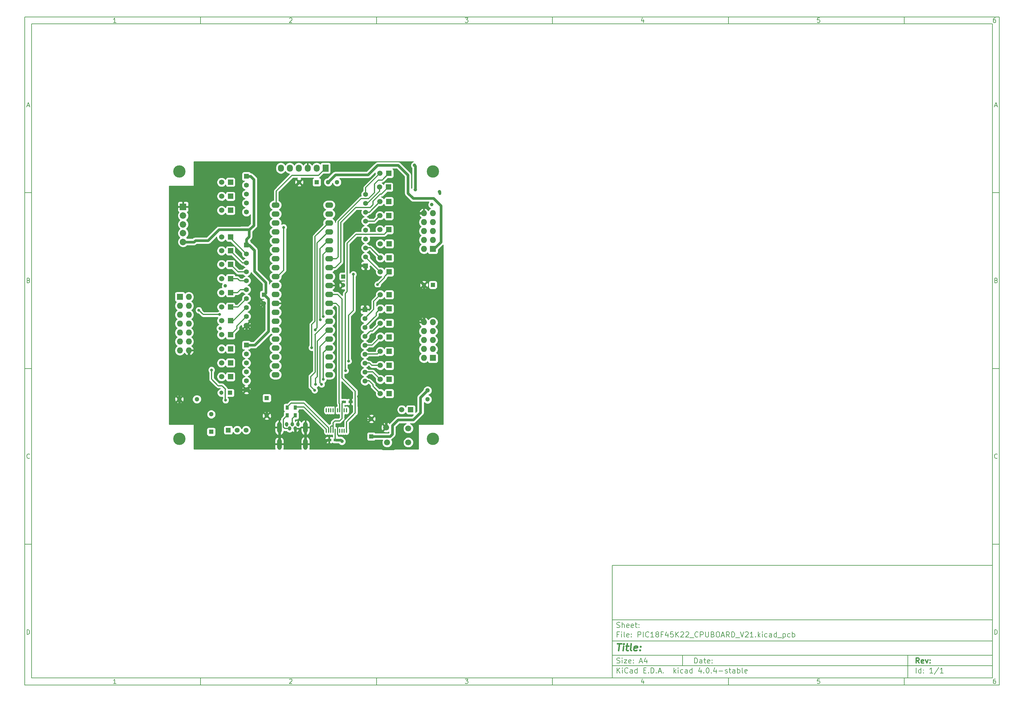
<source format=gtl>
G04 #@! TF.FileFunction,Copper,L1,Top,Signal*
%FSLAX46Y46*%
G04 Gerber Fmt 4.6, Leading zero omitted, Abs format (unit mm)*
G04 Created by KiCad (PCBNEW 4.0.4-stable) date 01/16/17 16:34:01*
%MOMM*%
%LPD*%
G01*
G04 APERTURE LIST*
%ADD10C,0.100000*%
%ADD11C,0.150000*%
%ADD12C,0.300000*%
%ADD13C,0.400000*%
%ADD14R,1.850000X1.850000*%
%ADD15C,1.850000*%
%ADD16R,1.500000X1.500000*%
%ADD17C,1.500000*%
%ADD18O,0.350000X1.200000*%
%ADD19C,1.300000*%
%ADD20R,1.397000X1.397000*%
%ADD21C,1.397000*%
%ADD22C,3.500000*%
%ADD23C,1.524000*%
%ADD24R,1.727200X1.727200*%
%ADD25O,1.727200X1.727200*%
%ADD26O,1.000000X1.200000*%
%ADD27O,1.300000X3.200000*%
%ADD28R,1.727200X2.032000*%
%ADD29O,1.727200X2.032000*%
%ADD30C,1.700000*%
%ADD31R,1.300000X1.300000*%
%ADD32R,1.200000X1.200000*%
%ADD33C,1.200000*%
%ADD34O,2.300000X1.600000*%
%ADD35R,1.200000X0.750000*%
%ADD36R,0.900000X1.200000*%
%ADD37C,1.000000*%
%ADD38C,0.800000*%
%ADD39C,0.800000*%
%ADD40C,0.254000*%
G04 APERTURE END LIST*
D10*
D11*
X177002200Y-166007200D02*
X177002200Y-198007200D01*
X285002200Y-198007200D01*
X285002200Y-166007200D01*
X177002200Y-166007200D01*
D10*
D11*
X10000000Y-10000000D02*
X10000000Y-200007200D01*
X287002200Y-200007200D01*
X287002200Y-10000000D01*
X10000000Y-10000000D01*
D10*
D11*
X12000000Y-12000000D02*
X12000000Y-198007200D01*
X285002200Y-198007200D01*
X285002200Y-12000000D01*
X12000000Y-12000000D01*
D10*
D11*
X60000000Y-12000000D02*
X60000000Y-10000000D01*
D10*
D11*
X110000000Y-12000000D02*
X110000000Y-10000000D01*
D10*
D11*
X160000000Y-12000000D02*
X160000000Y-10000000D01*
D10*
D11*
X210000000Y-12000000D02*
X210000000Y-10000000D01*
D10*
D11*
X260000000Y-12000000D02*
X260000000Y-10000000D01*
D10*
D11*
X35990476Y-11588095D02*
X35247619Y-11588095D01*
X35619048Y-11588095D02*
X35619048Y-10288095D01*
X35495238Y-10473810D01*
X35371429Y-10597619D01*
X35247619Y-10659524D01*
D10*
D11*
X85247619Y-10411905D02*
X85309524Y-10350000D01*
X85433333Y-10288095D01*
X85742857Y-10288095D01*
X85866667Y-10350000D01*
X85928571Y-10411905D01*
X85990476Y-10535714D01*
X85990476Y-10659524D01*
X85928571Y-10845238D01*
X85185714Y-11588095D01*
X85990476Y-11588095D01*
D10*
D11*
X135185714Y-10288095D02*
X135990476Y-10288095D01*
X135557143Y-10783333D01*
X135742857Y-10783333D01*
X135866667Y-10845238D01*
X135928571Y-10907143D01*
X135990476Y-11030952D01*
X135990476Y-11340476D01*
X135928571Y-11464286D01*
X135866667Y-11526190D01*
X135742857Y-11588095D01*
X135371429Y-11588095D01*
X135247619Y-11526190D01*
X135185714Y-11464286D01*
D10*
D11*
X185866667Y-10721429D02*
X185866667Y-11588095D01*
X185557143Y-10226190D02*
X185247619Y-11154762D01*
X186052381Y-11154762D01*
D10*
D11*
X235928571Y-10288095D02*
X235309524Y-10288095D01*
X235247619Y-10907143D01*
X235309524Y-10845238D01*
X235433333Y-10783333D01*
X235742857Y-10783333D01*
X235866667Y-10845238D01*
X235928571Y-10907143D01*
X235990476Y-11030952D01*
X235990476Y-11340476D01*
X235928571Y-11464286D01*
X235866667Y-11526190D01*
X235742857Y-11588095D01*
X235433333Y-11588095D01*
X235309524Y-11526190D01*
X235247619Y-11464286D01*
D10*
D11*
X285866667Y-10288095D02*
X285619048Y-10288095D01*
X285495238Y-10350000D01*
X285433333Y-10411905D01*
X285309524Y-10597619D01*
X285247619Y-10845238D01*
X285247619Y-11340476D01*
X285309524Y-11464286D01*
X285371429Y-11526190D01*
X285495238Y-11588095D01*
X285742857Y-11588095D01*
X285866667Y-11526190D01*
X285928571Y-11464286D01*
X285990476Y-11340476D01*
X285990476Y-11030952D01*
X285928571Y-10907143D01*
X285866667Y-10845238D01*
X285742857Y-10783333D01*
X285495238Y-10783333D01*
X285371429Y-10845238D01*
X285309524Y-10907143D01*
X285247619Y-11030952D01*
D10*
D11*
X60000000Y-198007200D02*
X60000000Y-200007200D01*
D10*
D11*
X110000000Y-198007200D02*
X110000000Y-200007200D01*
D10*
D11*
X160000000Y-198007200D02*
X160000000Y-200007200D01*
D10*
D11*
X210000000Y-198007200D02*
X210000000Y-200007200D01*
D10*
D11*
X260000000Y-198007200D02*
X260000000Y-200007200D01*
D10*
D11*
X35990476Y-199595295D02*
X35247619Y-199595295D01*
X35619048Y-199595295D02*
X35619048Y-198295295D01*
X35495238Y-198481010D01*
X35371429Y-198604819D01*
X35247619Y-198666724D01*
D10*
D11*
X85247619Y-198419105D02*
X85309524Y-198357200D01*
X85433333Y-198295295D01*
X85742857Y-198295295D01*
X85866667Y-198357200D01*
X85928571Y-198419105D01*
X85990476Y-198542914D01*
X85990476Y-198666724D01*
X85928571Y-198852438D01*
X85185714Y-199595295D01*
X85990476Y-199595295D01*
D10*
D11*
X135185714Y-198295295D02*
X135990476Y-198295295D01*
X135557143Y-198790533D01*
X135742857Y-198790533D01*
X135866667Y-198852438D01*
X135928571Y-198914343D01*
X135990476Y-199038152D01*
X135990476Y-199347676D01*
X135928571Y-199471486D01*
X135866667Y-199533390D01*
X135742857Y-199595295D01*
X135371429Y-199595295D01*
X135247619Y-199533390D01*
X135185714Y-199471486D01*
D10*
D11*
X185866667Y-198728629D02*
X185866667Y-199595295D01*
X185557143Y-198233390D02*
X185247619Y-199161962D01*
X186052381Y-199161962D01*
D10*
D11*
X235928571Y-198295295D02*
X235309524Y-198295295D01*
X235247619Y-198914343D01*
X235309524Y-198852438D01*
X235433333Y-198790533D01*
X235742857Y-198790533D01*
X235866667Y-198852438D01*
X235928571Y-198914343D01*
X235990476Y-199038152D01*
X235990476Y-199347676D01*
X235928571Y-199471486D01*
X235866667Y-199533390D01*
X235742857Y-199595295D01*
X235433333Y-199595295D01*
X235309524Y-199533390D01*
X235247619Y-199471486D01*
D10*
D11*
X285866667Y-198295295D02*
X285619048Y-198295295D01*
X285495238Y-198357200D01*
X285433333Y-198419105D01*
X285309524Y-198604819D01*
X285247619Y-198852438D01*
X285247619Y-199347676D01*
X285309524Y-199471486D01*
X285371429Y-199533390D01*
X285495238Y-199595295D01*
X285742857Y-199595295D01*
X285866667Y-199533390D01*
X285928571Y-199471486D01*
X285990476Y-199347676D01*
X285990476Y-199038152D01*
X285928571Y-198914343D01*
X285866667Y-198852438D01*
X285742857Y-198790533D01*
X285495238Y-198790533D01*
X285371429Y-198852438D01*
X285309524Y-198914343D01*
X285247619Y-199038152D01*
D10*
D11*
X10000000Y-60000000D02*
X12000000Y-60000000D01*
D10*
D11*
X10000000Y-110000000D02*
X12000000Y-110000000D01*
D10*
D11*
X10000000Y-160000000D02*
X12000000Y-160000000D01*
D10*
D11*
X10690476Y-35216667D02*
X11309524Y-35216667D01*
X10566667Y-35588095D02*
X11000000Y-34288095D01*
X11433333Y-35588095D01*
D10*
D11*
X11092857Y-84907143D02*
X11278571Y-84969048D01*
X11340476Y-85030952D01*
X11402381Y-85154762D01*
X11402381Y-85340476D01*
X11340476Y-85464286D01*
X11278571Y-85526190D01*
X11154762Y-85588095D01*
X10659524Y-85588095D01*
X10659524Y-84288095D01*
X11092857Y-84288095D01*
X11216667Y-84350000D01*
X11278571Y-84411905D01*
X11340476Y-84535714D01*
X11340476Y-84659524D01*
X11278571Y-84783333D01*
X11216667Y-84845238D01*
X11092857Y-84907143D01*
X10659524Y-84907143D01*
D10*
D11*
X11402381Y-135464286D02*
X11340476Y-135526190D01*
X11154762Y-135588095D01*
X11030952Y-135588095D01*
X10845238Y-135526190D01*
X10721429Y-135402381D01*
X10659524Y-135278571D01*
X10597619Y-135030952D01*
X10597619Y-134845238D01*
X10659524Y-134597619D01*
X10721429Y-134473810D01*
X10845238Y-134350000D01*
X11030952Y-134288095D01*
X11154762Y-134288095D01*
X11340476Y-134350000D01*
X11402381Y-134411905D01*
D10*
D11*
X10659524Y-185588095D02*
X10659524Y-184288095D01*
X10969048Y-184288095D01*
X11154762Y-184350000D01*
X11278571Y-184473810D01*
X11340476Y-184597619D01*
X11402381Y-184845238D01*
X11402381Y-185030952D01*
X11340476Y-185278571D01*
X11278571Y-185402381D01*
X11154762Y-185526190D01*
X10969048Y-185588095D01*
X10659524Y-185588095D01*
D10*
D11*
X287002200Y-60000000D02*
X285002200Y-60000000D01*
D10*
D11*
X287002200Y-110000000D02*
X285002200Y-110000000D01*
D10*
D11*
X287002200Y-160000000D02*
X285002200Y-160000000D01*
D10*
D11*
X285692676Y-35216667D02*
X286311724Y-35216667D01*
X285568867Y-35588095D02*
X286002200Y-34288095D01*
X286435533Y-35588095D01*
D10*
D11*
X286095057Y-84907143D02*
X286280771Y-84969048D01*
X286342676Y-85030952D01*
X286404581Y-85154762D01*
X286404581Y-85340476D01*
X286342676Y-85464286D01*
X286280771Y-85526190D01*
X286156962Y-85588095D01*
X285661724Y-85588095D01*
X285661724Y-84288095D01*
X286095057Y-84288095D01*
X286218867Y-84350000D01*
X286280771Y-84411905D01*
X286342676Y-84535714D01*
X286342676Y-84659524D01*
X286280771Y-84783333D01*
X286218867Y-84845238D01*
X286095057Y-84907143D01*
X285661724Y-84907143D01*
D10*
D11*
X286404581Y-135464286D02*
X286342676Y-135526190D01*
X286156962Y-135588095D01*
X286033152Y-135588095D01*
X285847438Y-135526190D01*
X285723629Y-135402381D01*
X285661724Y-135278571D01*
X285599819Y-135030952D01*
X285599819Y-134845238D01*
X285661724Y-134597619D01*
X285723629Y-134473810D01*
X285847438Y-134350000D01*
X286033152Y-134288095D01*
X286156962Y-134288095D01*
X286342676Y-134350000D01*
X286404581Y-134411905D01*
D10*
D11*
X285661724Y-185588095D02*
X285661724Y-184288095D01*
X285971248Y-184288095D01*
X286156962Y-184350000D01*
X286280771Y-184473810D01*
X286342676Y-184597619D01*
X286404581Y-184845238D01*
X286404581Y-185030952D01*
X286342676Y-185278571D01*
X286280771Y-185402381D01*
X286156962Y-185526190D01*
X285971248Y-185588095D01*
X285661724Y-185588095D01*
D10*
D11*
X200359343Y-193785771D02*
X200359343Y-192285771D01*
X200716486Y-192285771D01*
X200930771Y-192357200D01*
X201073629Y-192500057D01*
X201145057Y-192642914D01*
X201216486Y-192928629D01*
X201216486Y-193142914D01*
X201145057Y-193428629D01*
X201073629Y-193571486D01*
X200930771Y-193714343D01*
X200716486Y-193785771D01*
X200359343Y-193785771D01*
X202502200Y-193785771D02*
X202502200Y-193000057D01*
X202430771Y-192857200D01*
X202287914Y-192785771D01*
X202002200Y-192785771D01*
X201859343Y-192857200D01*
X202502200Y-193714343D02*
X202359343Y-193785771D01*
X202002200Y-193785771D01*
X201859343Y-193714343D01*
X201787914Y-193571486D01*
X201787914Y-193428629D01*
X201859343Y-193285771D01*
X202002200Y-193214343D01*
X202359343Y-193214343D01*
X202502200Y-193142914D01*
X203002200Y-192785771D02*
X203573629Y-192785771D01*
X203216486Y-192285771D02*
X203216486Y-193571486D01*
X203287914Y-193714343D01*
X203430772Y-193785771D01*
X203573629Y-193785771D01*
X204645057Y-193714343D02*
X204502200Y-193785771D01*
X204216486Y-193785771D01*
X204073629Y-193714343D01*
X204002200Y-193571486D01*
X204002200Y-193000057D01*
X204073629Y-192857200D01*
X204216486Y-192785771D01*
X204502200Y-192785771D01*
X204645057Y-192857200D01*
X204716486Y-193000057D01*
X204716486Y-193142914D01*
X204002200Y-193285771D01*
X205359343Y-193642914D02*
X205430771Y-193714343D01*
X205359343Y-193785771D01*
X205287914Y-193714343D01*
X205359343Y-193642914D01*
X205359343Y-193785771D01*
X205359343Y-192857200D02*
X205430771Y-192928629D01*
X205359343Y-193000057D01*
X205287914Y-192928629D01*
X205359343Y-192857200D01*
X205359343Y-193000057D01*
D10*
D11*
X177002200Y-194507200D02*
X285002200Y-194507200D01*
D10*
D11*
X178359343Y-196585771D02*
X178359343Y-195085771D01*
X179216486Y-196585771D02*
X178573629Y-195728629D01*
X179216486Y-195085771D02*
X178359343Y-195942914D01*
X179859343Y-196585771D02*
X179859343Y-195585771D01*
X179859343Y-195085771D02*
X179787914Y-195157200D01*
X179859343Y-195228629D01*
X179930771Y-195157200D01*
X179859343Y-195085771D01*
X179859343Y-195228629D01*
X181430772Y-196442914D02*
X181359343Y-196514343D01*
X181145057Y-196585771D01*
X181002200Y-196585771D01*
X180787915Y-196514343D01*
X180645057Y-196371486D01*
X180573629Y-196228629D01*
X180502200Y-195942914D01*
X180502200Y-195728629D01*
X180573629Y-195442914D01*
X180645057Y-195300057D01*
X180787915Y-195157200D01*
X181002200Y-195085771D01*
X181145057Y-195085771D01*
X181359343Y-195157200D01*
X181430772Y-195228629D01*
X182716486Y-196585771D02*
X182716486Y-195800057D01*
X182645057Y-195657200D01*
X182502200Y-195585771D01*
X182216486Y-195585771D01*
X182073629Y-195657200D01*
X182716486Y-196514343D02*
X182573629Y-196585771D01*
X182216486Y-196585771D01*
X182073629Y-196514343D01*
X182002200Y-196371486D01*
X182002200Y-196228629D01*
X182073629Y-196085771D01*
X182216486Y-196014343D01*
X182573629Y-196014343D01*
X182716486Y-195942914D01*
X184073629Y-196585771D02*
X184073629Y-195085771D01*
X184073629Y-196514343D02*
X183930772Y-196585771D01*
X183645058Y-196585771D01*
X183502200Y-196514343D01*
X183430772Y-196442914D01*
X183359343Y-196300057D01*
X183359343Y-195871486D01*
X183430772Y-195728629D01*
X183502200Y-195657200D01*
X183645058Y-195585771D01*
X183930772Y-195585771D01*
X184073629Y-195657200D01*
X185930772Y-195800057D02*
X186430772Y-195800057D01*
X186645058Y-196585771D02*
X185930772Y-196585771D01*
X185930772Y-195085771D01*
X186645058Y-195085771D01*
X187287915Y-196442914D02*
X187359343Y-196514343D01*
X187287915Y-196585771D01*
X187216486Y-196514343D01*
X187287915Y-196442914D01*
X187287915Y-196585771D01*
X188002201Y-196585771D02*
X188002201Y-195085771D01*
X188359344Y-195085771D01*
X188573629Y-195157200D01*
X188716487Y-195300057D01*
X188787915Y-195442914D01*
X188859344Y-195728629D01*
X188859344Y-195942914D01*
X188787915Y-196228629D01*
X188716487Y-196371486D01*
X188573629Y-196514343D01*
X188359344Y-196585771D01*
X188002201Y-196585771D01*
X189502201Y-196442914D02*
X189573629Y-196514343D01*
X189502201Y-196585771D01*
X189430772Y-196514343D01*
X189502201Y-196442914D01*
X189502201Y-196585771D01*
X190145058Y-196157200D02*
X190859344Y-196157200D01*
X190002201Y-196585771D02*
X190502201Y-195085771D01*
X191002201Y-196585771D01*
X191502201Y-196442914D02*
X191573629Y-196514343D01*
X191502201Y-196585771D01*
X191430772Y-196514343D01*
X191502201Y-196442914D01*
X191502201Y-196585771D01*
X194502201Y-196585771D02*
X194502201Y-195085771D01*
X194645058Y-196014343D02*
X195073629Y-196585771D01*
X195073629Y-195585771D02*
X194502201Y-196157200D01*
X195716487Y-196585771D02*
X195716487Y-195585771D01*
X195716487Y-195085771D02*
X195645058Y-195157200D01*
X195716487Y-195228629D01*
X195787915Y-195157200D01*
X195716487Y-195085771D01*
X195716487Y-195228629D01*
X197073630Y-196514343D02*
X196930773Y-196585771D01*
X196645059Y-196585771D01*
X196502201Y-196514343D01*
X196430773Y-196442914D01*
X196359344Y-196300057D01*
X196359344Y-195871486D01*
X196430773Y-195728629D01*
X196502201Y-195657200D01*
X196645059Y-195585771D01*
X196930773Y-195585771D01*
X197073630Y-195657200D01*
X198359344Y-196585771D02*
X198359344Y-195800057D01*
X198287915Y-195657200D01*
X198145058Y-195585771D01*
X197859344Y-195585771D01*
X197716487Y-195657200D01*
X198359344Y-196514343D02*
X198216487Y-196585771D01*
X197859344Y-196585771D01*
X197716487Y-196514343D01*
X197645058Y-196371486D01*
X197645058Y-196228629D01*
X197716487Y-196085771D01*
X197859344Y-196014343D01*
X198216487Y-196014343D01*
X198359344Y-195942914D01*
X199716487Y-196585771D02*
X199716487Y-195085771D01*
X199716487Y-196514343D02*
X199573630Y-196585771D01*
X199287916Y-196585771D01*
X199145058Y-196514343D01*
X199073630Y-196442914D01*
X199002201Y-196300057D01*
X199002201Y-195871486D01*
X199073630Y-195728629D01*
X199145058Y-195657200D01*
X199287916Y-195585771D01*
X199573630Y-195585771D01*
X199716487Y-195657200D01*
X202216487Y-195585771D02*
X202216487Y-196585771D01*
X201859344Y-195014343D02*
X201502201Y-196085771D01*
X202430773Y-196085771D01*
X203002201Y-196442914D02*
X203073629Y-196514343D01*
X203002201Y-196585771D01*
X202930772Y-196514343D01*
X203002201Y-196442914D01*
X203002201Y-196585771D01*
X204002201Y-195085771D02*
X204145058Y-195085771D01*
X204287915Y-195157200D01*
X204359344Y-195228629D01*
X204430773Y-195371486D01*
X204502201Y-195657200D01*
X204502201Y-196014343D01*
X204430773Y-196300057D01*
X204359344Y-196442914D01*
X204287915Y-196514343D01*
X204145058Y-196585771D01*
X204002201Y-196585771D01*
X203859344Y-196514343D01*
X203787915Y-196442914D01*
X203716487Y-196300057D01*
X203645058Y-196014343D01*
X203645058Y-195657200D01*
X203716487Y-195371486D01*
X203787915Y-195228629D01*
X203859344Y-195157200D01*
X204002201Y-195085771D01*
X205145058Y-196442914D02*
X205216486Y-196514343D01*
X205145058Y-196585771D01*
X205073629Y-196514343D01*
X205145058Y-196442914D01*
X205145058Y-196585771D01*
X206502201Y-195585771D02*
X206502201Y-196585771D01*
X206145058Y-195014343D02*
X205787915Y-196085771D01*
X206716487Y-196085771D01*
X207287915Y-196014343D02*
X208430772Y-196014343D01*
X209073629Y-196514343D02*
X209216486Y-196585771D01*
X209502201Y-196585771D01*
X209645058Y-196514343D01*
X209716486Y-196371486D01*
X209716486Y-196300057D01*
X209645058Y-196157200D01*
X209502201Y-196085771D01*
X209287915Y-196085771D01*
X209145058Y-196014343D01*
X209073629Y-195871486D01*
X209073629Y-195800057D01*
X209145058Y-195657200D01*
X209287915Y-195585771D01*
X209502201Y-195585771D01*
X209645058Y-195657200D01*
X210145058Y-195585771D02*
X210716487Y-195585771D01*
X210359344Y-195085771D02*
X210359344Y-196371486D01*
X210430772Y-196514343D01*
X210573630Y-196585771D01*
X210716487Y-196585771D01*
X211859344Y-196585771D02*
X211859344Y-195800057D01*
X211787915Y-195657200D01*
X211645058Y-195585771D01*
X211359344Y-195585771D01*
X211216487Y-195657200D01*
X211859344Y-196514343D02*
X211716487Y-196585771D01*
X211359344Y-196585771D01*
X211216487Y-196514343D01*
X211145058Y-196371486D01*
X211145058Y-196228629D01*
X211216487Y-196085771D01*
X211359344Y-196014343D01*
X211716487Y-196014343D01*
X211859344Y-195942914D01*
X212573630Y-196585771D02*
X212573630Y-195085771D01*
X212573630Y-195657200D02*
X212716487Y-195585771D01*
X213002201Y-195585771D01*
X213145058Y-195657200D01*
X213216487Y-195728629D01*
X213287916Y-195871486D01*
X213287916Y-196300057D01*
X213216487Y-196442914D01*
X213145058Y-196514343D01*
X213002201Y-196585771D01*
X212716487Y-196585771D01*
X212573630Y-196514343D01*
X214145059Y-196585771D02*
X214002201Y-196514343D01*
X213930773Y-196371486D01*
X213930773Y-195085771D01*
X215287915Y-196514343D02*
X215145058Y-196585771D01*
X214859344Y-196585771D01*
X214716487Y-196514343D01*
X214645058Y-196371486D01*
X214645058Y-195800057D01*
X214716487Y-195657200D01*
X214859344Y-195585771D01*
X215145058Y-195585771D01*
X215287915Y-195657200D01*
X215359344Y-195800057D01*
X215359344Y-195942914D01*
X214645058Y-196085771D01*
D10*
D11*
X177002200Y-191507200D02*
X285002200Y-191507200D01*
D10*
D12*
X264216486Y-193785771D02*
X263716486Y-193071486D01*
X263359343Y-193785771D02*
X263359343Y-192285771D01*
X263930771Y-192285771D01*
X264073629Y-192357200D01*
X264145057Y-192428629D01*
X264216486Y-192571486D01*
X264216486Y-192785771D01*
X264145057Y-192928629D01*
X264073629Y-193000057D01*
X263930771Y-193071486D01*
X263359343Y-193071486D01*
X265430771Y-193714343D02*
X265287914Y-193785771D01*
X265002200Y-193785771D01*
X264859343Y-193714343D01*
X264787914Y-193571486D01*
X264787914Y-193000057D01*
X264859343Y-192857200D01*
X265002200Y-192785771D01*
X265287914Y-192785771D01*
X265430771Y-192857200D01*
X265502200Y-193000057D01*
X265502200Y-193142914D01*
X264787914Y-193285771D01*
X266002200Y-192785771D02*
X266359343Y-193785771D01*
X266716485Y-192785771D01*
X267287914Y-193642914D02*
X267359342Y-193714343D01*
X267287914Y-193785771D01*
X267216485Y-193714343D01*
X267287914Y-193642914D01*
X267287914Y-193785771D01*
X267287914Y-192857200D02*
X267359342Y-192928629D01*
X267287914Y-193000057D01*
X267216485Y-192928629D01*
X267287914Y-192857200D01*
X267287914Y-193000057D01*
D10*
D11*
X178287914Y-193714343D02*
X178502200Y-193785771D01*
X178859343Y-193785771D01*
X179002200Y-193714343D01*
X179073629Y-193642914D01*
X179145057Y-193500057D01*
X179145057Y-193357200D01*
X179073629Y-193214343D01*
X179002200Y-193142914D01*
X178859343Y-193071486D01*
X178573629Y-193000057D01*
X178430771Y-192928629D01*
X178359343Y-192857200D01*
X178287914Y-192714343D01*
X178287914Y-192571486D01*
X178359343Y-192428629D01*
X178430771Y-192357200D01*
X178573629Y-192285771D01*
X178930771Y-192285771D01*
X179145057Y-192357200D01*
X179787914Y-193785771D02*
X179787914Y-192785771D01*
X179787914Y-192285771D02*
X179716485Y-192357200D01*
X179787914Y-192428629D01*
X179859342Y-192357200D01*
X179787914Y-192285771D01*
X179787914Y-192428629D01*
X180359343Y-192785771D02*
X181145057Y-192785771D01*
X180359343Y-193785771D01*
X181145057Y-193785771D01*
X182287914Y-193714343D02*
X182145057Y-193785771D01*
X181859343Y-193785771D01*
X181716486Y-193714343D01*
X181645057Y-193571486D01*
X181645057Y-193000057D01*
X181716486Y-192857200D01*
X181859343Y-192785771D01*
X182145057Y-192785771D01*
X182287914Y-192857200D01*
X182359343Y-193000057D01*
X182359343Y-193142914D01*
X181645057Y-193285771D01*
X183002200Y-193642914D02*
X183073628Y-193714343D01*
X183002200Y-193785771D01*
X182930771Y-193714343D01*
X183002200Y-193642914D01*
X183002200Y-193785771D01*
X183002200Y-192857200D02*
X183073628Y-192928629D01*
X183002200Y-193000057D01*
X182930771Y-192928629D01*
X183002200Y-192857200D01*
X183002200Y-193000057D01*
X184787914Y-193357200D02*
X185502200Y-193357200D01*
X184645057Y-193785771D02*
X185145057Y-192285771D01*
X185645057Y-193785771D01*
X186787914Y-192785771D02*
X186787914Y-193785771D01*
X186430771Y-192214343D02*
X186073628Y-193285771D01*
X187002200Y-193285771D01*
D10*
D11*
X263359343Y-196585771D02*
X263359343Y-195085771D01*
X264716486Y-196585771D02*
X264716486Y-195085771D01*
X264716486Y-196514343D02*
X264573629Y-196585771D01*
X264287915Y-196585771D01*
X264145057Y-196514343D01*
X264073629Y-196442914D01*
X264002200Y-196300057D01*
X264002200Y-195871486D01*
X264073629Y-195728629D01*
X264145057Y-195657200D01*
X264287915Y-195585771D01*
X264573629Y-195585771D01*
X264716486Y-195657200D01*
X265430772Y-196442914D02*
X265502200Y-196514343D01*
X265430772Y-196585771D01*
X265359343Y-196514343D01*
X265430772Y-196442914D01*
X265430772Y-196585771D01*
X265430772Y-195657200D02*
X265502200Y-195728629D01*
X265430772Y-195800057D01*
X265359343Y-195728629D01*
X265430772Y-195657200D01*
X265430772Y-195800057D01*
X268073629Y-196585771D02*
X267216486Y-196585771D01*
X267645058Y-196585771D02*
X267645058Y-195085771D01*
X267502201Y-195300057D01*
X267359343Y-195442914D01*
X267216486Y-195514343D01*
X269787914Y-195014343D02*
X268502200Y-196942914D01*
X271073629Y-196585771D02*
X270216486Y-196585771D01*
X270645058Y-196585771D02*
X270645058Y-195085771D01*
X270502201Y-195300057D01*
X270359343Y-195442914D01*
X270216486Y-195514343D01*
D10*
D11*
X177002200Y-187507200D02*
X285002200Y-187507200D01*
D10*
D13*
X178454581Y-188211962D02*
X179597438Y-188211962D01*
X178776010Y-190211962D02*
X179026010Y-188211962D01*
X180014105Y-190211962D02*
X180180771Y-188878629D01*
X180264105Y-188211962D02*
X180156962Y-188307200D01*
X180240295Y-188402438D01*
X180347439Y-188307200D01*
X180264105Y-188211962D01*
X180240295Y-188402438D01*
X180847438Y-188878629D02*
X181609343Y-188878629D01*
X181216486Y-188211962D02*
X181002200Y-189926248D01*
X181073630Y-190116724D01*
X181252201Y-190211962D01*
X181442677Y-190211962D01*
X182395058Y-190211962D02*
X182216487Y-190116724D01*
X182145057Y-189926248D01*
X182359343Y-188211962D01*
X183930772Y-190116724D02*
X183728391Y-190211962D01*
X183347439Y-190211962D01*
X183168867Y-190116724D01*
X183097438Y-189926248D01*
X183192676Y-189164343D01*
X183311724Y-188973867D01*
X183514105Y-188878629D01*
X183895057Y-188878629D01*
X184073629Y-188973867D01*
X184145057Y-189164343D01*
X184121248Y-189354819D01*
X183145057Y-189545295D01*
X184895057Y-190021486D02*
X184978392Y-190116724D01*
X184871248Y-190211962D01*
X184787915Y-190116724D01*
X184895057Y-190021486D01*
X184871248Y-190211962D01*
X185026010Y-188973867D02*
X185109344Y-189069105D01*
X185002200Y-189164343D01*
X184918867Y-189069105D01*
X185026010Y-188973867D01*
X185002200Y-189164343D01*
D10*
D11*
X178859343Y-185600057D02*
X178359343Y-185600057D01*
X178359343Y-186385771D02*
X178359343Y-184885771D01*
X179073629Y-184885771D01*
X179645057Y-186385771D02*
X179645057Y-185385771D01*
X179645057Y-184885771D02*
X179573628Y-184957200D01*
X179645057Y-185028629D01*
X179716485Y-184957200D01*
X179645057Y-184885771D01*
X179645057Y-185028629D01*
X180573629Y-186385771D02*
X180430771Y-186314343D01*
X180359343Y-186171486D01*
X180359343Y-184885771D01*
X181716485Y-186314343D02*
X181573628Y-186385771D01*
X181287914Y-186385771D01*
X181145057Y-186314343D01*
X181073628Y-186171486D01*
X181073628Y-185600057D01*
X181145057Y-185457200D01*
X181287914Y-185385771D01*
X181573628Y-185385771D01*
X181716485Y-185457200D01*
X181787914Y-185600057D01*
X181787914Y-185742914D01*
X181073628Y-185885771D01*
X182430771Y-186242914D02*
X182502199Y-186314343D01*
X182430771Y-186385771D01*
X182359342Y-186314343D01*
X182430771Y-186242914D01*
X182430771Y-186385771D01*
X182430771Y-185457200D02*
X182502199Y-185528629D01*
X182430771Y-185600057D01*
X182359342Y-185528629D01*
X182430771Y-185457200D01*
X182430771Y-185600057D01*
X184287914Y-186385771D02*
X184287914Y-184885771D01*
X184859342Y-184885771D01*
X185002200Y-184957200D01*
X185073628Y-185028629D01*
X185145057Y-185171486D01*
X185145057Y-185385771D01*
X185073628Y-185528629D01*
X185002200Y-185600057D01*
X184859342Y-185671486D01*
X184287914Y-185671486D01*
X185787914Y-186385771D02*
X185787914Y-184885771D01*
X187359343Y-186242914D02*
X187287914Y-186314343D01*
X187073628Y-186385771D01*
X186930771Y-186385771D01*
X186716486Y-186314343D01*
X186573628Y-186171486D01*
X186502200Y-186028629D01*
X186430771Y-185742914D01*
X186430771Y-185528629D01*
X186502200Y-185242914D01*
X186573628Y-185100057D01*
X186716486Y-184957200D01*
X186930771Y-184885771D01*
X187073628Y-184885771D01*
X187287914Y-184957200D01*
X187359343Y-185028629D01*
X188787914Y-186385771D02*
X187930771Y-186385771D01*
X188359343Y-186385771D02*
X188359343Y-184885771D01*
X188216486Y-185100057D01*
X188073628Y-185242914D01*
X187930771Y-185314343D01*
X189645057Y-185528629D02*
X189502199Y-185457200D01*
X189430771Y-185385771D01*
X189359342Y-185242914D01*
X189359342Y-185171486D01*
X189430771Y-185028629D01*
X189502199Y-184957200D01*
X189645057Y-184885771D01*
X189930771Y-184885771D01*
X190073628Y-184957200D01*
X190145057Y-185028629D01*
X190216485Y-185171486D01*
X190216485Y-185242914D01*
X190145057Y-185385771D01*
X190073628Y-185457200D01*
X189930771Y-185528629D01*
X189645057Y-185528629D01*
X189502199Y-185600057D01*
X189430771Y-185671486D01*
X189359342Y-185814343D01*
X189359342Y-186100057D01*
X189430771Y-186242914D01*
X189502199Y-186314343D01*
X189645057Y-186385771D01*
X189930771Y-186385771D01*
X190073628Y-186314343D01*
X190145057Y-186242914D01*
X190216485Y-186100057D01*
X190216485Y-185814343D01*
X190145057Y-185671486D01*
X190073628Y-185600057D01*
X189930771Y-185528629D01*
X191359342Y-185600057D02*
X190859342Y-185600057D01*
X190859342Y-186385771D02*
X190859342Y-184885771D01*
X191573628Y-184885771D01*
X192787913Y-185385771D02*
X192787913Y-186385771D01*
X192430770Y-184814343D02*
X192073627Y-185885771D01*
X193002199Y-185885771D01*
X194287913Y-184885771D02*
X193573627Y-184885771D01*
X193502198Y-185600057D01*
X193573627Y-185528629D01*
X193716484Y-185457200D01*
X194073627Y-185457200D01*
X194216484Y-185528629D01*
X194287913Y-185600057D01*
X194359341Y-185742914D01*
X194359341Y-186100057D01*
X194287913Y-186242914D01*
X194216484Y-186314343D01*
X194073627Y-186385771D01*
X193716484Y-186385771D01*
X193573627Y-186314343D01*
X193502198Y-186242914D01*
X195002198Y-186385771D02*
X195002198Y-184885771D01*
X195859341Y-186385771D02*
X195216484Y-185528629D01*
X195859341Y-184885771D02*
X195002198Y-185742914D01*
X196430769Y-185028629D02*
X196502198Y-184957200D01*
X196645055Y-184885771D01*
X197002198Y-184885771D01*
X197145055Y-184957200D01*
X197216484Y-185028629D01*
X197287912Y-185171486D01*
X197287912Y-185314343D01*
X197216484Y-185528629D01*
X196359341Y-186385771D01*
X197287912Y-186385771D01*
X197859340Y-185028629D02*
X197930769Y-184957200D01*
X198073626Y-184885771D01*
X198430769Y-184885771D01*
X198573626Y-184957200D01*
X198645055Y-185028629D01*
X198716483Y-185171486D01*
X198716483Y-185314343D01*
X198645055Y-185528629D01*
X197787912Y-186385771D01*
X198716483Y-186385771D01*
X199002197Y-186528629D02*
X200145054Y-186528629D01*
X201359340Y-186242914D02*
X201287911Y-186314343D01*
X201073625Y-186385771D01*
X200930768Y-186385771D01*
X200716483Y-186314343D01*
X200573625Y-186171486D01*
X200502197Y-186028629D01*
X200430768Y-185742914D01*
X200430768Y-185528629D01*
X200502197Y-185242914D01*
X200573625Y-185100057D01*
X200716483Y-184957200D01*
X200930768Y-184885771D01*
X201073625Y-184885771D01*
X201287911Y-184957200D01*
X201359340Y-185028629D01*
X202002197Y-186385771D02*
X202002197Y-184885771D01*
X202573625Y-184885771D01*
X202716483Y-184957200D01*
X202787911Y-185028629D01*
X202859340Y-185171486D01*
X202859340Y-185385771D01*
X202787911Y-185528629D01*
X202716483Y-185600057D01*
X202573625Y-185671486D01*
X202002197Y-185671486D01*
X203502197Y-184885771D02*
X203502197Y-186100057D01*
X203573625Y-186242914D01*
X203645054Y-186314343D01*
X203787911Y-186385771D01*
X204073625Y-186385771D01*
X204216483Y-186314343D01*
X204287911Y-186242914D01*
X204359340Y-186100057D01*
X204359340Y-184885771D01*
X205573626Y-185600057D02*
X205787912Y-185671486D01*
X205859340Y-185742914D01*
X205930769Y-185885771D01*
X205930769Y-186100057D01*
X205859340Y-186242914D01*
X205787912Y-186314343D01*
X205645054Y-186385771D01*
X205073626Y-186385771D01*
X205073626Y-184885771D01*
X205573626Y-184885771D01*
X205716483Y-184957200D01*
X205787912Y-185028629D01*
X205859340Y-185171486D01*
X205859340Y-185314343D01*
X205787912Y-185457200D01*
X205716483Y-185528629D01*
X205573626Y-185600057D01*
X205073626Y-185600057D01*
X206859340Y-184885771D02*
X207145054Y-184885771D01*
X207287912Y-184957200D01*
X207430769Y-185100057D01*
X207502197Y-185385771D01*
X207502197Y-185885771D01*
X207430769Y-186171486D01*
X207287912Y-186314343D01*
X207145054Y-186385771D01*
X206859340Y-186385771D01*
X206716483Y-186314343D01*
X206573626Y-186171486D01*
X206502197Y-185885771D01*
X206502197Y-185385771D01*
X206573626Y-185100057D01*
X206716483Y-184957200D01*
X206859340Y-184885771D01*
X208073626Y-185957200D02*
X208787912Y-185957200D01*
X207930769Y-186385771D02*
X208430769Y-184885771D01*
X208930769Y-186385771D01*
X210287912Y-186385771D02*
X209787912Y-185671486D01*
X209430769Y-186385771D02*
X209430769Y-184885771D01*
X210002197Y-184885771D01*
X210145055Y-184957200D01*
X210216483Y-185028629D01*
X210287912Y-185171486D01*
X210287912Y-185385771D01*
X210216483Y-185528629D01*
X210145055Y-185600057D01*
X210002197Y-185671486D01*
X209430769Y-185671486D01*
X210930769Y-186385771D02*
X210930769Y-184885771D01*
X211287912Y-184885771D01*
X211502197Y-184957200D01*
X211645055Y-185100057D01*
X211716483Y-185242914D01*
X211787912Y-185528629D01*
X211787912Y-185742914D01*
X211716483Y-186028629D01*
X211645055Y-186171486D01*
X211502197Y-186314343D01*
X211287912Y-186385771D01*
X210930769Y-186385771D01*
X212073626Y-186528629D02*
X213216483Y-186528629D01*
X213359340Y-184885771D02*
X213859340Y-186385771D01*
X214359340Y-184885771D01*
X214787911Y-185028629D02*
X214859340Y-184957200D01*
X215002197Y-184885771D01*
X215359340Y-184885771D01*
X215502197Y-184957200D01*
X215573626Y-185028629D01*
X215645054Y-185171486D01*
X215645054Y-185314343D01*
X215573626Y-185528629D01*
X214716483Y-186385771D01*
X215645054Y-186385771D01*
X217073625Y-186385771D02*
X216216482Y-186385771D01*
X216645054Y-186385771D02*
X216645054Y-184885771D01*
X216502197Y-185100057D01*
X216359339Y-185242914D01*
X216216482Y-185314343D01*
X217716482Y-186242914D02*
X217787910Y-186314343D01*
X217716482Y-186385771D01*
X217645053Y-186314343D01*
X217716482Y-186242914D01*
X217716482Y-186385771D01*
X218430768Y-186385771D02*
X218430768Y-184885771D01*
X218573625Y-185814343D02*
X219002196Y-186385771D01*
X219002196Y-185385771D02*
X218430768Y-185957200D01*
X219645054Y-186385771D02*
X219645054Y-185385771D01*
X219645054Y-184885771D02*
X219573625Y-184957200D01*
X219645054Y-185028629D01*
X219716482Y-184957200D01*
X219645054Y-184885771D01*
X219645054Y-185028629D01*
X221002197Y-186314343D02*
X220859340Y-186385771D01*
X220573626Y-186385771D01*
X220430768Y-186314343D01*
X220359340Y-186242914D01*
X220287911Y-186100057D01*
X220287911Y-185671486D01*
X220359340Y-185528629D01*
X220430768Y-185457200D01*
X220573626Y-185385771D01*
X220859340Y-185385771D01*
X221002197Y-185457200D01*
X222287911Y-186385771D02*
X222287911Y-185600057D01*
X222216482Y-185457200D01*
X222073625Y-185385771D01*
X221787911Y-185385771D01*
X221645054Y-185457200D01*
X222287911Y-186314343D02*
X222145054Y-186385771D01*
X221787911Y-186385771D01*
X221645054Y-186314343D01*
X221573625Y-186171486D01*
X221573625Y-186028629D01*
X221645054Y-185885771D01*
X221787911Y-185814343D01*
X222145054Y-185814343D01*
X222287911Y-185742914D01*
X223645054Y-186385771D02*
X223645054Y-184885771D01*
X223645054Y-186314343D02*
X223502197Y-186385771D01*
X223216483Y-186385771D01*
X223073625Y-186314343D01*
X223002197Y-186242914D01*
X222930768Y-186100057D01*
X222930768Y-185671486D01*
X223002197Y-185528629D01*
X223073625Y-185457200D01*
X223216483Y-185385771D01*
X223502197Y-185385771D01*
X223645054Y-185457200D01*
X224002197Y-186528629D02*
X225145054Y-186528629D01*
X225502197Y-185385771D02*
X225502197Y-186885771D01*
X225502197Y-185457200D02*
X225645054Y-185385771D01*
X225930768Y-185385771D01*
X226073625Y-185457200D01*
X226145054Y-185528629D01*
X226216483Y-185671486D01*
X226216483Y-186100057D01*
X226145054Y-186242914D01*
X226073625Y-186314343D01*
X225930768Y-186385771D01*
X225645054Y-186385771D01*
X225502197Y-186314343D01*
X227502197Y-186314343D02*
X227359340Y-186385771D01*
X227073626Y-186385771D01*
X226930768Y-186314343D01*
X226859340Y-186242914D01*
X226787911Y-186100057D01*
X226787911Y-185671486D01*
X226859340Y-185528629D01*
X226930768Y-185457200D01*
X227073626Y-185385771D01*
X227359340Y-185385771D01*
X227502197Y-185457200D01*
X228145054Y-186385771D02*
X228145054Y-184885771D01*
X228145054Y-185457200D02*
X228287911Y-185385771D01*
X228573625Y-185385771D01*
X228716482Y-185457200D01*
X228787911Y-185528629D01*
X228859340Y-185671486D01*
X228859340Y-186100057D01*
X228787911Y-186242914D01*
X228716482Y-186314343D01*
X228573625Y-186385771D01*
X228287911Y-186385771D01*
X228145054Y-186314343D01*
D10*
D11*
X177002200Y-181507200D02*
X285002200Y-181507200D01*
D10*
D11*
X178287914Y-183614343D02*
X178502200Y-183685771D01*
X178859343Y-183685771D01*
X179002200Y-183614343D01*
X179073629Y-183542914D01*
X179145057Y-183400057D01*
X179145057Y-183257200D01*
X179073629Y-183114343D01*
X179002200Y-183042914D01*
X178859343Y-182971486D01*
X178573629Y-182900057D01*
X178430771Y-182828629D01*
X178359343Y-182757200D01*
X178287914Y-182614343D01*
X178287914Y-182471486D01*
X178359343Y-182328629D01*
X178430771Y-182257200D01*
X178573629Y-182185771D01*
X178930771Y-182185771D01*
X179145057Y-182257200D01*
X179787914Y-183685771D02*
X179787914Y-182185771D01*
X180430771Y-183685771D02*
X180430771Y-182900057D01*
X180359342Y-182757200D01*
X180216485Y-182685771D01*
X180002200Y-182685771D01*
X179859342Y-182757200D01*
X179787914Y-182828629D01*
X181716485Y-183614343D02*
X181573628Y-183685771D01*
X181287914Y-183685771D01*
X181145057Y-183614343D01*
X181073628Y-183471486D01*
X181073628Y-182900057D01*
X181145057Y-182757200D01*
X181287914Y-182685771D01*
X181573628Y-182685771D01*
X181716485Y-182757200D01*
X181787914Y-182900057D01*
X181787914Y-183042914D01*
X181073628Y-183185771D01*
X183002199Y-183614343D02*
X182859342Y-183685771D01*
X182573628Y-183685771D01*
X182430771Y-183614343D01*
X182359342Y-183471486D01*
X182359342Y-182900057D01*
X182430771Y-182757200D01*
X182573628Y-182685771D01*
X182859342Y-182685771D01*
X183002199Y-182757200D01*
X183073628Y-182900057D01*
X183073628Y-183042914D01*
X182359342Y-183185771D01*
X183502199Y-182685771D02*
X184073628Y-182685771D01*
X183716485Y-182185771D02*
X183716485Y-183471486D01*
X183787913Y-183614343D01*
X183930771Y-183685771D01*
X184073628Y-183685771D01*
X184573628Y-183542914D02*
X184645056Y-183614343D01*
X184573628Y-183685771D01*
X184502199Y-183614343D01*
X184573628Y-183542914D01*
X184573628Y-183685771D01*
X184573628Y-182757200D02*
X184645056Y-182828629D01*
X184573628Y-182900057D01*
X184502199Y-182828629D01*
X184573628Y-182757200D01*
X184573628Y-182900057D01*
D10*
D11*
X197002200Y-191507200D02*
X197002200Y-194507200D01*
D10*
D11*
X261002200Y-191507200D02*
X261002200Y-198007200D01*
D14*
X55000000Y-64000000D03*
D15*
X55000000Y-66500000D03*
X55000000Y-69000000D03*
X55000000Y-71500000D03*
X55000000Y-74000000D03*
D16*
X68500000Y-61000000D03*
D17*
X65960000Y-61000000D03*
D16*
X68500000Y-65000000D03*
D17*
X65960000Y-65000000D03*
D16*
X68500000Y-72600000D03*
D17*
X65960000Y-72600000D03*
D16*
X68500000Y-76500000D03*
D17*
X65960000Y-76500000D03*
D16*
X68500000Y-80400000D03*
D17*
X65960000Y-80400000D03*
D16*
X68500000Y-84400000D03*
D17*
X65960000Y-84400000D03*
D16*
X68500000Y-88400000D03*
D17*
X65960000Y-88400000D03*
D16*
X113400000Y-58400000D03*
D17*
X110860000Y-58400000D03*
D16*
X113500000Y-54500000D03*
D17*
X110960000Y-54500000D03*
D16*
X68500000Y-92500000D03*
D17*
X65960000Y-92500000D03*
D16*
X68500000Y-96400000D03*
D17*
X65960000Y-96400000D03*
D16*
X68500000Y-100400000D03*
D17*
X65960000Y-100400000D03*
D16*
X68500000Y-104400000D03*
D17*
X65960000Y-104400000D03*
D16*
X113600000Y-89000000D03*
D17*
X111060000Y-89000000D03*
D16*
X113600000Y-93000000D03*
D17*
X111060000Y-93000000D03*
D16*
X113600000Y-97100000D03*
D17*
X111060000Y-97100000D03*
D16*
X113600000Y-101000000D03*
D17*
X111060000Y-101000000D03*
D16*
X113600000Y-105100000D03*
D17*
X111060000Y-105100000D03*
D16*
X113600000Y-109100000D03*
D17*
X111060000Y-109100000D03*
D16*
X113600000Y-113100000D03*
D17*
X111060000Y-113100000D03*
D16*
X113600000Y-117100000D03*
D17*
X111060000Y-117100000D03*
D16*
X68500000Y-108400000D03*
D17*
X65960000Y-108400000D03*
D16*
X113600000Y-78500000D03*
D17*
X111060000Y-78500000D03*
D16*
X113500000Y-70500000D03*
D17*
X110960000Y-70500000D03*
D16*
X68500000Y-112300000D03*
D17*
X65960000Y-112300000D03*
D16*
X119700000Y-121700000D03*
D17*
X117160000Y-121700000D03*
D16*
X113600000Y-82500000D03*
D17*
X111060000Y-82500000D03*
D16*
X113500000Y-66500000D03*
D17*
X110960000Y-66500000D03*
D16*
X113500000Y-62500000D03*
D17*
X110960000Y-62500000D03*
D16*
X113600000Y-74500000D03*
D17*
X111060000Y-74500000D03*
D16*
X68500000Y-57000000D03*
D17*
X65960000Y-57000000D03*
D18*
X101457500Y-121879000D03*
X100822500Y-121879000D03*
X100187500Y-121879000D03*
X99552500Y-121879000D03*
X98917500Y-121879000D03*
X98282500Y-121879000D03*
X97647500Y-121879000D03*
X97012500Y-121879000D03*
X96377500Y-121879000D03*
X95742500Y-121879000D03*
X95742500Y-127721000D03*
X96377500Y-127721000D03*
X96987100Y-127721000D03*
X97647500Y-127721000D03*
X98282500Y-127721000D03*
X98917500Y-127721000D03*
X99552500Y-127721000D03*
X100212900Y-127721000D03*
X100822500Y-127721000D03*
X101457500Y-127721000D03*
D19*
X58930000Y-118720000D03*
X53930000Y-118720000D03*
D20*
X106700000Y-93240000D03*
D21*
X106700000Y-95780000D03*
X106700000Y-98320000D03*
X106700000Y-100860000D03*
X106700000Y-103400000D03*
X106700000Y-105940000D03*
X106700000Y-108480000D03*
X106700000Y-111020000D03*
X106700000Y-113560000D03*
D20*
X106900000Y-80760000D03*
D21*
X106900000Y-78220000D03*
X106900000Y-75680000D03*
X106900000Y-73140000D03*
X106900000Y-70600000D03*
X106900000Y-68060000D03*
X106900000Y-65520000D03*
X106900000Y-62980000D03*
X106900000Y-60440000D03*
D22*
X54000000Y-54000000D03*
X126000000Y-54000000D03*
X126000000Y-130000000D03*
X54000000Y-130000000D03*
D20*
X73000000Y-74840000D03*
D21*
X73000000Y-77380000D03*
X73000000Y-79920000D03*
X73000000Y-82460000D03*
X73000000Y-85000000D03*
X73000000Y-87540000D03*
X73000000Y-90080000D03*
X73000000Y-92620000D03*
X73000000Y-95160000D03*
D23*
X73000000Y-97700000D03*
D20*
X73000000Y-55340000D03*
D21*
X73000000Y-57880000D03*
X73000000Y-60420000D03*
X73000000Y-62960000D03*
X73000000Y-65500000D03*
D20*
X73000000Y-103340000D03*
D21*
X73000000Y-105880000D03*
X73000000Y-108420000D03*
X73000000Y-110960000D03*
X73000000Y-113500000D03*
X73000000Y-116040000D03*
D24*
X126000000Y-76000000D03*
D25*
X123460000Y-76000000D03*
X126000000Y-73460000D03*
X123460000Y-73460000D03*
X126000000Y-70920000D03*
X123460000Y-70920000D03*
X126000000Y-68380000D03*
X123460000Y-68380000D03*
X126000000Y-65840000D03*
X123460000Y-65840000D03*
D24*
X126000000Y-107000000D03*
D25*
X123460000Y-107000000D03*
X126000000Y-104460000D03*
X123460000Y-104460000D03*
X126000000Y-101920000D03*
X123460000Y-101920000D03*
X126000000Y-99380000D03*
X123460000Y-99380000D03*
X126000000Y-96840000D03*
X123460000Y-96840000D03*
D26*
X84480000Y-125850000D03*
X85280000Y-127050000D03*
X86080000Y-125850000D03*
X86880000Y-127050000D03*
X87680000Y-125850000D03*
D27*
X82380000Y-126750000D03*
X82380000Y-131500000D03*
X89780000Y-126750000D03*
X89780000Y-131500000D03*
D28*
X95500000Y-53000000D03*
D29*
X92960000Y-53000000D03*
X90420000Y-53000000D03*
X87880000Y-53000000D03*
X85340000Y-53000000D03*
X82800000Y-53000000D03*
D20*
X67860000Y-127500000D03*
D21*
X70400000Y-127500000D03*
X72940000Y-127500000D03*
D24*
X54100000Y-89600000D03*
D25*
X56640000Y-89600000D03*
X54100000Y-92140000D03*
X56640000Y-92140000D03*
X54100000Y-94680000D03*
X56640000Y-94680000D03*
X54100000Y-97220000D03*
X56640000Y-97220000D03*
X54100000Y-99760000D03*
X56640000Y-99760000D03*
X54100000Y-102300000D03*
X56640000Y-102300000D03*
X54100000Y-104840000D03*
X56640000Y-104840000D03*
D19*
X96230000Y-57000000D03*
X98770000Y-57000000D03*
X124500000Y-116230000D03*
X124500000Y-118770000D03*
D30*
X119000000Y-131000000D03*
X113000000Y-131000000D03*
X119000000Y-127000000D03*
X112750000Y-126750000D03*
D31*
X78800000Y-118400000D03*
D19*
X78800000Y-123400000D03*
D31*
X108500000Y-129300000D03*
D19*
X108500000Y-124300000D03*
D31*
X93000000Y-57000000D03*
D19*
X88000000Y-57000000D03*
D32*
X78000000Y-89000000D03*
D33*
X78000000Y-91500000D03*
D32*
X126000000Y-86200000D03*
D33*
X123500000Y-86200000D03*
D32*
X100530000Y-83820000D03*
D33*
X100530000Y-86320000D03*
D32*
X68400000Y-116900000D03*
D33*
X65900000Y-116900000D03*
D31*
X63000000Y-128000000D03*
D19*
X63000000Y-123000000D03*
D34*
X81280000Y-63500000D03*
X81280000Y-66040000D03*
X81280000Y-68580000D03*
X81280000Y-71120000D03*
X81280000Y-73660000D03*
X81280000Y-76200000D03*
X81280000Y-78740000D03*
X81280000Y-81280000D03*
X81280000Y-83820000D03*
X81280000Y-86360000D03*
X81280000Y-88900000D03*
X81280000Y-91440000D03*
X81280000Y-93980000D03*
X81280000Y-96520000D03*
X81280000Y-99060000D03*
X81280000Y-101600000D03*
X81280000Y-104140000D03*
X81280000Y-106680000D03*
X81280000Y-109220000D03*
X81280000Y-111760000D03*
X96520000Y-111760000D03*
X96520000Y-109220000D03*
X96520000Y-106680000D03*
X96520000Y-104140000D03*
X96520000Y-101600000D03*
X96520000Y-99060000D03*
X96520000Y-96520000D03*
X96520000Y-93980000D03*
X96520000Y-91440000D03*
X96520000Y-88900000D03*
X96520000Y-86360000D03*
X96520000Y-83820000D03*
X96520000Y-81280000D03*
X96520000Y-78740000D03*
X96520000Y-76200000D03*
X96520000Y-73660000D03*
X96520000Y-71120000D03*
X96520000Y-68580000D03*
X96520000Y-66040000D03*
X96520000Y-63500000D03*
D35*
X100730000Y-119500000D03*
X102630000Y-119500000D03*
X96550000Y-130300000D03*
X98450000Y-130300000D03*
D36*
X84600000Y-121100000D03*
X84600000Y-123300000D03*
X86900000Y-121100000D03*
X86900000Y-123300000D03*
D37*
X67000000Y-86500000D03*
X65530000Y-98560000D03*
X125700000Y-63400000D03*
X120800000Y-52200000D03*
X121000000Y-59100000D03*
X127900000Y-59700000D03*
X100163073Y-130710000D03*
X99350000Y-53490000D03*
X103470203Y-56844590D03*
X98100000Y-118800000D03*
X102686304Y-117191929D03*
X104906893Y-117996490D03*
X114800000Y-120200000D03*
X122700000Y-113000000D03*
X122000000Y-125500000D03*
X127100000Y-122900000D03*
X127400000Y-116700000D03*
X73100000Y-120800000D03*
X52500000Y-79200000D03*
X118000000Y-72200000D03*
X116300000Y-64600000D03*
X118000000Y-68100000D03*
X99700000Y-82000000D03*
X108400000Y-89000000D03*
X117400000Y-87000000D03*
X125800000Y-92400000D03*
X76200000Y-107500000D03*
X78800000Y-107500000D03*
X78500000Y-110600000D03*
X76700000Y-112300000D03*
X78500000Y-103500000D03*
X87000000Y-101600000D03*
X89400000Y-101500000D03*
X84700000Y-109400000D03*
X89600000Y-108300000D03*
X77000000Y-80620000D03*
X76850000Y-86640000D03*
X75820000Y-90410000D03*
X78370000Y-132050000D03*
X78330000Y-127030000D03*
X75170000Y-124240000D03*
X70410000Y-132130000D03*
X58980000Y-131980000D03*
X58900000Y-125390000D03*
X102880000Y-62750000D03*
X103300000Y-74700000D03*
X102100000Y-72200000D03*
X104500000Y-65400000D03*
X106600000Y-86300000D03*
X86330000Y-77950000D03*
X92390000Y-67890000D03*
X90340000Y-71740000D03*
X86330000Y-83970000D03*
X115640000Y-76610000D03*
X116760000Y-81000000D03*
X125310000Y-78960000D03*
X125340000Y-81750000D03*
X120840000Y-81780000D03*
X103690000Y-127410000D03*
X105870000Y-129500000D03*
X86330000Y-61870000D03*
X86260000Y-91440000D03*
X60720000Y-99830000D03*
X63380000Y-102510000D03*
X110660000Y-132200000D03*
X108510000Y-132180000D03*
X92250000Y-120290000D03*
X94220000Y-132080000D03*
X89370000Y-123040000D03*
X101320000Y-123830000D03*
X100100000Y-125900000D03*
X96260000Y-124400000D03*
X98290000Y-123670000D03*
X52200000Y-125040000D03*
X52040000Y-87590000D03*
X62710000Y-78030000D03*
X60160000Y-80540000D03*
X58100000Y-87330000D03*
X76800000Y-68000000D03*
X78790000Y-69680000D03*
X51850000Y-69840000D03*
X56500000Y-79170000D03*
X78790000Y-72430000D03*
X71820000Y-69040000D03*
X64390000Y-69570000D03*
X78710000Y-59820000D03*
X98680000Y-59320000D03*
X92010000Y-61990000D03*
X79700000Y-56400000D03*
X80120000Y-51970000D03*
X70260000Y-51850000D03*
X58520000Y-51820000D03*
X58560000Y-58750000D03*
X51740000Y-58750000D03*
X54290000Y-108320000D03*
X54290000Y-112200000D03*
X58060000Y-116400000D03*
X60120000Y-112360000D03*
X63740000Y-118870000D03*
D38*
X94830000Y-95210000D03*
X83590000Y-69840000D03*
X101200000Y-110590000D03*
X67100000Y-119000000D03*
X63100000Y-110400000D03*
X92400000Y-116200000D03*
X92660000Y-114490000D03*
X94370000Y-114490000D03*
X94860000Y-113100000D03*
X59460000Y-93400000D03*
X65420000Y-94640000D03*
X93990000Y-96130000D03*
X92540000Y-98980000D03*
X91590000Y-104050000D03*
X103400000Y-83200000D03*
X102040000Y-107900000D03*
X110300000Y-86100000D03*
D39*
X120800000Y-52200000D02*
X121000000Y-52400000D01*
X121000000Y-52400000D02*
X121000000Y-59100000D01*
X128000000Y-59800000D02*
X128000000Y-60200000D01*
X127900000Y-59700000D02*
X128000000Y-59800000D01*
X100163073Y-130710000D02*
X100163073Y-130613073D01*
X100163073Y-130613073D02*
X99850000Y-130300000D01*
X98450000Y-130300000D02*
X99850000Y-130300000D01*
X99850000Y-130300000D02*
X99852348Y-130302348D01*
X99852348Y-130302348D02*
X99852348Y-130312348D01*
X126000000Y-76000000D02*
X126300000Y-76000000D01*
X126300000Y-76000000D02*
X128300000Y-74000000D01*
X98330000Y-54900000D02*
X96230000Y-57000000D01*
X116100000Y-52200000D02*
X110283600Y-52200000D01*
X128300000Y-74000000D02*
X128300000Y-63700000D01*
X120400000Y-61600000D02*
X118900000Y-60100000D01*
X128300000Y-63700000D02*
X126200000Y-61600000D01*
X126200000Y-61600000D02*
X120400000Y-61600000D01*
X118900000Y-60100000D02*
X118900000Y-55000000D01*
X118900000Y-55000000D02*
X116100000Y-52200000D01*
X110283600Y-52200000D02*
X107583600Y-54900000D01*
X107583600Y-54900000D02*
X98330000Y-54900000D01*
D12*
X98282500Y-127721000D02*
X98282500Y-130410652D01*
X98282500Y-130410652D02*
X98421914Y-130550066D01*
D39*
X108500000Y-129300000D02*
X113800000Y-129300000D01*
X113800000Y-129300000D02*
X114500000Y-128600000D01*
X114500000Y-128600000D02*
X114500000Y-126200000D01*
X114500000Y-126200000D02*
X116100000Y-124600000D01*
X116100000Y-124600000D02*
X120400000Y-124600000D01*
X120400000Y-124600000D02*
X122500000Y-122500000D01*
X122500000Y-122500000D02*
X122500000Y-118230000D01*
X122500000Y-118230000D02*
X124500000Y-116230000D01*
X78000000Y-89000000D02*
X78100000Y-89000000D01*
X78100000Y-89000000D02*
X79300000Y-90200000D01*
X75360000Y-103340000D02*
X73000000Y-103340000D01*
X79300000Y-99400000D02*
X75360000Y-103340000D01*
X79300000Y-90200000D02*
X79300000Y-99400000D01*
X73000000Y-74840000D02*
X73740000Y-74840000D01*
X73740000Y-74840000D02*
X75300000Y-76400000D01*
X73770000Y-71950000D02*
X73770000Y-72480000D01*
X73000000Y-73250000D02*
X73000000Y-74840000D01*
X73770000Y-72480000D02*
X73000000Y-73250000D01*
X73750000Y-70500000D02*
X73900000Y-70500000D01*
X74240000Y-55340000D02*
X73000000Y-55340000D01*
X75150000Y-56250000D02*
X74240000Y-55340000D01*
X75150000Y-69250000D02*
X75150000Y-56250000D01*
X73900000Y-70500000D02*
X75150000Y-69250000D01*
X73770000Y-70500000D02*
X73750000Y-70500000D01*
X73750000Y-70500000D02*
X65200000Y-70500000D01*
X58100000Y-74000000D02*
X55000000Y-74000000D01*
X58500000Y-73600000D02*
X58100000Y-74000000D01*
X62100000Y-73600000D02*
X58500000Y-73600000D01*
X65200000Y-70500000D02*
X62100000Y-73600000D01*
X73770000Y-70500000D02*
X73770000Y-71950000D01*
X73770000Y-71950000D02*
X73770000Y-72070000D01*
X78500000Y-85500000D02*
X78500000Y-88500000D01*
X75300000Y-76400000D02*
X75300000Y-82300000D01*
X75300000Y-82300000D02*
X78500000Y-85500000D01*
X78500000Y-88500000D02*
X78000000Y-89000000D01*
X108500000Y-129300000D02*
X108320000Y-129300000D01*
D12*
X99931074Y-132080000D02*
X94220000Y-132080000D01*
X103290000Y-132080000D02*
X99931074Y-132080000D01*
X105870000Y-129500000D02*
X103290000Y-132080000D01*
D39*
X100669999Y-52990001D02*
X101440000Y-52220000D01*
X99350000Y-53490000D02*
X99849999Y-52990001D01*
X99849999Y-52990001D02*
X100669999Y-52990001D01*
X102763097Y-56844590D02*
X103470203Y-56844590D01*
X101155410Y-56844590D02*
X102763097Y-56844590D01*
X98680000Y-59320000D02*
X101155410Y-56844590D01*
X102686304Y-117191929D02*
X102649446Y-117228787D01*
X102649446Y-117228787D02*
X102649446Y-119370340D01*
X87610000Y-129150000D02*
X91290000Y-129150000D01*
X91290000Y-129150000D02*
X94220000Y-132080000D01*
X87010000Y-128550000D02*
X87610000Y-129150000D01*
X86880000Y-128550000D02*
X87010000Y-128550000D01*
X86150000Y-129280000D02*
X86880000Y-128550000D01*
X86880000Y-128550000D02*
X86880000Y-127050000D01*
X78370000Y-129280000D02*
X78370000Y-127070000D01*
X78370000Y-129280000D02*
X86150000Y-129280000D01*
X78370000Y-132050000D02*
X78370000Y-129280000D01*
X89780000Y-131500000D02*
X89780000Y-126750000D01*
X82380000Y-131500000D02*
X82380000Y-126750000D01*
X78370000Y-127070000D02*
X78330000Y-127030000D01*
X96550000Y-130300000D02*
X96000000Y-130300000D01*
X96000000Y-130300000D02*
X94220000Y-132080000D01*
X98100000Y-118800000D02*
X95890000Y-118800000D01*
X95890000Y-118800000D02*
X94400000Y-120290000D01*
X94400000Y-120290000D02*
X92250000Y-120290000D01*
D12*
X100608715Y-129114628D02*
X99240563Y-129114628D01*
X99240563Y-129114628D02*
X98917500Y-128791565D01*
X98917500Y-128791565D02*
X98917500Y-127721000D01*
X101320000Y-123830000D02*
X102686304Y-122463696D01*
X102686304Y-122463696D02*
X102686304Y-117191929D01*
D39*
X108500000Y-124300000D02*
X104906893Y-120706893D01*
X104906893Y-120706893D02*
X104906893Y-118479227D01*
X104906893Y-118479227D02*
X104906893Y-117996490D01*
D12*
X103690000Y-127410000D02*
X106618746Y-124481254D01*
X106618746Y-124481254D02*
X108607876Y-124481254D01*
D39*
X114800000Y-120200000D02*
X112750000Y-122250000D01*
X112750000Y-122250000D02*
X112750000Y-126750000D01*
X127400000Y-116700000D02*
X127400000Y-115500000D01*
X127400000Y-115500000D02*
X124900000Y-113000000D01*
X124900000Y-113000000D02*
X122700000Y-113000000D01*
X111800000Y-132800000D02*
X114800000Y-132800000D01*
X114800000Y-132800000D02*
X118400000Y-129200000D01*
X118400000Y-129200000D02*
X120400000Y-129200000D01*
X120400000Y-129200000D02*
X121400000Y-128200000D01*
X121400000Y-128200000D02*
X121400000Y-126100000D01*
X121400000Y-126100000D02*
X122000000Y-125500000D01*
X122000000Y-125500000D02*
X124400000Y-125500000D01*
X124400000Y-125500000D02*
X127000000Y-122900000D01*
X127000000Y-122900000D02*
X127100000Y-122900000D01*
X110660000Y-132200000D02*
X111200000Y-132200000D01*
X111200000Y-132200000D02*
X111800000Y-132800000D01*
X75170000Y-124240000D02*
X75170000Y-122870000D01*
X75170000Y-122870000D02*
X73100000Y-120800000D01*
X56500000Y-79170000D02*
X52530000Y-79170000D01*
X52530000Y-79170000D02*
X52500000Y-79200000D01*
X118000000Y-68100000D02*
X118000000Y-72200000D01*
X123460000Y-65840000D02*
X122080000Y-65840000D01*
X122080000Y-65840000D02*
X119820000Y-68100000D01*
X116700000Y-65000000D02*
X117000000Y-65000000D01*
X116300000Y-64600000D02*
X116700000Y-65000000D01*
X119820000Y-68100000D02*
X118000000Y-68100000D01*
X99800000Y-82100000D02*
X100000000Y-82100000D01*
X99700000Y-82000000D02*
X99800000Y-82100000D01*
X106600000Y-86300000D02*
X106600000Y-87200000D01*
X106600000Y-87200000D02*
X108400000Y-89000000D01*
X123500000Y-86200000D02*
X123500000Y-90100000D01*
X123500000Y-90100000D02*
X125800000Y-92400000D01*
X76200000Y-107500000D02*
X76200000Y-105800000D01*
X73000000Y-116000000D02*
X76700000Y-112300000D01*
X78800000Y-110300000D02*
X78800000Y-107500000D01*
X78500000Y-110600000D02*
X78800000Y-110300000D01*
X76200000Y-105800000D02*
X78500000Y-103500000D01*
X73000000Y-116040000D02*
X73000000Y-116000000D01*
X89400000Y-101500000D02*
X89400000Y-108100000D01*
X86260000Y-100860000D02*
X87000000Y-101600000D01*
X86260000Y-91440000D02*
X86260000Y-100860000D01*
X89400000Y-108100000D02*
X89600000Y-108300000D01*
X73000000Y-116040000D02*
X73640000Y-116040000D01*
X73640000Y-116040000D02*
X73670000Y-116070000D01*
X73670000Y-116070000D02*
X73000000Y-116040000D01*
X73000000Y-97700000D02*
X73000000Y-99500000D01*
X71740000Y-116040000D02*
X73000000Y-116040000D01*
X70800000Y-115100000D02*
X71740000Y-116040000D01*
X70800000Y-101700000D02*
X70800000Y-115100000D01*
X73000000Y-99500000D02*
X70800000Y-101700000D01*
X78000000Y-91500000D02*
X76910000Y-91500000D01*
D12*
X78790000Y-78830000D02*
X77000000Y-80620000D01*
X76850000Y-86640000D02*
X75820000Y-87670000D01*
X75820000Y-87670000D02*
X75820000Y-90410000D01*
X78790000Y-78830000D02*
X78790000Y-72430000D01*
D39*
X76910000Y-91500000D02*
X75820000Y-90410000D01*
X73000000Y-97760000D02*
X76440000Y-97760000D01*
X78000000Y-96200000D02*
X78000000Y-91500000D01*
X76440000Y-97760000D02*
X78000000Y-96200000D01*
X63390000Y-102500000D02*
X63380000Y-102510000D01*
D12*
X78290000Y-132130000D02*
X78370000Y-132050000D01*
X78330000Y-127030000D02*
X75540000Y-124240000D01*
X75540000Y-124240000D02*
X75170000Y-124240000D01*
X59130000Y-132130000D02*
X70410000Y-132130000D01*
X58980000Y-131980000D02*
X59130000Y-132130000D01*
X70410000Y-132130000D02*
X78290000Y-132130000D01*
D39*
X78800000Y-121200000D02*
X78800000Y-123400000D01*
X73670000Y-116070000D02*
X78800000Y-121200000D01*
X106700000Y-93170000D02*
X106700000Y-87900000D01*
X106700000Y-87900000D02*
X107400000Y-87200000D01*
X106600000Y-86300000D02*
X106600000Y-86400000D01*
X117180000Y-90560000D02*
X123460000Y-96840000D01*
X117180000Y-89480000D02*
X117180000Y-90560000D01*
X114900000Y-87200000D02*
X117180000Y-89480000D01*
X107400000Y-87200000D02*
X114900000Y-87200000D01*
X106600000Y-86400000D02*
X107400000Y-87200000D01*
X102100000Y-72200000D02*
X102100000Y-68700000D01*
X105230000Y-80730000D02*
X103300000Y-78800000D01*
X103300000Y-78800000D02*
X103300000Y-74700000D01*
X105230000Y-80730000D02*
X106900000Y-80730000D01*
X104500000Y-66300000D02*
X104500000Y-65400000D01*
X102100000Y-68700000D02*
X104500000Y-66300000D01*
X106600000Y-86300000D02*
X106900000Y-86000000D01*
X106900000Y-86000000D02*
X106900000Y-80730000D01*
X92390000Y-67890000D02*
X92390000Y-69690000D01*
X90340000Y-71740000D02*
X92390000Y-69690000D01*
X86260000Y-91440000D02*
X86260000Y-84040000D01*
X86260000Y-84040000D02*
X86330000Y-83970000D01*
X123500000Y-86200000D02*
X120760000Y-83460000D01*
X120760000Y-83460000D02*
X120760000Y-81860000D01*
X115640000Y-79880000D02*
X115640000Y-76610000D01*
X116760000Y-81000000D02*
X115640000Y-79880000D01*
X125310000Y-81720000D02*
X125310000Y-78960000D01*
X125340000Y-81750000D02*
X125310000Y-81720000D01*
X120760000Y-81860000D02*
X120840000Y-81780000D01*
X56640000Y-109650000D02*
X56640000Y-104840000D01*
X65300000Y-125390000D02*
X58900000Y-125390000D01*
X75930000Y-124210000D02*
X66480000Y-124210000D01*
X66480000Y-124210000D02*
X65300000Y-125390000D01*
X58900000Y-125390000D02*
X53930000Y-120420000D01*
X53930000Y-120420000D02*
X53930000Y-118720000D01*
X123500000Y-86200000D02*
X123500000Y-96800000D01*
X123500000Y-96800000D02*
X123460000Y-96840000D01*
X120760000Y-67160000D02*
X120760000Y-83460000D01*
X122080000Y-65840000D02*
X120760000Y-67160000D01*
X86330000Y-91370000D02*
X86260000Y-91440000D01*
X86330000Y-91370000D02*
X86330000Y-77950000D01*
X86330000Y-77950000D02*
X86330000Y-61870000D01*
X88000000Y-57000000D02*
X86330000Y-58670000D01*
X86330000Y-61870000D02*
X86330000Y-58670000D01*
D12*
X63380000Y-102510000D02*
X63380000Y-102490000D01*
X63380000Y-102490000D02*
X60720000Y-99830000D01*
X56640000Y-104840000D02*
X61050000Y-104840000D01*
X61050000Y-104840000D02*
X63380000Y-102510000D01*
X105870000Y-129500000D02*
X105870000Y-129540000D01*
X110660000Y-132200000D02*
X110720000Y-132140000D01*
X105870000Y-129540000D02*
X108510000Y-132180000D01*
X92250000Y-120290000D02*
X92250000Y-120270000D01*
X98917500Y-126292500D02*
X98917500Y-127721000D01*
X100100000Y-125900000D02*
X100040000Y-125840000D01*
X100040000Y-125840000D02*
X99370000Y-125840000D01*
X99370000Y-125840000D02*
X98917500Y-126292500D01*
X98282500Y-121879000D02*
X98282500Y-123662500D01*
X98282500Y-123662500D02*
X98290000Y-123670000D01*
X52550000Y-125390000D02*
X58900000Y-125390000D01*
X52200000Y-125040000D02*
X52550000Y-125390000D01*
X56640000Y-104840000D02*
X56640000Y-105970000D01*
X56640000Y-105970000D02*
X54290000Y-108320000D01*
X52040000Y-87590000D02*
X52040000Y-87550000D01*
X56500000Y-79170000D02*
X56500000Y-85730000D01*
X62670000Y-78030000D02*
X62710000Y-78030000D01*
X60160000Y-80540000D02*
X62670000Y-78030000D01*
X56500000Y-85730000D02*
X58100000Y-87330000D01*
X78520000Y-63470000D02*
X78520000Y-63940000D01*
X78520000Y-63940000D02*
X76800000Y-68000000D01*
X78790000Y-69680000D02*
X78790000Y-72430000D01*
X51780000Y-69910000D02*
X51780000Y-69950000D01*
X51850000Y-69840000D02*
X51780000Y-69910000D01*
X56350000Y-79020000D02*
X52080000Y-79020000D01*
X56500000Y-79170000D02*
X56350000Y-79020000D01*
X71820000Y-69040000D02*
X71290000Y-69570000D01*
X71290000Y-69570000D02*
X64390000Y-69570000D01*
X78520000Y-60010000D02*
X78520000Y-63470000D01*
X78520000Y-63470000D02*
X78520000Y-63590000D01*
X78710000Y-59820000D02*
X78520000Y-60010000D01*
X98720000Y-61840000D02*
X98720000Y-59360000D01*
X98720000Y-59360000D02*
X98680000Y-59320000D01*
X92160000Y-61840000D02*
X98720000Y-61840000D01*
X92010000Y-61990000D02*
X92160000Y-61840000D01*
D39*
X80310000Y-52160000D02*
X79700000Y-56400000D01*
X80120000Y-51970000D02*
X80310000Y-52160000D01*
X58550000Y-51850000D02*
X70260000Y-51850000D01*
X58520000Y-51820000D02*
X58550000Y-51850000D01*
X51740000Y-58750000D02*
X58560000Y-58750000D01*
D12*
X98282500Y-121879000D02*
X98282500Y-120132500D01*
X98100000Y-119950000D02*
X98100000Y-118800000D01*
X98282500Y-120132500D02*
X98100000Y-119950000D01*
D39*
X53930000Y-112360000D02*
X56640000Y-109650000D01*
D12*
X54290000Y-112200000D02*
X58060000Y-115970000D01*
X58060000Y-115970000D02*
X58060000Y-116400000D01*
X60120000Y-112360000D02*
X63740000Y-115980000D01*
X63740000Y-115980000D02*
X63740000Y-118870000D01*
D39*
X53930000Y-118720000D02*
X53930000Y-112360000D01*
D12*
X100187500Y-121879000D02*
X100187500Y-119880247D01*
X100187500Y-119880247D02*
X100600000Y-119467747D01*
X100600000Y-119467747D02*
X100600000Y-119250000D01*
X96987100Y-127721000D02*
X96987100Y-126542900D01*
X97180000Y-126350000D02*
X97647500Y-126350000D01*
X96987100Y-126542900D02*
X97180000Y-126350000D01*
X100187500Y-121879000D02*
X100187500Y-124202500D01*
X97647500Y-125402500D02*
X97647500Y-126350000D01*
X97647500Y-126350000D02*
X97647500Y-127721000D01*
X98170000Y-124880000D02*
X97647500Y-125402500D01*
X99510000Y-124880000D02*
X98170000Y-124880000D01*
X100187500Y-124202500D02*
X99510000Y-124880000D01*
X109000000Y-63400000D02*
X109000000Y-62400000D01*
X109000000Y-62400000D02*
X111000000Y-60400000D01*
X99820000Y-79500000D02*
X99820000Y-68480000D01*
X111400000Y-60400000D02*
X113400000Y-58400000D01*
X111000000Y-60400000D02*
X111400000Y-60400000D01*
X108200000Y-64200000D02*
X109000000Y-63400000D01*
X104100000Y-64200000D02*
X108200000Y-64200000D01*
X99820000Y-68480000D02*
X104100000Y-64200000D01*
X96740000Y-81280000D02*
X98280000Y-81280000D01*
X98280000Y-81280000D02*
X99820000Y-79740000D01*
X99820000Y-79740000D02*
X99820000Y-79500000D01*
X107600000Y-61700000D02*
X107700000Y-61700000D01*
X109400000Y-60000000D02*
X109400000Y-57500000D01*
X107700000Y-61700000D02*
X109400000Y-60000000D01*
X99100000Y-78220000D02*
X99100000Y-68200000D01*
X98580000Y-78740000D02*
X99100000Y-78220000D01*
X96740000Y-78740000D02*
X98580000Y-78740000D01*
X111600000Y-56400000D02*
X113500000Y-54500000D01*
X110500000Y-56400000D02*
X111600000Y-56400000D01*
X109400000Y-57500000D02*
X110500000Y-56400000D01*
X105600000Y-61700000D02*
X107600000Y-61700000D01*
X99100000Y-68200000D02*
X105600000Y-61700000D01*
X111770000Y-56270000D02*
X113540000Y-54500000D01*
X94790000Y-77570000D02*
X96160000Y-76200000D01*
X94790000Y-95170000D02*
X94790000Y-77570000D01*
X94830000Y-95210000D02*
X94790000Y-95170000D01*
X96160000Y-76200000D02*
X96740000Y-76200000D01*
X81840000Y-83820000D02*
X83630000Y-82030000D01*
X83630000Y-69880000D02*
X83590000Y-69840000D01*
X83630000Y-82030000D02*
X83630000Y-69880000D01*
X81500000Y-83820000D02*
X81840000Y-83820000D01*
X101650000Y-74330000D02*
X101670000Y-74330000D01*
X101200000Y-110590000D02*
X101090000Y-110480000D01*
X101090000Y-110480000D02*
X101090000Y-92510000D01*
X101090000Y-88650000D02*
X101650000Y-88090000D01*
X101650000Y-88090000D02*
X101650000Y-74330000D01*
X101090000Y-92510000D02*
X101090000Y-88650000D01*
X112200000Y-71800000D02*
X113500000Y-70500000D01*
X104200000Y-71800000D02*
X112200000Y-71800000D01*
X101670000Y-74330000D02*
X104200000Y-71800000D01*
X67000000Y-118900000D02*
X67000000Y-115800000D01*
X67100000Y-119000000D02*
X67000000Y-118900000D01*
X66100000Y-114900000D02*
X67000000Y-115800000D01*
X65000000Y-114900000D02*
X66100000Y-114900000D01*
X63100000Y-113000000D02*
X65000000Y-114900000D01*
X63100000Y-110400000D02*
X63100000Y-113000000D01*
X67000000Y-115800000D02*
X67060000Y-115860000D01*
X92565000Y-100265000D02*
X92565000Y-111035000D01*
X92400000Y-116200000D02*
X92400000Y-116200000D01*
X91300000Y-115100000D02*
X92400000Y-116200000D01*
X91300000Y-112300000D02*
X91300000Y-115100000D01*
X92565000Y-111035000D02*
X91300000Y-112300000D01*
X92510000Y-100320000D02*
X92565000Y-100265000D01*
X92565000Y-100265000D02*
X96310000Y-96520000D01*
X96310000Y-96520000D02*
X96740000Y-96520000D01*
X96230000Y-96520000D02*
X96740000Y-96520000D01*
X92660000Y-114490000D02*
X92660000Y-112769998D01*
X93150000Y-102190000D02*
X96280000Y-99060000D01*
X93150000Y-112279998D02*
X93150000Y-102190000D01*
X92660000Y-112769998D02*
X93150000Y-112279998D01*
X96280000Y-99060000D02*
X96740000Y-99060000D01*
X93920000Y-103740000D02*
X96060000Y-101600000D01*
X93920000Y-114040000D02*
X93920000Y-103740000D01*
X94370000Y-114490000D02*
X93920000Y-114040000D01*
X96060000Y-101600000D02*
X96740000Y-101600000D01*
X94860000Y-113100000D02*
X94860000Y-105470000D01*
X94860000Y-105470000D02*
X96190000Y-104140000D01*
X96190000Y-104140000D02*
X96740000Y-104140000D01*
X65420000Y-94640000D02*
X60700000Y-94640000D01*
X60700000Y-94640000D02*
X59460000Y-93400000D01*
X93920000Y-75930000D02*
X96190000Y-73660000D01*
X93920000Y-96060000D02*
X93920000Y-75930000D01*
X93990000Y-96130000D02*
X93920000Y-96060000D01*
X96190000Y-73660000D02*
X96740000Y-73660000D01*
X93120000Y-74300000D02*
X96300000Y-71120000D01*
X93120000Y-98400000D02*
X93120000Y-74300000D01*
X92540000Y-98980000D02*
X93120000Y-98400000D01*
X96300000Y-71120000D02*
X96740000Y-71120000D01*
X92510000Y-72430000D02*
X96360000Y-68580000D01*
X92510000Y-96539998D02*
X92510000Y-72430000D01*
X91550000Y-97499998D02*
X92510000Y-96539998D01*
X91550000Y-104010000D02*
X91550000Y-97499998D01*
X91590000Y-104050000D02*
X91550000Y-104010000D01*
X96360000Y-68580000D02*
X96740000Y-68580000D01*
X103400000Y-83200000D02*
X103380000Y-83200000D01*
X103380000Y-83200000D02*
X103400000Y-83200000D01*
X103400000Y-83200000D02*
X103380000Y-83200000D01*
X102040000Y-107900000D02*
X102040000Y-94880000D01*
X103380000Y-93540000D02*
X103380000Y-83200000D01*
X102040000Y-94880000D02*
X103380000Y-93540000D01*
X112200000Y-83900000D02*
X113600000Y-82500000D01*
X112200000Y-84200000D02*
X112200000Y-83900000D01*
X110300000Y-86100000D02*
X112200000Y-84200000D01*
X81500000Y-86360000D02*
X82010000Y-86360000D01*
D39*
X84480000Y-125850000D02*
X84480000Y-126130000D01*
D12*
X85280000Y-127050000D02*
X83910000Y-127050000D01*
X83510000Y-124450000D02*
X83950000Y-124010000D01*
X83910000Y-127050000D02*
X83510000Y-126650000D01*
X83510000Y-126650000D02*
X83510000Y-124450000D01*
X83950000Y-124010000D02*
X83950000Y-123950000D01*
X83950000Y-123950000D02*
X84600000Y-123300000D01*
X86080000Y-125850000D02*
X86080000Y-124230000D01*
X86900000Y-123410000D02*
X86900000Y-123300000D01*
X86080000Y-124230000D02*
X86900000Y-123410000D01*
X81500000Y-63500000D02*
X81500000Y-59510000D01*
X93480000Y-55020000D02*
X95500000Y-53000000D01*
X85990000Y-55020000D02*
X93480000Y-55020000D01*
X81500000Y-59510000D02*
X85990000Y-55020000D01*
X98770000Y-57000000D02*
X98770000Y-56860000D01*
X96377500Y-127721000D02*
X96377500Y-126827500D01*
X96377500Y-126827500D02*
X89340000Y-119790000D01*
X89340000Y-119790000D02*
X85750878Y-119790000D01*
X85750878Y-119790000D02*
X84683803Y-120857075D01*
X95742500Y-127721000D02*
X95742500Y-127292500D01*
X95742500Y-127292500D02*
X89380000Y-120930000D01*
X89380000Y-120930000D02*
X86900000Y-120930000D01*
X99552500Y-121879000D02*
X99552500Y-120092500D01*
X98490000Y-91440000D02*
X96740000Y-91440000D01*
X99360000Y-92310000D02*
X98490000Y-91440000D01*
X99360000Y-119900000D02*
X99360000Y-92310000D01*
X99552500Y-120092500D02*
X99360000Y-119900000D01*
X103946404Y-116440626D02*
X100190000Y-112684222D01*
X100190000Y-90190000D02*
X98900000Y-88900000D01*
X103946404Y-122643596D02*
X103946404Y-116440626D01*
X101457500Y-127721000D02*
X101457500Y-125132500D01*
X98900000Y-88900000D02*
X96740000Y-88900000D01*
X100190000Y-112684222D02*
X100190000Y-90190000D01*
X101457500Y-125132500D02*
X103946404Y-122643596D01*
X106900000Y-62980000D02*
X107420000Y-62980000D01*
X107420000Y-62980000D02*
X110860000Y-59540000D01*
X110860000Y-59540000D02*
X110860000Y-58400000D01*
X106900000Y-60440000D02*
X106900000Y-58560000D01*
X106900000Y-58560000D02*
X110960000Y-54500000D01*
X106700000Y-95710000D02*
X106700000Y-95700000D01*
X106700000Y-95700000D02*
X109200000Y-93200000D01*
X109200000Y-93200000D02*
X109200000Y-90860000D01*
X109200000Y-90860000D02*
X111060000Y-89000000D01*
X106700000Y-98250000D02*
X106700000Y-98100000D01*
X106700000Y-98100000D02*
X109900000Y-94900000D01*
X109900000Y-94900000D02*
X109900000Y-94160000D01*
X109900000Y-94160000D02*
X111060000Y-93000000D01*
X106700000Y-100790000D02*
X106710000Y-100790000D01*
X106710000Y-100790000D02*
X108200000Y-99300000D01*
X108200000Y-99300000D02*
X108860000Y-99300000D01*
X108860000Y-99300000D02*
X111060000Y-97100000D01*
X106700000Y-103330000D02*
X108730000Y-103330000D01*
X108730000Y-103330000D02*
X111060000Y-101000000D01*
X106700000Y-105870000D02*
X110290000Y-105870000D01*
X110290000Y-105870000D02*
X111060000Y-105100000D01*
X106700000Y-108410000D02*
X108010000Y-108410000D01*
X108700000Y-109100000D02*
X111060000Y-109100000D01*
X108010000Y-108410000D02*
X108700000Y-109100000D01*
X106700000Y-110950000D02*
X108910000Y-110950000D01*
X108910000Y-110950000D02*
X111060000Y-113100000D01*
X106700000Y-113490000D02*
X107890000Y-113490000D01*
X109000000Y-115040000D02*
X111060000Y-117100000D01*
X109000000Y-114600000D02*
X109000000Y-115040000D01*
X107890000Y-113490000D02*
X109000000Y-114600000D01*
X106900000Y-75650000D02*
X108210000Y-75650000D01*
X108210000Y-75650000D02*
X111060000Y-78500000D01*
X106900000Y-78190000D02*
X106900000Y-78340000D01*
X106900000Y-78340000D02*
X111060000Y-82500000D01*
X106900000Y-68060000D02*
X109400000Y-68060000D01*
X109400000Y-68060000D02*
X110960000Y-66500000D01*
X106900000Y-65520000D02*
X107940000Y-65520000D01*
X107940000Y-65520000D02*
X110960000Y-62500000D01*
X68440000Y-72500000D02*
X68440000Y-72880000D01*
X68440000Y-72880000D02*
X73000000Y-77440000D01*
X71920000Y-79980000D02*
X68440000Y-76500000D01*
X73000000Y-79980000D02*
X71920000Y-79980000D01*
X68440000Y-80400000D02*
X68500000Y-80400000D01*
X68500000Y-80400000D02*
X70620000Y-82520000D01*
X70620000Y-82520000D02*
X73000000Y-82520000D01*
X68440000Y-84400000D02*
X70459894Y-84400000D01*
X70459894Y-84400000D02*
X71119894Y-85060000D01*
X71119894Y-85060000D02*
X73000000Y-85060000D01*
X68440000Y-88400000D02*
X70499821Y-88400000D01*
X70499821Y-88400000D02*
X71299821Y-87600000D01*
X71299821Y-87600000D02*
X73000000Y-87600000D01*
X68440000Y-92500000D02*
X70640000Y-92500000D01*
X70640000Y-92500000D02*
X73000000Y-90140000D01*
X68440000Y-96400000D02*
X69280000Y-96400000D01*
X69280000Y-96400000D02*
X73000000Y-92680000D01*
X68440000Y-100400000D02*
X68600000Y-100400000D01*
X68600000Y-100400000D02*
X70300000Y-98700000D01*
X70300000Y-98700000D02*
X70300000Y-97920000D01*
X68440000Y-100400000D02*
X68440000Y-99780000D01*
X70300000Y-97920000D02*
X73000000Y-95220000D01*
D40*
G36*
X120157914Y-51237233D02*
X119838355Y-51556235D01*
X119665197Y-51973244D01*
X119664803Y-52424775D01*
X119837233Y-52842086D01*
X119965000Y-52970076D01*
X119965000Y-58632893D01*
X119935000Y-58705140D01*
X119935000Y-55000005D01*
X119935001Y-55000000D01*
X119856215Y-54603923D01*
X119631856Y-54268144D01*
X116831856Y-51468144D01*
X116496077Y-51243785D01*
X116100000Y-51164999D01*
X116099995Y-51165000D01*
X110283605Y-51165000D01*
X110283600Y-51164999D01*
X109920462Y-51237233D01*
X109887523Y-51243785D01*
X109551744Y-51468144D01*
X109551742Y-51468147D01*
X107154888Y-53865000D01*
X98330000Y-53865000D01*
X97933922Y-53943785D01*
X97825845Y-54016000D01*
X97598144Y-54168144D01*
X97598142Y-54168147D01*
X96051445Y-55714843D01*
X95975519Y-55714777D01*
X95503057Y-55909995D01*
X95141265Y-56271155D01*
X94945223Y-56743276D01*
X94944777Y-57254481D01*
X95139995Y-57726943D01*
X95501155Y-58088735D01*
X95973276Y-58284777D01*
X96484481Y-58285223D01*
X96956943Y-58090005D01*
X97318735Y-57728845D01*
X97500205Y-57291818D01*
X97679995Y-57726943D01*
X98041155Y-58088735D01*
X98513276Y-58284777D01*
X99024481Y-58285223D01*
X99496943Y-58090005D01*
X99858735Y-57728845D01*
X100054777Y-57256724D01*
X100055223Y-56745519D01*
X99860005Y-56273057D01*
X99522539Y-55935000D01*
X107583595Y-55935000D01*
X107583600Y-55935001D01*
X107979677Y-55856215D01*
X108315456Y-55631856D01*
X109575111Y-54372201D01*
X109574760Y-54774285D01*
X109574993Y-54774849D01*
X106344921Y-58004921D01*
X106174755Y-58259593D01*
X106174755Y-58259594D01*
X106115000Y-58560000D01*
X106115000Y-59339421D01*
X105770173Y-59683647D01*
X105566732Y-60173587D01*
X105566269Y-60704086D01*
X105653417Y-60915000D01*
X105600000Y-60915000D01*
X105299593Y-60974755D01*
X105044921Y-61144921D01*
X98544921Y-67644921D01*
X98374755Y-67899593D01*
X98342902Y-68059728D01*
X98315000Y-68200000D01*
X98315000Y-68454467D01*
X98230737Y-68030849D01*
X97919668Y-67565302D01*
X97537582Y-67310000D01*
X97919668Y-67054698D01*
X98230737Y-66589151D01*
X98339970Y-66040000D01*
X98230737Y-65490849D01*
X97919668Y-65025302D01*
X97537582Y-64770000D01*
X97919668Y-64514698D01*
X98230737Y-64049151D01*
X98339970Y-63500000D01*
X98230737Y-62950849D01*
X97919668Y-62485302D01*
X97454121Y-62174233D01*
X96904970Y-62065000D01*
X96135030Y-62065000D01*
X95585879Y-62174233D01*
X95120332Y-62485302D01*
X94809263Y-62950849D01*
X94700030Y-63500000D01*
X94809263Y-64049151D01*
X95120332Y-64514698D01*
X95502418Y-64770000D01*
X95120332Y-65025302D01*
X94809263Y-65490849D01*
X94700030Y-66040000D01*
X94809263Y-66589151D01*
X95120332Y-67054698D01*
X95502418Y-67310000D01*
X95120332Y-67565302D01*
X94809263Y-68030849D01*
X94700030Y-68580000D01*
X94791250Y-69038592D01*
X91954921Y-71874921D01*
X91784755Y-72129593D01*
X91745902Y-72324921D01*
X91725000Y-72430000D01*
X91725000Y-96214840D01*
X90994921Y-96944919D01*
X90824755Y-97199591D01*
X90811696Y-97265243D01*
X90765000Y-97499998D01*
X90765000Y-103411126D01*
X90713081Y-103462954D01*
X90555180Y-103843223D01*
X90554821Y-104254971D01*
X90712058Y-104635515D01*
X91002954Y-104926919D01*
X91383223Y-105084820D01*
X91780000Y-105085166D01*
X91780000Y-110709842D01*
X90744921Y-111744921D01*
X90574755Y-111999593D01*
X90544609Y-112151146D01*
X90515000Y-112300000D01*
X90515000Y-115100000D01*
X90574755Y-115400407D01*
X90744921Y-115655079D01*
X91364934Y-116275092D01*
X91364821Y-116404971D01*
X91522058Y-116785515D01*
X91812954Y-117076919D01*
X92193223Y-117234820D01*
X92604971Y-117235179D01*
X92985515Y-117077942D01*
X93276919Y-116787046D01*
X93434820Y-116406777D01*
X93435179Y-115995029D01*
X93277942Y-115614485D01*
X93094229Y-115430452D01*
X93245515Y-115367942D01*
X93515215Y-115098712D01*
X93782954Y-115366919D01*
X94163223Y-115524820D01*
X94574971Y-115525179D01*
X94955515Y-115367942D01*
X95246919Y-115077046D01*
X95404820Y-114696777D01*
X95405179Y-114285029D01*
X95302679Y-114036960D01*
X95445515Y-113977942D01*
X95736919Y-113687046D01*
X95894820Y-113306777D01*
X95894959Y-113147247D01*
X96135030Y-113195000D01*
X96904970Y-113195000D01*
X97454121Y-113085767D01*
X97919668Y-112774698D01*
X98230737Y-112309151D01*
X98339970Y-111760000D01*
X98230737Y-111210849D01*
X97919668Y-110745302D01*
X97537582Y-110490000D01*
X97919668Y-110234698D01*
X98230737Y-109769151D01*
X98339970Y-109220000D01*
X98230737Y-108670849D01*
X97919668Y-108205302D01*
X97537582Y-107950000D01*
X97919668Y-107694698D01*
X98230737Y-107229151D01*
X98339970Y-106680000D01*
X98230737Y-106130849D01*
X97919668Y-105665302D01*
X97537582Y-105410000D01*
X97919668Y-105154698D01*
X98230737Y-104689151D01*
X98339970Y-104140000D01*
X98230737Y-103590849D01*
X97919668Y-103125302D01*
X97537582Y-102870000D01*
X97919668Y-102614698D01*
X98230737Y-102149151D01*
X98339970Y-101600000D01*
X98230737Y-101050849D01*
X97919668Y-100585302D01*
X97537582Y-100330000D01*
X97919668Y-100074698D01*
X98230737Y-99609151D01*
X98339970Y-99060000D01*
X98230737Y-98510849D01*
X97919668Y-98045302D01*
X97537582Y-97790000D01*
X97919668Y-97534698D01*
X98230737Y-97069151D01*
X98339970Y-96520000D01*
X98230737Y-95970849D01*
X97919668Y-95505302D01*
X97537582Y-95250000D01*
X97919668Y-94994698D01*
X98230737Y-94529151D01*
X98339970Y-93980000D01*
X98230737Y-93430849D01*
X97919668Y-92965302D01*
X97537582Y-92710000D01*
X97919668Y-92454698D01*
X98073148Y-92225000D01*
X98164842Y-92225000D01*
X98575000Y-92635158D01*
X98575000Y-119900000D01*
X98634755Y-120200407D01*
X98767500Y-120399074D01*
X98767500Y-120649642D01*
X98607526Y-120681463D01*
X98571023Y-120705854D01*
X98494893Y-120672342D01*
X98370000Y-120808655D01*
X98370000Y-120840173D01*
X98344744Y-120857049D01*
X98282500Y-120950203D01*
X98220256Y-120857049D01*
X98195000Y-120840173D01*
X98195000Y-120808655D01*
X98070107Y-120672342D01*
X97993977Y-120705854D01*
X97957474Y-120681463D01*
X97647500Y-120619805D01*
X97337526Y-120681463D01*
X97330000Y-120686492D01*
X97322474Y-120681463D01*
X97012500Y-120619805D01*
X96702526Y-120681463D01*
X96695000Y-120686492D01*
X96687474Y-120681463D01*
X96377500Y-120619805D01*
X96067526Y-120681463D01*
X96060000Y-120686492D01*
X96052474Y-120681463D01*
X95742500Y-120619805D01*
X95432526Y-120681463D01*
X95169744Y-120857049D01*
X94994158Y-121119831D01*
X94932500Y-121429805D01*
X94932500Y-122328195D01*
X94994158Y-122638169D01*
X95169744Y-122900951D01*
X95432526Y-123076537D01*
X95742500Y-123138195D01*
X96052474Y-123076537D01*
X96060000Y-123071508D01*
X96067526Y-123076537D01*
X96377500Y-123138195D01*
X96687474Y-123076537D01*
X96695000Y-123071508D01*
X96702526Y-123076537D01*
X97012500Y-123138195D01*
X97322474Y-123076537D01*
X97330000Y-123071508D01*
X97337526Y-123076537D01*
X97647500Y-123138195D01*
X97957474Y-123076537D01*
X97993977Y-123052146D01*
X98070107Y-123085658D01*
X98195000Y-122949345D01*
X98195000Y-122917827D01*
X98220256Y-122900951D01*
X98282500Y-122807797D01*
X98344744Y-122900951D01*
X98370000Y-122917827D01*
X98370000Y-122949345D01*
X98494893Y-123085658D01*
X98571023Y-123052146D01*
X98607526Y-123076537D01*
X98917500Y-123138195D01*
X99227474Y-123076537D01*
X99235000Y-123071508D01*
X99242526Y-123076537D01*
X99402500Y-123108358D01*
X99402500Y-123877342D01*
X99184842Y-124095000D01*
X98170005Y-124095000D01*
X98170000Y-124094999D01*
X97869594Y-124154755D01*
X97614921Y-124324921D01*
X97092421Y-124847421D01*
X96922255Y-125102093D01*
X96886930Y-125279685D01*
X96862500Y-125402500D01*
X96862500Y-125636177D01*
X96624921Y-125794921D01*
X96540000Y-125879842D01*
X89895079Y-119234921D01*
X89640407Y-119064755D01*
X89340000Y-119005000D01*
X85750878Y-119005000D01*
X85450472Y-119064755D01*
X85195799Y-119234921D01*
X84578160Y-119852560D01*
X84150000Y-119852560D01*
X83914683Y-119896838D01*
X83698559Y-120035910D01*
X83553569Y-120248110D01*
X83502560Y-120500000D01*
X83502560Y-121700000D01*
X83546838Y-121935317D01*
X83685910Y-122151441D01*
X83755711Y-122199134D01*
X83698559Y-122235910D01*
X83553569Y-122448110D01*
X83502560Y-122700000D01*
X83502560Y-123287282D01*
X83394921Y-123394921D01*
X83274102Y-123575740D01*
X82954921Y-123894921D01*
X82784755Y-124149593D01*
X82784755Y-124149594D01*
X82725000Y-124450000D01*
X82725000Y-124559819D01*
X82705471Y-124556901D01*
X82507000Y-124680933D01*
X82507000Y-126623000D01*
X82527000Y-126623000D01*
X82527000Y-126877000D01*
X82507000Y-126877000D01*
X82507000Y-128819067D01*
X82705471Y-128943099D01*
X82754415Y-128935786D01*
X83198829Y-128698435D01*
X83518584Y-128309081D01*
X83665000Y-127827000D01*
X83665000Y-127786266D01*
X83910000Y-127835000D01*
X84382712Y-127835000D01*
X84477434Y-127976761D01*
X84845654Y-128222798D01*
X85280000Y-128309195D01*
X85714346Y-128222798D01*
X86082566Y-127976761D01*
X86103021Y-127946148D01*
X86235595Y-128082884D01*
X86578126Y-128244119D01*
X86753000Y-128117954D01*
X86753000Y-127177000D01*
X87007000Y-127177000D01*
X87007000Y-128117954D01*
X87181874Y-128244119D01*
X87524405Y-128082884D01*
X87832352Y-127765269D01*
X87995312Y-127353985D01*
X87854741Y-127177000D01*
X87007000Y-127177000D01*
X86753000Y-127177000D01*
X86733000Y-127177000D01*
X86733000Y-126923000D01*
X86753000Y-126923000D01*
X86753000Y-126903000D01*
X87007000Y-126903000D01*
X87007000Y-126923000D01*
X87120818Y-126923000D01*
X87378126Y-127044119D01*
X87546006Y-126923000D01*
X87813994Y-126923000D01*
X87981874Y-127044119D01*
X88324405Y-126882884D01*
X88330109Y-126877000D01*
X88495000Y-126877000D01*
X88495000Y-127827000D01*
X88641416Y-128309081D01*
X88961171Y-128698435D01*
X89405585Y-128935786D01*
X89454529Y-128943099D01*
X89653000Y-128819067D01*
X89653000Y-126877000D01*
X89907000Y-126877000D01*
X89907000Y-128819067D01*
X90105471Y-128943099D01*
X90154415Y-128935786D01*
X90598829Y-128698435D01*
X90918584Y-128309081D01*
X91065000Y-127827000D01*
X91065000Y-126877000D01*
X89907000Y-126877000D01*
X89653000Y-126877000D01*
X88495000Y-126877000D01*
X88330109Y-126877000D01*
X88576378Y-126623000D01*
X89653000Y-126623000D01*
X89653000Y-124680933D01*
X89907000Y-124680933D01*
X89907000Y-126623000D01*
X91065000Y-126623000D01*
X91065000Y-125673000D01*
X90918584Y-125190919D01*
X90598829Y-124801565D01*
X90154415Y-124564214D01*
X90105471Y-124556901D01*
X89907000Y-124680933D01*
X89653000Y-124680933D01*
X89454529Y-124556901D01*
X89405585Y-124564214D01*
X88961171Y-124801565D01*
X88650319Y-125180078D01*
X88632352Y-125134731D01*
X88324405Y-124817116D01*
X87981874Y-124655881D01*
X87807000Y-124782046D01*
X87807000Y-125723000D01*
X87827000Y-125723000D01*
X87827000Y-125977000D01*
X87807000Y-125977000D01*
X87807000Y-126308583D01*
X87553000Y-126046609D01*
X87553000Y-125977000D01*
X87533000Y-125977000D01*
X87533000Y-125723000D01*
X87553000Y-125723000D01*
X87553000Y-124782046D01*
X87378126Y-124655881D01*
X87035595Y-124817116D01*
X86903021Y-124953852D01*
X86882566Y-124923239D01*
X86865000Y-124911502D01*
X86865000Y-124555158D01*
X86872718Y-124547440D01*
X87350000Y-124547440D01*
X87585317Y-124503162D01*
X87801441Y-124364090D01*
X87946431Y-124151890D01*
X87997440Y-123900000D01*
X87997440Y-122700000D01*
X87953162Y-122464683D01*
X87814090Y-122248559D01*
X87744289Y-122200866D01*
X87801441Y-122164090D01*
X87946431Y-121951890D01*
X87994402Y-121715000D01*
X89054842Y-121715000D01*
X94932500Y-127592658D01*
X94932500Y-128170195D01*
X94994158Y-128480169D01*
X95169744Y-128742951D01*
X95432526Y-128918537D01*
X95742500Y-128980195D01*
X96052474Y-128918537D01*
X96060000Y-128913508D01*
X96067526Y-128918537D01*
X96377500Y-128980195D01*
X96682300Y-128919566D01*
X96987100Y-128980195D01*
X97297074Y-128918537D01*
X97317300Y-128905022D01*
X97337526Y-128918537D01*
X97497500Y-128950358D01*
X97497500Y-129381620D01*
X97276309Y-129290000D01*
X96835750Y-129290000D01*
X96677000Y-129448750D01*
X96677000Y-130173000D01*
X96697000Y-130173000D01*
X96697000Y-130427000D01*
X96677000Y-130427000D01*
X96677000Y-131151250D01*
X96835750Y-131310000D01*
X97276309Y-131310000D01*
X97509698Y-131213327D01*
X97511068Y-131211957D01*
X97598110Y-131271431D01*
X97850000Y-131322440D01*
X98358439Y-131322440D01*
X98421914Y-131335066D01*
X98436123Y-131332240D01*
X98450000Y-131335000D01*
X99193246Y-131335000D01*
X99200306Y-131352086D01*
X99519308Y-131671645D01*
X99936317Y-131844803D01*
X100387848Y-131845197D01*
X100805159Y-131672767D01*
X101124718Y-131353765D01*
X101297876Y-130936756D01*
X101298270Y-130485225D01*
X101125840Y-130067914D01*
X100806838Y-129748355D01*
X100730274Y-129716563D01*
X100581856Y-129568144D01*
X100246077Y-129343785D01*
X99850000Y-129264999D01*
X99849995Y-129265000D01*
X99067500Y-129265000D01*
X99067500Y-128859560D01*
X99129893Y-128927658D01*
X99206023Y-128894146D01*
X99242526Y-128918537D01*
X99552500Y-128980195D01*
X99862474Y-128918537D01*
X99882700Y-128905022D01*
X99902926Y-128918537D01*
X100212900Y-128980195D01*
X100517700Y-128919566D01*
X100822500Y-128980195D01*
X101132474Y-128918537D01*
X101140000Y-128913508D01*
X101147526Y-128918537D01*
X101457500Y-128980195D01*
X101767474Y-128918537D01*
X102030256Y-128742951D01*
X102092364Y-128650000D01*
X107202560Y-128650000D01*
X107202560Y-129950000D01*
X107246838Y-130185317D01*
X107385910Y-130401441D01*
X107598110Y-130546431D01*
X107850000Y-130597440D01*
X109150000Y-130597440D01*
X109385317Y-130553162D01*
X109601441Y-130414090D01*
X109655481Y-130335000D01*
X111668198Y-130335000D01*
X111515258Y-130703319D01*
X111514743Y-131294089D01*
X111740344Y-131840086D01*
X112157717Y-132258188D01*
X112703319Y-132484742D01*
X113294089Y-132485257D01*
X113840086Y-132259656D01*
X114258188Y-131842283D01*
X114484742Y-131296681D01*
X114484744Y-131294089D01*
X117514743Y-131294089D01*
X117740344Y-131840086D01*
X118157717Y-132258188D01*
X118703319Y-132484742D01*
X119294089Y-132485257D01*
X119840086Y-132259656D01*
X120258188Y-131842283D01*
X120484742Y-131296681D01*
X120485257Y-130705911D01*
X120259656Y-130159914D01*
X119842283Y-129741812D01*
X119296681Y-129515258D01*
X118705911Y-129514743D01*
X118159914Y-129740344D01*
X117741812Y-130157717D01*
X117515258Y-130703319D01*
X117514743Y-131294089D01*
X114484744Y-131294089D01*
X114485257Y-130705911D01*
X114277082Y-130202089D01*
X114531856Y-130031856D01*
X115231853Y-129331858D01*
X115231856Y-129331856D01*
X115456215Y-128996077D01*
X115535000Y-128600000D01*
X115535000Y-126628712D01*
X116528711Y-125635000D01*
X118414866Y-125635000D01*
X118159914Y-125740344D01*
X117741812Y-126157717D01*
X117515258Y-126703319D01*
X117514743Y-127294089D01*
X117740344Y-127840086D01*
X118157717Y-128258188D01*
X118703319Y-128484742D01*
X119294089Y-128485257D01*
X119840086Y-128259656D01*
X120258188Y-127842283D01*
X120484742Y-127296681D01*
X120485257Y-126705911D01*
X120259656Y-126159914D01*
X119842283Y-125741812D01*
X119585051Y-125635000D01*
X120399995Y-125635000D01*
X120400000Y-125635001D01*
X120796077Y-125556215D01*
X121131856Y-125331856D01*
X123231853Y-123231858D01*
X123231856Y-123231856D01*
X123366349Y-123030571D01*
X123456215Y-122896078D01*
X123535000Y-122500000D01*
X123535000Y-119622167D01*
X123771155Y-119858735D01*
X124243276Y-120054777D01*
X124754481Y-120055223D01*
X125226943Y-119860005D01*
X125588735Y-119498845D01*
X125784777Y-119026724D01*
X125785223Y-118515519D01*
X125590005Y-118043057D01*
X125228845Y-117681265D01*
X124791818Y-117499795D01*
X125226943Y-117320005D01*
X125588735Y-116958845D01*
X125784777Y-116486724D01*
X125785223Y-115975519D01*
X125590005Y-115503057D01*
X125228845Y-115141265D01*
X124756724Y-114945223D01*
X124245519Y-114944777D01*
X123773057Y-115139995D01*
X123411265Y-115501155D01*
X123215223Y-115973276D01*
X123215155Y-116051134D01*
X121768144Y-117498144D01*
X121543785Y-117833923D01*
X121464999Y-118230000D01*
X121465000Y-118230005D01*
X121465000Y-122071289D01*
X121097440Y-122438849D01*
X121097440Y-120950000D01*
X121053162Y-120714683D01*
X120914090Y-120498559D01*
X120701890Y-120353569D01*
X120450000Y-120302560D01*
X118950000Y-120302560D01*
X118714683Y-120346838D01*
X118498559Y-120485910D01*
X118353569Y-120698110D01*
X118313645Y-120895262D01*
X117945564Y-120526539D01*
X117436702Y-120315241D01*
X116885715Y-120314760D01*
X116376485Y-120525169D01*
X115986539Y-120914436D01*
X115775241Y-121423298D01*
X115774760Y-121974285D01*
X115985169Y-122483515D01*
X116374436Y-122873461D01*
X116883298Y-123084759D01*
X117434285Y-123085240D01*
X117943515Y-122874831D01*
X118313080Y-122505909D01*
X118346838Y-122685317D01*
X118485910Y-122901441D01*
X118698110Y-123046431D01*
X118950000Y-123097440D01*
X120438848Y-123097440D01*
X119971288Y-123565000D01*
X116100005Y-123565000D01*
X116100000Y-123564999D01*
X115741698Y-123636271D01*
X115703923Y-123643785D01*
X115368144Y-123868144D01*
X115368142Y-123868147D01*
X113768144Y-125468144D01*
X113612682Y-125700811D01*
X113534080Y-125454741D01*
X112978721Y-125253282D01*
X112388542Y-125279685D01*
X111965920Y-125454741D01*
X111885647Y-125706042D01*
X112750000Y-126570395D01*
X112764143Y-126556253D01*
X112943748Y-126735858D01*
X112929605Y-126750000D01*
X112943748Y-126764143D01*
X112764143Y-126943748D01*
X112750000Y-126929605D01*
X111885647Y-127793958D01*
X111965920Y-128045259D01*
X112521279Y-128246718D01*
X113111458Y-128220315D01*
X113465000Y-128073873D01*
X113465000Y-128171289D01*
X113371288Y-128265000D01*
X109656844Y-128265000D01*
X109614090Y-128198559D01*
X109401890Y-128053569D01*
X109150000Y-128002560D01*
X107850000Y-128002560D01*
X107614683Y-128046838D01*
X107398559Y-128185910D01*
X107253569Y-128398110D01*
X107202560Y-128650000D01*
X102092364Y-128650000D01*
X102205842Y-128480169D01*
X102267500Y-128170195D01*
X102267500Y-127271805D01*
X102242500Y-127146122D01*
X102242500Y-126521279D01*
X111253282Y-126521279D01*
X111279685Y-127111458D01*
X111454741Y-127534080D01*
X111706042Y-127614353D01*
X112570395Y-126750000D01*
X111706042Y-125885647D01*
X111454741Y-125965920D01*
X111253282Y-126521279D01*
X102242500Y-126521279D01*
X102242500Y-125457658D01*
X102501142Y-125199016D01*
X107780590Y-125199016D01*
X107836271Y-125429611D01*
X108319078Y-125597622D01*
X108829428Y-125568083D01*
X109163729Y-125429611D01*
X109219410Y-125199016D01*
X108500000Y-124479605D01*
X107780590Y-125199016D01*
X102501142Y-125199016D01*
X103581080Y-124119078D01*
X107202378Y-124119078D01*
X107231917Y-124629428D01*
X107370389Y-124963729D01*
X107600984Y-125019410D01*
X108320395Y-124300000D01*
X108679605Y-124300000D01*
X109399016Y-125019410D01*
X109629611Y-124963729D01*
X109797622Y-124480922D01*
X109768083Y-123970572D01*
X109629611Y-123636271D01*
X109399016Y-123580590D01*
X108679605Y-124300000D01*
X108320395Y-124300000D01*
X107600984Y-123580590D01*
X107370389Y-123636271D01*
X107202378Y-124119078D01*
X103581080Y-124119078D01*
X104299174Y-123400984D01*
X107780590Y-123400984D01*
X108500000Y-124120395D01*
X109219410Y-123400984D01*
X109163729Y-123170389D01*
X108680922Y-123002378D01*
X108170572Y-123031917D01*
X107836271Y-123170389D01*
X107780590Y-123400984D01*
X104299174Y-123400984D01*
X104501483Y-123198675D01*
X104671649Y-122944002D01*
X104731404Y-122643596D01*
X104731404Y-116440626D01*
X104671649Y-116140220D01*
X104501483Y-115885547D01*
X104501480Y-115885545D01*
X100975000Y-112359064D01*
X100975000Y-111617253D01*
X100993223Y-111624820D01*
X101404971Y-111625179D01*
X101785515Y-111467942D01*
X102076919Y-111177046D01*
X102234820Y-110796777D01*
X102235179Y-110385029D01*
X102077942Y-110004485D01*
X101875000Y-109801189D01*
X101875000Y-108934856D01*
X102244971Y-108935179D01*
X102625515Y-108777942D01*
X102916919Y-108487046D01*
X103074820Y-108106777D01*
X103075179Y-107695029D01*
X102917942Y-107314485D01*
X102825000Y-107221381D01*
X102825000Y-96044086D01*
X105366269Y-96044086D01*
X105568854Y-96534380D01*
X105943647Y-96909827D01*
X106281446Y-97050094D01*
X105945620Y-97188854D01*
X105570173Y-97563647D01*
X105366732Y-98053587D01*
X105366269Y-98584086D01*
X105568854Y-99074380D01*
X105943647Y-99449827D01*
X106281446Y-99590094D01*
X105945620Y-99728854D01*
X105570173Y-100103647D01*
X105366732Y-100593587D01*
X105366269Y-101124086D01*
X105568854Y-101614380D01*
X105943647Y-101989827D01*
X106281446Y-102130094D01*
X105945620Y-102268854D01*
X105570173Y-102643647D01*
X105366732Y-103133587D01*
X105366269Y-103664086D01*
X105568854Y-104154380D01*
X105943647Y-104529827D01*
X106281446Y-104670094D01*
X105945620Y-104808854D01*
X105570173Y-105183647D01*
X105366732Y-105673587D01*
X105366269Y-106204086D01*
X105568854Y-106694380D01*
X105943647Y-107069827D01*
X106281446Y-107210094D01*
X105945620Y-107348854D01*
X105570173Y-107723647D01*
X105366732Y-108213587D01*
X105366269Y-108744086D01*
X105568854Y-109234380D01*
X105943647Y-109609827D01*
X106281446Y-109750094D01*
X105945620Y-109888854D01*
X105570173Y-110263647D01*
X105366732Y-110753587D01*
X105366269Y-111284086D01*
X105568854Y-111774380D01*
X105943647Y-112149827D01*
X106281446Y-112290094D01*
X105945620Y-112428854D01*
X105570173Y-112803647D01*
X105366732Y-113293587D01*
X105366269Y-113824086D01*
X105568854Y-114314380D01*
X105943647Y-114689827D01*
X106433587Y-114893268D01*
X106964086Y-114893731D01*
X107454380Y-114691146D01*
X107717914Y-114428072D01*
X108215000Y-114925158D01*
X108215000Y-115040000D01*
X108274755Y-115340407D01*
X108444921Y-115595079D01*
X109675239Y-116825397D01*
X109674760Y-117374285D01*
X109885169Y-117883515D01*
X110274436Y-118273461D01*
X110783298Y-118484759D01*
X111334285Y-118485240D01*
X111843515Y-118274831D01*
X112213080Y-117905909D01*
X112246838Y-118085317D01*
X112385910Y-118301441D01*
X112598110Y-118446431D01*
X112850000Y-118497440D01*
X114350000Y-118497440D01*
X114585317Y-118453162D01*
X114801441Y-118314090D01*
X114946431Y-118101890D01*
X114997440Y-117850000D01*
X114997440Y-116350000D01*
X114953162Y-116114683D01*
X114814090Y-115898559D01*
X114601890Y-115753569D01*
X114350000Y-115702560D01*
X112850000Y-115702560D01*
X112614683Y-115746838D01*
X112398559Y-115885910D01*
X112253569Y-116098110D01*
X112213645Y-116295262D01*
X111845564Y-115926539D01*
X111336702Y-115715241D01*
X110785715Y-115714760D01*
X110785151Y-115714993D01*
X109785000Y-114714842D01*
X109785000Y-114600000D01*
X109764599Y-114497440D01*
X109725245Y-114299593D01*
X109555079Y-114044921D01*
X108445079Y-112934921D01*
X108190407Y-112764755D01*
X107890000Y-112705000D01*
X107730701Y-112705000D01*
X107456353Y-112430173D01*
X107118554Y-112289906D01*
X107454380Y-112151146D01*
X107829827Y-111776353D01*
X107846998Y-111735000D01*
X108584842Y-111735000D01*
X109675239Y-112825397D01*
X109674760Y-113374285D01*
X109885169Y-113883515D01*
X110274436Y-114273461D01*
X110783298Y-114484759D01*
X111334285Y-114485240D01*
X111843515Y-114274831D01*
X112213080Y-113905909D01*
X112246838Y-114085317D01*
X112385910Y-114301441D01*
X112598110Y-114446431D01*
X112850000Y-114497440D01*
X114350000Y-114497440D01*
X114585317Y-114453162D01*
X114801441Y-114314090D01*
X114946431Y-114101890D01*
X114997440Y-113850000D01*
X114997440Y-112350000D01*
X114953162Y-112114683D01*
X114814090Y-111898559D01*
X114601890Y-111753569D01*
X114350000Y-111702560D01*
X112850000Y-111702560D01*
X112614683Y-111746838D01*
X112398559Y-111885910D01*
X112253569Y-112098110D01*
X112213645Y-112295262D01*
X111845564Y-111926539D01*
X111336702Y-111715241D01*
X110785715Y-111714760D01*
X110785151Y-111714993D01*
X109465079Y-110394921D01*
X109210407Y-110224755D01*
X108910000Y-110165000D01*
X107730701Y-110165000D01*
X107456353Y-109890173D01*
X107118554Y-109749906D01*
X107454380Y-109611146D01*
X107777966Y-109288124D01*
X108144921Y-109655079D01*
X108399593Y-109825245D01*
X108700000Y-109885000D01*
X109886651Y-109885000D01*
X110274436Y-110273461D01*
X110783298Y-110484759D01*
X111334285Y-110485240D01*
X111843515Y-110274831D01*
X112213080Y-109905909D01*
X112246838Y-110085317D01*
X112385910Y-110301441D01*
X112598110Y-110446431D01*
X112850000Y-110497440D01*
X114350000Y-110497440D01*
X114585317Y-110453162D01*
X114801441Y-110314090D01*
X114946431Y-110101890D01*
X114997440Y-109850000D01*
X114997440Y-108350000D01*
X114953162Y-108114683D01*
X114814090Y-107898559D01*
X114601890Y-107753569D01*
X114350000Y-107702560D01*
X112850000Y-107702560D01*
X112614683Y-107746838D01*
X112398559Y-107885910D01*
X112253569Y-108098110D01*
X112213645Y-108295262D01*
X111845564Y-107926539D01*
X111336702Y-107715241D01*
X110785715Y-107714760D01*
X110276485Y-107925169D01*
X109886539Y-108314436D01*
X109886305Y-108315000D01*
X109025158Y-108315000D01*
X108565079Y-107854921D01*
X108310407Y-107684755D01*
X108010000Y-107625000D01*
X107730701Y-107625000D01*
X107456353Y-107350173D01*
X107118554Y-107209906D01*
X107454380Y-107071146D01*
X107829827Y-106696353D01*
X107846998Y-106655000D01*
X110290000Y-106655000D01*
X110590407Y-106595245D01*
X110766315Y-106477707D01*
X110783298Y-106484759D01*
X111334285Y-106485240D01*
X111843515Y-106274831D01*
X112213080Y-105905909D01*
X112246838Y-106085317D01*
X112385910Y-106301441D01*
X112598110Y-106446431D01*
X112850000Y-106497440D01*
X114350000Y-106497440D01*
X114585317Y-106453162D01*
X114801441Y-106314090D01*
X114946431Y-106101890D01*
X114997440Y-105850000D01*
X114997440Y-104350000D01*
X114953162Y-104114683D01*
X114814090Y-103898559D01*
X114601890Y-103753569D01*
X114350000Y-103702560D01*
X112850000Y-103702560D01*
X112614683Y-103746838D01*
X112398559Y-103885910D01*
X112253569Y-104098110D01*
X112213645Y-104295262D01*
X111845564Y-103926539D01*
X111336702Y-103715241D01*
X110785715Y-103714760D01*
X110276485Y-103925169D01*
X109886539Y-104314436D01*
X109675241Y-104823298D01*
X109675013Y-105085000D01*
X107730701Y-105085000D01*
X107456353Y-104810173D01*
X107118554Y-104669906D01*
X107454380Y-104531146D01*
X107829827Y-104156353D01*
X107846998Y-104115000D01*
X108730000Y-104115000D01*
X109030407Y-104055245D01*
X109285079Y-103885079D01*
X110785397Y-102384761D01*
X111334285Y-102385240D01*
X111843515Y-102174831D01*
X112213080Y-101805909D01*
X112246838Y-101985317D01*
X112385910Y-102201441D01*
X112598110Y-102346431D01*
X112850000Y-102397440D01*
X114350000Y-102397440D01*
X114585317Y-102353162D01*
X114801441Y-102214090D01*
X114946431Y-102001890D01*
X114997440Y-101750000D01*
X114997440Y-100250000D01*
X114953162Y-100014683D01*
X114814090Y-99798559D01*
X114601890Y-99653569D01*
X114350000Y-99602560D01*
X112850000Y-99602560D01*
X112614683Y-99646838D01*
X112398559Y-99785910D01*
X112253569Y-99998110D01*
X112213645Y-100195262D01*
X111845564Y-99826539D01*
X111336702Y-99615241D01*
X110785715Y-99614760D01*
X110276485Y-99825169D01*
X109886539Y-100214436D01*
X109675241Y-100723298D01*
X109674760Y-101274285D01*
X109674993Y-101274849D01*
X108404842Y-102545000D01*
X107730701Y-102545000D01*
X107456353Y-102270173D01*
X107118554Y-102129906D01*
X107454380Y-101991146D01*
X107829827Y-101616353D01*
X108033268Y-101126413D01*
X108033731Y-100595914D01*
X108028033Y-100582125D01*
X108525158Y-100085000D01*
X108860000Y-100085000D01*
X109160407Y-100025245D01*
X109415079Y-99855079D01*
X109919517Y-99350641D01*
X121961400Y-99350641D01*
X121961400Y-99409359D01*
X122075474Y-99982848D01*
X122400330Y-100469029D01*
X122671172Y-100650000D01*
X122400330Y-100830971D01*
X122075474Y-101317152D01*
X121961400Y-101890641D01*
X121961400Y-101949359D01*
X122075474Y-102522848D01*
X122400330Y-103009029D01*
X122671172Y-103190000D01*
X122400330Y-103370971D01*
X122075474Y-103857152D01*
X121961400Y-104430641D01*
X121961400Y-104489359D01*
X122075474Y-105062848D01*
X122400330Y-105549029D01*
X122671172Y-105730000D01*
X122400330Y-105910971D01*
X122075474Y-106397152D01*
X121961400Y-106970641D01*
X121961400Y-107029359D01*
X122075474Y-107602848D01*
X122400330Y-108089029D01*
X122886511Y-108413885D01*
X123460000Y-108527959D01*
X124033489Y-108413885D01*
X124519670Y-108089029D01*
X124528805Y-108075358D01*
X124533238Y-108098917D01*
X124672310Y-108315041D01*
X124884510Y-108460031D01*
X125136400Y-108511040D01*
X126863600Y-108511040D01*
X127098917Y-108466762D01*
X127315041Y-108327690D01*
X127460031Y-108115490D01*
X127511040Y-107863600D01*
X127511040Y-106136400D01*
X127466762Y-105901083D01*
X127327690Y-105684959D01*
X127115490Y-105539969D01*
X127071655Y-105531092D01*
X127384526Y-105062848D01*
X127498600Y-104489359D01*
X127498600Y-104430641D01*
X127384526Y-103857152D01*
X127059670Y-103370971D01*
X126788828Y-103190000D01*
X127059670Y-103009029D01*
X127384526Y-102522848D01*
X127498600Y-101949359D01*
X127498600Y-101890641D01*
X127384526Y-101317152D01*
X127059670Y-100830971D01*
X126788828Y-100650000D01*
X127059670Y-100469029D01*
X127384526Y-99982848D01*
X127498600Y-99409359D01*
X127498600Y-99350641D01*
X127384526Y-98777152D01*
X127059670Y-98290971D01*
X126788828Y-98110000D01*
X127059670Y-97929029D01*
X127384526Y-97442848D01*
X127498600Y-96869359D01*
X127498600Y-96810641D01*
X127384526Y-96237152D01*
X127059670Y-95750971D01*
X126573489Y-95426115D01*
X126000000Y-95312041D01*
X125426511Y-95426115D01*
X124940330Y-95750971D01*
X124724336Y-96074228D01*
X124666821Y-95951510D01*
X124234947Y-95557312D01*
X123819026Y-95385042D01*
X123587000Y-95506183D01*
X123587000Y-96713000D01*
X123607000Y-96713000D01*
X123607000Y-96967000D01*
X123587000Y-96967000D01*
X123587000Y-96987000D01*
X123333000Y-96987000D01*
X123333000Y-96967000D01*
X122125531Y-96967000D01*
X122005032Y-97199027D01*
X122253179Y-97728490D01*
X122671161Y-98110008D01*
X122400330Y-98290971D01*
X122075474Y-98777152D01*
X121961400Y-99350641D01*
X109919517Y-99350641D01*
X110785397Y-98484761D01*
X111334285Y-98485240D01*
X111843515Y-98274831D01*
X112213080Y-97905909D01*
X112246838Y-98085317D01*
X112385910Y-98301441D01*
X112598110Y-98446431D01*
X112850000Y-98497440D01*
X114350000Y-98497440D01*
X114585317Y-98453162D01*
X114801441Y-98314090D01*
X114946431Y-98101890D01*
X114997440Y-97850000D01*
X114997440Y-96480973D01*
X122005032Y-96480973D01*
X122125531Y-96713000D01*
X123333000Y-96713000D01*
X123333000Y-95506183D01*
X123100974Y-95385042D01*
X122685053Y-95557312D01*
X122253179Y-95951510D01*
X122005032Y-96480973D01*
X114997440Y-96480973D01*
X114997440Y-96350000D01*
X114953162Y-96114683D01*
X114814090Y-95898559D01*
X114601890Y-95753569D01*
X114350000Y-95702560D01*
X112850000Y-95702560D01*
X112614683Y-95746838D01*
X112398559Y-95885910D01*
X112253569Y-96098110D01*
X112213645Y-96295262D01*
X111845564Y-95926539D01*
X111336702Y-95715241D01*
X110785715Y-95714760D01*
X110276485Y-95925169D01*
X109886539Y-96314436D01*
X109675241Y-96823298D01*
X109674760Y-97374285D01*
X109674993Y-97374849D01*
X108534842Y-98515000D01*
X108200000Y-98515000D01*
X108033301Y-98548159D01*
X108033731Y-98055914D01*
X107981252Y-97928906D01*
X110455079Y-95455079D01*
X110607445Y-95227046D01*
X110625245Y-95200406D01*
X110685000Y-94900000D01*
X110685000Y-94485158D01*
X110785397Y-94384761D01*
X111334285Y-94385240D01*
X111843515Y-94174831D01*
X112213080Y-93805909D01*
X112246838Y-93985317D01*
X112385910Y-94201441D01*
X112598110Y-94346431D01*
X112850000Y-94397440D01*
X114350000Y-94397440D01*
X114585317Y-94353162D01*
X114801441Y-94214090D01*
X114946431Y-94001890D01*
X114997440Y-93750000D01*
X114997440Y-92250000D01*
X114953162Y-92014683D01*
X114814090Y-91798559D01*
X114601890Y-91653569D01*
X114350000Y-91602560D01*
X112850000Y-91602560D01*
X112614683Y-91646838D01*
X112398559Y-91785910D01*
X112253569Y-91998110D01*
X112213645Y-92195262D01*
X111845564Y-91826539D01*
X111336702Y-91615241D01*
X110785715Y-91614760D01*
X110276485Y-91825169D01*
X109985000Y-92116146D01*
X109985000Y-91185158D01*
X110785397Y-90384761D01*
X111334285Y-90385240D01*
X111843515Y-90174831D01*
X112213080Y-89805909D01*
X112246838Y-89985317D01*
X112385910Y-90201441D01*
X112598110Y-90346431D01*
X112850000Y-90397440D01*
X114350000Y-90397440D01*
X114585317Y-90353162D01*
X114801441Y-90214090D01*
X114946431Y-90001890D01*
X114997440Y-89750000D01*
X114997440Y-88250000D01*
X114953162Y-88014683D01*
X114814090Y-87798559D01*
X114601890Y-87653569D01*
X114350000Y-87602560D01*
X112850000Y-87602560D01*
X112614683Y-87646838D01*
X112398559Y-87785910D01*
X112253569Y-87998110D01*
X112213645Y-88195262D01*
X111845564Y-87826539D01*
X111336702Y-87615241D01*
X110785715Y-87614760D01*
X110276485Y-87825169D01*
X109886539Y-88214436D01*
X109675241Y-88723298D01*
X109674760Y-89274285D01*
X109674993Y-89274849D01*
X108644921Y-90304921D01*
X108474755Y-90559593D01*
X108447805Y-90695079D01*
X108415000Y-90860000D01*
X108415000Y-92874842D01*
X107898796Y-93391046D01*
X107874750Y-93367000D01*
X106827000Y-93367000D01*
X106827000Y-93387000D01*
X106573000Y-93387000D01*
X106573000Y-93367000D01*
X105525250Y-93367000D01*
X105366500Y-93525750D01*
X105366500Y-94064809D01*
X105463173Y-94298198D01*
X105641801Y-94476827D01*
X105875190Y-94573500D01*
X106127991Y-94573500D01*
X105945620Y-94648854D01*
X105570173Y-95023647D01*
X105366732Y-95513587D01*
X105366269Y-96044086D01*
X102825000Y-96044086D01*
X102825000Y-95205158D01*
X103935079Y-94095079D01*
X104105245Y-93840407D01*
X104165000Y-93540000D01*
X104165000Y-92415191D01*
X105366500Y-92415191D01*
X105366500Y-92954250D01*
X105525250Y-93113000D01*
X106573000Y-93113000D01*
X106573000Y-92065250D01*
X106827000Y-92065250D01*
X106827000Y-93113000D01*
X107874750Y-93113000D01*
X108033500Y-92954250D01*
X108033500Y-92415191D01*
X107936827Y-92181802D01*
X107758199Y-92003173D01*
X107524810Y-91906500D01*
X106985750Y-91906500D01*
X106827000Y-92065250D01*
X106573000Y-92065250D01*
X106414250Y-91906500D01*
X105875190Y-91906500D01*
X105641801Y-92003173D01*
X105463173Y-92181802D01*
X105366500Y-92415191D01*
X104165000Y-92415191D01*
X104165000Y-83898770D01*
X104276919Y-83787046D01*
X104434820Y-83406777D01*
X104435179Y-82995029D01*
X104277942Y-82614485D01*
X103987046Y-82323081D01*
X103606777Y-82165180D01*
X103195029Y-82164821D01*
X102814485Y-82322058D01*
X102523081Y-82612954D01*
X102435000Y-82825077D01*
X102435000Y-81045750D01*
X105566500Y-81045750D01*
X105566500Y-81584809D01*
X105663173Y-81818198D01*
X105841801Y-81996827D01*
X106075190Y-82093500D01*
X106614250Y-82093500D01*
X106773000Y-81934750D01*
X106773000Y-80887000D01*
X105725250Y-80887000D01*
X105566500Y-81045750D01*
X102435000Y-81045750D01*
X102435000Y-74675158D01*
X104525158Y-72585000D01*
X105686564Y-72585000D01*
X105566732Y-72873587D01*
X105566269Y-73404086D01*
X105768854Y-73894380D01*
X106143647Y-74269827D01*
X106481446Y-74410094D01*
X106145620Y-74548854D01*
X105770173Y-74923647D01*
X105566732Y-75413587D01*
X105566269Y-75944086D01*
X105768854Y-76434380D01*
X106143647Y-76809827D01*
X106481446Y-76950094D01*
X106145620Y-77088854D01*
X105770173Y-77463647D01*
X105566732Y-77953587D01*
X105566269Y-78484086D01*
X105768854Y-78974380D01*
X106143647Y-79349827D01*
X106328296Y-79426500D01*
X106075190Y-79426500D01*
X105841801Y-79523173D01*
X105663173Y-79701802D01*
X105566500Y-79935191D01*
X105566500Y-80474250D01*
X105725250Y-80633000D01*
X106773000Y-80633000D01*
X106773000Y-80613000D01*
X107027000Y-80613000D01*
X107027000Y-80633000D01*
X107047000Y-80633000D01*
X107047000Y-80887000D01*
X107027000Y-80887000D01*
X107027000Y-81934750D01*
X107185750Y-82093500D01*
X107724810Y-82093500D01*
X107958199Y-81996827D01*
X108136827Y-81818198D01*
X108233500Y-81584809D01*
X108233500Y-81045750D01*
X108074752Y-80887002D01*
X108233500Y-80887002D01*
X108233500Y-80783658D01*
X109675239Y-82225397D01*
X109674760Y-82774285D01*
X109885169Y-83283515D01*
X110274436Y-83673461D01*
X110783298Y-83884759D01*
X111334285Y-83885240D01*
X111425427Y-83847581D01*
X111421247Y-83868595D01*
X110224908Y-85064934D01*
X110095029Y-85064821D01*
X109714485Y-85222058D01*
X109423081Y-85512954D01*
X109265180Y-85893223D01*
X109264821Y-86304971D01*
X109422058Y-86685515D01*
X109712954Y-86976919D01*
X110093223Y-87134820D01*
X110504971Y-87135179D01*
X110680299Y-87062735D01*
X122816870Y-87062735D01*
X122866383Y-87288164D01*
X123331036Y-87447807D01*
X123821413Y-87417482D01*
X124133617Y-87288164D01*
X124183130Y-87062735D01*
X123500000Y-86379605D01*
X122816870Y-87062735D01*
X110680299Y-87062735D01*
X110885515Y-86977942D01*
X111176919Y-86687046D01*
X111334820Y-86306777D01*
X111334935Y-86175223D01*
X111479122Y-86031036D01*
X122252193Y-86031036D01*
X122282518Y-86521413D01*
X122411836Y-86833617D01*
X122637265Y-86883130D01*
X123320395Y-86200000D01*
X123679605Y-86200000D01*
X124362735Y-86883130D01*
X124588164Y-86833617D01*
X124747807Y-86368964D01*
X124717482Y-85878587D01*
X124602089Y-85600000D01*
X124752560Y-85600000D01*
X124752560Y-86800000D01*
X124796838Y-87035317D01*
X124935910Y-87251441D01*
X125148110Y-87396431D01*
X125400000Y-87447440D01*
X126600000Y-87447440D01*
X126835317Y-87403162D01*
X127051441Y-87264090D01*
X127196431Y-87051890D01*
X127247440Y-86800000D01*
X127247440Y-85600000D01*
X127203162Y-85364683D01*
X127064090Y-85148559D01*
X126851890Y-85003569D01*
X126600000Y-84952560D01*
X125400000Y-84952560D01*
X125164683Y-84996838D01*
X124948559Y-85135910D01*
X124803569Y-85348110D01*
X124752560Y-85600000D01*
X124602089Y-85600000D01*
X124588164Y-85566383D01*
X124362735Y-85516870D01*
X123679605Y-86200000D01*
X123320395Y-86200000D01*
X122637265Y-85516870D01*
X122411836Y-85566383D01*
X122252193Y-86031036D01*
X111479122Y-86031036D01*
X112172893Y-85337265D01*
X122816870Y-85337265D01*
X123500000Y-86020395D01*
X124183130Y-85337265D01*
X124133617Y-85111836D01*
X123668964Y-84952193D01*
X123178587Y-84982518D01*
X122866383Y-85111836D01*
X122816870Y-85337265D01*
X112172893Y-85337265D01*
X112755079Y-84755079D01*
X112925245Y-84500406D01*
X112978753Y-84231405D01*
X113312718Y-83897440D01*
X114350000Y-83897440D01*
X114585317Y-83853162D01*
X114801441Y-83714090D01*
X114946431Y-83501890D01*
X114997440Y-83250000D01*
X114997440Y-81750000D01*
X114953162Y-81514683D01*
X114814090Y-81298559D01*
X114601890Y-81153569D01*
X114350000Y-81102560D01*
X112850000Y-81102560D01*
X112614683Y-81146838D01*
X112398559Y-81285910D01*
X112253569Y-81498110D01*
X112213645Y-81695262D01*
X111845564Y-81326539D01*
X111336702Y-81115241D01*
X110785715Y-81114760D01*
X110785151Y-81114993D01*
X108210765Y-78540607D01*
X108233268Y-78486413D01*
X108233731Y-77955914D01*
X108031146Y-77465620D01*
X107656353Y-77090173D01*
X107318554Y-76949906D01*
X107654380Y-76811146D01*
X107957948Y-76508106D01*
X109675239Y-78225397D01*
X109674760Y-78774285D01*
X109885169Y-79283515D01*
X110274436Y-79673461D01*
X110783298Y-79884759D01*
X111334285Y-79885240D01*
X111843515Y-79674831D01*
X112213080Y-79305909D01*
X112246838Y-79485317D01*
X112385910Y-79701441D01*
X112598110Y-79846431D01*
X112850000Y-79897440D01*
X114350000Y-79897440D01*
X114585317Y-79853162D01*
X114801441Y-79714090D01*
X114946431Y-79501890D01*
X114997440Y-79250000D01*
X114997440Y-77750000D01*
X114953162Y-77514683D01*
X114814090Y-77298559D01*
X114601890Y-77153569D01*
X114350000Y-77102560D01*
X112850000Y-77102560D01*
X112614683Y-77146838D01*
X112398559Y-77285910D01*
X112253569Y-77498110D01*
X112213645Y-77695262D01*
X111845564Y-77326539D01*
X111336702Y-77115241D01*
X110785715Y-77114760D01*
X110785151Y-77114993D01*
X108765079Y-75094921D01*
X108510407Y-74924755D01*
X108210000Y-74865000D01*
X107970632Y-74865000D01*
X107880075Y-74774285D01*
X109674760Y-74774285D01*
X109885169Y-75283515D01*
X110274436Y-75673461D01*
X110783298Y-75884759D01*
X111334285Y-75885240D01*
X111843515Y-75674831D01*
X112213080Y-75305909D01*
X112246838Y-75485317D01*
X112385910Y-75701441D01*
X112598110Y-75846431D01*
X112850000Y-75897440D01*
X114350000Y-75897440D01*
X114585317Y-75853162D01*
X114801441Y-75714090D01*
X114946431Y-75501890D01*
X114997440Y-75250000D01*
X114997440Y-73750000D01*
X114953162Y-73514683D01*
X114814090Y-73298559D01*
X114601890Y-73153569D01*
X114350000Y-73102560D01*
X112850000Y-73102560D01*
X112614683Y-73146838D01*
X112398559Y-73285910D01*
X112253569Y-73498110D01*
X112213645Y-73695262D01*
X111845564Y-73326539D01*
X111336702Y-73115241D01*
X110785715Y-73114760D01*
X110276485Y-73325169D01*
X109886539Y-73714436D01*
X109675241Y-74223298D01*
X109674760Y-74774285D01*
X107880075Y-74774285D01*
X107656353Y-74550173D01*
X107318554Y-74409906D01*
X107654380Y-74271146D01*
X108029827Y-73896353D01*
X108233268Y-73406413D01*
X108233731Y-72875914D01*
X108113528Y-72585000D01*
X112200000Y-72585000D01*
X112500407Y-72525245D01*
X112755079Y-72355079D01*
X113212718Y-71897440D01*
X114250000Y-71897440D01*
X114485317Y-71853162D01*
X114701441Y-71714090D01*
X114846431Y-71501890D01*
X114897440Y-71250000D01*
X114897440Y-69750000D01*
X114853162Y-69514683D01*
X114714090Y-69298559D01*
X114501890Y-69153569D01*
X114250000Y-69102560D01*
X112750000Y-69102560D01*
X112514683Y-69146838D01*
X112298559Y-69285910D01*
X112153569Y-69498110D01*
X112113645Y-69695262D01*
X111745564Y-69326539D01*
X111236702Y-69115241D01*
X110685715Y-69114760D01*
X110176485Y-69325169D01*
X109786539Y-69714436D01*
X109575241Y-70223298D01*
X109574760Y-70774285D01*
X109674221Y-71015000D01*
X108171569Y-71015000D01*
X108233268Y-70866413D01*
X108233731Y-70335914D01*
X108031146Y-69845620D01*
X107656353Y-69470173D01*
X107318554Y-69329906D01*
X107654380Y-69191146D01*
X108001130Y-68845000D01*
X109400000Y-68845000D01*
X109700407Y-68785245D01*
X109955079Y-68615079D01*
X110685397Y-67884761D01*
X111234285Y-67885240D01*
X111743515Y-67674831D01*
X112113080Y-67305909D01*
X112146838Y-67485317D01*
X112285910Y-67701441D01*
X112498110Y-67846431D01*
X112750000Y-67897440D01*
X114250000Y-67897440D01*
X114485317Y-67853162D01*
X114701441Y-67714090D01*
X114846431Y-67501890D01*
X114897440Y-67250000D01*
X114897440Y-65750000D01*
X114853162Y-65514683D01*
X114831471Y-65480973D01*
X122005032Y-65480973D01*
X122125531Y-65713000D01*
X123333000Y-65713000D01*
X123333000Y-64506183D01*
X123100974Y-64385042D01*
X122685053Y-64557312D01*
X122253179Y-64951510D01*
X122005032Y-65480973D01*
X114831471Y-65480973D01*
X114714090Y-65298559D01*
X114501890Y-65153569D01*
X114250000Y-65102560D01*
X112750000Y-65102560D01*
X112514683Y-65146838D01*
X112298559Y-65285910D01*
X112153569Y-65498110D01*
X112113645Y-65695262D01*
X111745564Y-65326539D01*
X111236702Y-65115241D01*
X110685715Y-65114760D01*
X110176485Y-65325169D01*
X109786539Y-65714436D01*
X109575241Y-66223298D01*
X109574760Y-66774285D01*
X109574993Y-66774849D01*
X109074842Y-67275000D01*
X108000579Y-67275000D01*
X107656353Y-66930173D01*
X107318554Y-66789906D01*
X107654380Y-66651146D01*
X108016342Y-66289815D01*
X108240407Y-66245245D01*
X108495079Y-66075079D01*
X110685397Y-63884761D01*
X111234285Y-63885240D01*
X111743515Y-63674831D01*
X112113080Y-63305909D01*
X112146838Y-63485317D01*
X112285910Y-63701441D01*
X112498110Y-63846431D01*
X112750000Y-63897440D01*
X114250000Y-63897440D01*
X114485317Y-63853162D01*
X114701441Y-63714090D01*
X114846431Y-63501890D01*
X114897440Y-63250000D01*
X114897440Y-61750000D01*
X114853162Y-61514683D01*
X114714090Y-61298559D01*
X114501890Y-61153569D01*
X114250000Y-61102560D01*
X112750000Y-61102560D01*
X112514683Y-61146838D01*
X112298559Y-61285910D01*
X112153569Y-61498110D01*
X112113645Y-61695262D01*
X111745564Y-61326539D01*
X111403178Y-61184368D01*
X111700407Y-61125245D01*
X111955079Y-60955079D01*
X113112718Y-59797440D01*
X114150000Y-59797440D01*
X114385317Y-59753162D01*
X114601441Y-59614090D01*
X114746431Y-59401890D01*
X114797440Y-59150000D01*
X114797440Y-57650000D01*
X114753162Y-57414683D01*
X114614090Y-57198559D01*
X114401890Y-57053569D01*
X114150000Y-57002560D01*
X112650000Y-57002560D01*
X112414683Y-57046838D01*
X112198559Y-57185910D01*
X112053569Y-57398110D01*
X112013645Y-57595262D01*
X111645564Y-57226539D01*
X111545527Y-57185000D01*
X111600000Y-57185000D01*
X111900407Y-57125245D01*
X112155079Y-56955079D01*
X112204533Y-56905625D01*
X112325079Y-56825079D01*
X113252718Y-55897440D01*
X114250000Y-55897440D01*
X114485317Y-55853162D01*
X114701441Y-55714090D01*
X114846431Y-55501890D01*
X114897440Y-55250000D01*
X114897440Y-53750000D01*
X114853162Y-53514683D01*
X114714090Y-53298559D01*
X114621068Y-53235000D01*
X115671288Y-53235000D01*
X117865000Y-55428712D01*
X117865000Y-60099995D01*
X117864999Y-60100000D01*
X117943785Y-60496077D01*
X118168144Y-60831856D01*
X119668142Y-62331853D01*
X119668144Y-62331856D01*
X119825853Y-62437233D01*
X120003922Y-62556215D01*
X120400000Y-62635000D01*
X124859802Y-62635000D01*
X124738355Y-62756235D01*
X124565197Y-63173244D01*
X124564803Y-63624775D01*
X124737233Y-64042086D01*
X125056235Y-64361645D01*
X125344103Y-64481179D01*
X124940330Y-64750971D01*
X124724336Y-65074228D01*
X124666821Y-64951510D01*
X124234947Y-64557312D01*
X123819026Y-64385042D01*
X123587000Y-64506183D01*
X123587000Y-65713000D01*
X123607000Y-65713000D01*
X123607000Y-65967000D01*
X123587000Y-65967000D01*
X123587000Y-65987000D01*
X123333000Y-65987000D01*
X123333000Y-65967000D01*
X122125531Y-65967000D01*
X122005032Y-66199027D01*
X122253179Y-66728490D01*
X122671161Y-67110008D01*
X122400330Y-67290971D01*
X122075474Y-67777152D01*
X121961400Y-68350641D01*
X121961400Y-68409359D01*
X122075474Y-68982848D01*
X122400330Y-69469029D01*
X122671172Y-69650000D01*
X122400330Y-69830971D01*
X122075474Y-70317152D01*
X121961400Y-70890641D01*
X121961400Y-70949359D01*
X122075474Y-71522848D01*
X122400330Y-72009029D01*
X122671172Y-72190000D01*
X122400330Y-72370971D01*
X122075474Y-72857152D01*
X121961400Y-73430641D01*
X121961400Y-73489359D01*
X122075474Y-74062848D01*
X122400330Y-74549029D01*
X122671172Y-74730000D01*
X122400330Y-74910971D01*
X122075474Y-75397152D01*
X121961400Y-75970641D01*
X121961400Y-76029359D01*
X122075474Y-76602848D01*
X122400330Y-77089029D01*
X122886511Y-77413885D01*
X123460000Y-77527959D01*
X124033489Y-77413885D01*
X124519670Y-77089029D01*
X124528805Y-77075358D01*
X124533238Y-77098917D01*
X124672310Y-77315041D01*
X124884510Y-77460031D01*
X125136400Y-77511040D01*
X126863600Y-77511040D01*
X127098917Y-77466762D01*
X127315041Y-77327690D01*
X127460031Y-77115490D01*
X127511040Y-76863600D01*
X127511040Y-76252672D01*
X128873000Y-74890711D01*
X128873000Y-125873000D01*
X122000000Y-125873000D01*
X121950590Y-125883006D01*
X121908965Y-125911447D01*
X121881685Y-125953841D01*
X121873000Y-126000000D01*
X121873000Y-132873000D01*
X90975100Y-132873000D01*
X91065000Y-132577000D01*
X91065000Y-131627000D01*
X89907000Y-131627000D01*
X89907000Y-131647000D01*
X89653000Y-131647000D01*
X89653000Y-131627000D01*
X88495000Y-131627000D01*
X88495000Y-132577000D01*
X88584900Y-132873000D01*
X83575100Y-132873000D01*
X83665000Y-132577000D01*
X83665000Y-131627000D01*
X82507000Y-131627000D01*
X82507000Y-131647000D01*
X82253000Y-131647000D01*
X82253000Y-131627000D01*
X81095000Y-131627000D01*
X81095000Y-132577000D01*
X81184900Y-132873000D01*
X58127000Y-132873000D01*
X58127000Y-130423000D01*
X81095000Y-130423000D01*
X81095000Y-131373000D01*
X82253000Y-131373000D01*
X82253000Y-129430933D01*
X82507000Y-129430933D01*
X82507000Y-131373000D01*
X83665000Y-131373000D01*
X83665000Y-130423000D01*
X88495000Y-130423000D01*
X88495000Y-131373000D01*
X89653000Y-131373000D01*
X89653000Y-129430933D01*
X89907000Y-129430933D01*
X89907000Y-131373000D01*
X91065000Y-131373000D01*
X91065000Y-130585750D01*
X95315000Y-130585750D01*
X95315000Y-130801310D01*
X95411673Y-131034699D01*
X95590302Y-131213327D01*
X95823691Y-131310000D01*
X96264250Y-131310000D01*
X96423000Y-131151250D01*
X96423000Y-130427000D01*
X95473750Y-130427000D01*
X95315000Y-130585750D01*
X91065000Y-130585750D01*
X91065000Y-130423000D01*
X90918584Y-129940919D01*
X90801780Y-129798690D01*
X95315000Y-129798690D01*
X95315000Y-130014250D01*
X95473750Y-130173000D01*
X96423000Y-130173000D01*
X96423000Y-129448750D01*
X96264250Y-129290000D01*
X95823691Y-129290000D01*
X95590302Y-129386673D01*
X95411673Y-129565301D01*
X95315000Y-129798690D01*
X90801780Y-129798690D01*
X90598829Y-129551565D01*
X90154415Y-129314214D01*
X90105471Y-129306901D01*
X89907000Y-129430933D01*
X89653000Y-129430933D01*
X89454529Y-129306901D01*
X89405585Y-129314214D01*
X88961171Y-129551565D01*
X88641416Y-129940919D01*
X88495000Y-130423000D01*
X83665000Y-130423000D01*
X83518584Y-129940919D01*
X83198829Y-129551565D01*
X82754415Y-129314214D01*
X82705471Y-129306901D01*
X82507000Y-129430933D01*
X82253000Y-129430933D01*
X82054529Y-129306901D01*
X82005585Y-129314214D01*
X81561171Y-129551565D01*
X81241416Y-129940919D01*
X81095000Y-130423000D01*
X58127000Y-130423000D01*
X58127000Y-127350000D01*
X61702560Y-127350000D01*
X61702560Y-128650000D01*
X61746838Y-128885317D01*
X61885910Y-129101441D01*
X62098110Y-129246431D01*
X62350000Y-129297440D01*
X63650000Y-129297440D01*
X63885317Y-129253162D01*
X64101441Y-129114090D01*
X64246431Y-128901890D01*
X64297440Y-128650000D01*
X64297440Y-127350000D01*
X64253162Y-127114683D01*
X64114090Y-126898559D01*
X63972040Y-126801500D01*
X66514060Y-126801500D01*
X66514060Y-128198500D01*
X66558338Y-128433817D01*
X66697410Y-128649941D01*
X66909610Y-128794931D01*
X67161500Y-128845940D01*
X68558500Y-128845940D01*
X68793817Y-128801662D01*
X69009941Y-128662590D01*
X69154931Y-128450390D01*
X69205940Y-128198500D01*
X69205940Y-128102116D01*
X69268854Y-128254380D01*
X69643647Y-128629827D01*
X70133587Y-128833268D01*
X70664086Y-128833731D01*
X71154380Y-128631146D01*
X71529827Y-128256353D01*
X71670094Y-127918554D01*
X71808854Y-128254380D01*
X72183647Y-128629827D01*
X72673587Y-128833268D01*
X73204086Y-128833731D01*
X73694380Y-128631146D01*
X74069827Y-128256353D01*
X74273268Y-127766413D01*
X74273731Y-127235914D01*
X74125432Y-126877000D01*
X81095000Y-126877000D01*
X81095000Y-127827000D01*
X81241416Y-128309081D01*
X81561171Y-128698435D01*
X82005585Y-128935786D01*
X82054529Y-128943099D01*
X82253000Y-128819067D01*
X82253000Y-126877000D01*
X81095000Y-126877000D01*
X74125432Y-126877000D01*
X74071146Y-126745620D01*
X73696353Y-126370173D01*
X73206413Y-126166732D01*
X72675914Y-126166269D01*
X72185620Y-126368854D01*
X71810173Y-126743647D01*
X71669906Y-127081446D01*
X71531146Y-126745620D01*
X71156353Y-126370173D01*
X70666413Y-126166732D01*
X70135914Y-126166269D01*
X69645620Y-126368854D01*
X69270173Y-126743647D01*
X69205940Y-126898337D01*
X69205940Y-126801500D01*
X69161662Y-126566183D01*
X69022590Y-126350059D01*
X68810390Y-126205069D01*
X68558500Y-126154060D01*
X67161500Y-126154060D01*
X66926183Y-126198338D01*
X66710059Y-126337410D01*
X66565069Y-126549610D01*
X66514060Y-126801500D01*
X63972040Y-126801500D01*
X63901890Y-126753569D01*
X63650000Y-126702560D01*
X62350000Y-126702560D01*
X62114683Y-126746838D01*
X61898559Y-126885910D01*
X61753569Y-127098110D01*
X61702560Y-127350000D01*
X58127000Y-127350000D01*
X58127000Y-126000000D01*
X58116994Y-125950590D01*
X58088553Y-125908965D01*
X58046159Y-125881685D01*
X58000000Y-125873000D01*
X51127000Y-125873000D01*
X51127000Y-125673000D01*
X81095000Y-125673000D01*
X81095000Y-126623000D01*
X82253000Y-126623000D01*
X82253000Y-124680933D01*
X82054529Y-124556901D01*
X82005585Y-124564214D01*
X81561171Y-124801565D01*
X81241416Y-125190919D01*
X81095000Y-125673000D01*
X51127000Y-125673000D01*
X51127000Y-124299016D01*
X78080590Y-124299016D01*
X78136271Y-124529611D01*
X78619078Y-124697622D01*
X79129428Y-124668083D01*
X79463729Y-124529611D01*
X79519410Y-124299016D01*
X78800000Y-123579605D01*
X78080590Y-124299016D01*
X51127000Y-124299016D01*
X51127000Y-123254481D01*
X61714777Y-123254481D01*
X61909995Y-123726943D01*
X62271155Y-124088735D01*
X62743276Y-124284777D01*
X63254481Y-124285223D01*
X63726943Y-124090005D01*
X64088735Y-123728845D01*
X64284777Y-123256724D01*
X64284809Y-123219078D01*
X77502378Y-123219078D01*
X77531917Y-123729428D01*
X77670389Y-124063729D01*
X77900984Y-124119410D01*
X78620395Y-123400000D01*
X78979605Y-123400000D01*
X79699016Y-124119410D01*
X79929611Y-124063729D01*
X80097622Y-123580922D01*
X80068083Y-123070572D01*
X79929611Y-122736271D01*
X79699016Y-122680590D01*
X78979605Y-123400000D01*
X78620395Y-123400000D01*
X77900984Y-122680590D01*
X77670389Y-122736271D01*
X77502378Y-123219078D01*
X64284809Y-123219078D01*
X64285223Y-122745519D01*
X64184183Y-122500984D01*
X78080590Y-122500984D01*
X78800000Y-123220395D01*
X79519410Y-122500984D01*
X79463729Y-122270389D01*
X78980922Y-122102378D01*
X78470572Y-122131917D01*
X78136271Y-122270389D01*
X78080590Y-122500984D01*
X64184183Y-122500984D01*
X64090005Y-122273057D01*
X63728845Y-121911265D01*
X63256724Y-121715223D01*
X62745519Y-121714777D01*
X62273057Y-121909995D01*
X61911265Y-122271155D01*
X61715223Y-122743276D01*
X61714777Y-123254481D01*
X51127000Y-123254481D01*
X51127000Y-119619016D01*
X53210590Y-119619016D01*
X53266271Y-119849611D01*
X53749078Y-120017622D01*
X54259428Y-119988083D01*
X54593729Y-119849611D01*
X54649410Y-119619016D01*
X53930000Y-118899605D01*
X53210590Y-119619016D01*
X51127000Y-119619016D01*
X51127000Y-118539078D01*
X52632378Y-118539078D01*
X52661917Y-119049428D01*
X52800389Y-119383729D01*
X53030984Y-119439410D01*
X53750395Y-118720000D01*
X54109605Y-118720000D01*
X54829016Y-119439410D01*
X55059611Y-119383729D01*
X55202024Y-118974481D01*
X57644777Y-118974481D01*
X57839995Y-119446943D01*
X58201155Y-119808735D01*
X58673276Y-120004777D01*
X59184481Y-120005223D01*
X59656943Y-119810005D01*
X60018735Y-119448845D01*
X60214777Y-118976724D01*
X60215223Y-118465519D01*
X60020005Y-117993057D01*
X59658845Y-117631265D01*
X59186724Y-117435223D01*
X58675519Y-117434777D01*
X58203057Y-117629995D01*
X57841265Y-117991155D01*
X57645223Y-118463276D01*
X57644777Y-118974481D01*
X55202024Y-118974481D01*
X55227622Y-118900922D01*
X55198083Y-118390572D01*
X55059611Y-118056271D01*
X54829016Y-118000590D01*
X54109605Y-118720000D01*
X53750395Y-118720000D01*
X53030984Y-118000590D01*
X52800389Y-118056271D01*
X52632378Y-118539078D01*
X51127000Y-118539078D01*
X51127000Y-117820984D01*
X53210590Y-117820984D01*
X53930000Y-118540395D01*
X54649410Y-117820984D01*
X54593729Y-117590389D01*
X54110922Y-117422378D01*
X53600572Y-117451917D01*
X53266271Y-117590389D01*
X53210590Y-117820984D01*
X51127000Y-117820984D01*
X51127000Y-110604971D01*
X62064821Y-110604971D01*
X62222058Y-110985515D01*
X62315000Y-111078619D01*
X62315000Y-113000000D01*
X62374755Y-113300407D01*
X62544921Y-113555079D01*
X64444921Y-115455079D01*
X64699594Y-115625245D01*
X65000000Y-115685000D01*
X65606500Y-115685000D01*
X65201343Y-115852408D01*
X64853629Y-116199515D01*
X64665215Y-116653266D01*
X64664786Y-117144579D01*
X64852408Y-117598657D01*
X65199515Y-117946371D01*
X65653266Y-118134785D01*
X66144579Y-118135214D01*
X66215000Y-118106117D01*
X66215000Y-118432415D01*
X66065180Y-118793223D01*
X66064821Y-119204971D01*
X66222058Y-119585515D01*
X66512954Y-119876919D01*
X66893223Y-120034820D01*
X67304971Y-120035179D01*
X67685515Y-119877942D01*
X67976919Y-119587046D01*
X68134820Y-119206777D01*
X68135179Y-118795029D01*
X67977942Y-118414485D01*
X67785000Y-118221206D01*
X67785000Y-118144402D01*
X67800000Y-118147440D01*
X69000000Y-118147440D01*
X69235317Y-118103162D01*
X69451441Y-117964090D01*
X69596431Y-117751890D01*
X69596813Y-117750000D01*
X77502560Y-117750000D01*
X77502560Y-119050000D01*
X77546838Y-119285317D01*
X77685910Y-119501441D01*
X77898110Y-119646431D01*
X78150000Y-119697440D01*
X79450000Y-119697440D01*
X79685317Y-119653162D01*
X79901441Y-119514090D01*
X80046431Y-119301890D01*
X80097440Y-119050000D01*
X80097440Y-117750000D01*
X80053162Y-117514683D01*
X79914090Y-117298559D01*
X79701890Y-117153569D01*
X79450000Y-117102560D01*
X78150000Y-117102560D01*
X77914683Y-117146838D01*
X77698559Y-117285910D01*
X77553569Y-117498110D01*
X77502560Y-117750000D01*
X69596813Y-117750000D01*
X69647440Y-117500000D01*
X69647440Y-116974188D01*
X72245417Y-116974188D01*
X72307071Y-117209800D01*
X72807480Y-117385927D01*
X73337199Y-117357148D01*
X73692929Y-117209800D01*
X73754583Y-116974188D01*
X73000000Y-116219605D01*
X72245417Y-116974188D01*
X69647440Y-116974188D01*
X69647440Y-116300000D01*
X69603162Y-116064683D01*
X69464090Y-115848559D01*
X69462511Y-115847480D01*
X71654073Y-115847480D01*
X71682852Y-116377199D01*
X71830200Y-116732929D01*
X72065812Y-116794583D01*
X72820395Y-116040000D01*
X73179605Y-116040000D01*
X73934188Y-116794583D01*
X74169800Y-116732929D01*
X74345927Y-116232520D01*
X74317148Y-115702801D01*
X74169800Y-115347071D01*
X73934188Y-115285417D01*
X73179605Y-116040000D01*
X72820395Y-116040000D01*
X72065812Y-115285417D01*
X71830200Y-115347071D01*
X71654073Y-115847480D01*
X69462511Y-115847480D01*
X69251890Y-115703569D01*
X69000000Y-115652560D01*
X67803737Y-115652560D01*
X67785245Y-115559594D01*
X67615079Y-115304921D01*
X66655079Y-114344921D01*
X66400407Y-114174755D01*
X66100000Y-114115000D01*
X65325158Y-114115000D01*
X63885000Y-112674842D01*
X63885000Y-112574285D01*
X64574760Y-112574285D01*
X64785169Y-113083515D01*
X65174436Y-113473461D01*
X65683298Y-113684759D01*
X66234285Y-113685240D01*
X66743515Y-113474831D01*
X67113080Y-113105909D01*
X67146838Y-113285317D01*
X67285910Y-113501441D01*
X67498110Y-113646431D01*
X67750000Y-113697440D01*
X69250000Y-113697440D01*
X69485317Y-113653162D01*
X69701441Y-113514090D01*
X69846431Y-113301890D01*
X69897440Y-113050000D01*
X69897440Y-111550000D01*
X69853162Y-111314683D01*
X69714090Y-111098559D01*
X69501890Y-110953569D01*
X69250000Y-110902560D01*
X67750000Y-110902560D01*
X67514683Y-110946838D01*
X67298559Y-111085910D01*
X67153569Y-111298110D01*
X67113645Y-111495262D01*
X66745564Y-111126539D01*
X66236702Y-110915241D01*
X65685715Y-110914760D01*
X65176485Y-111125169D01*
X64786539Y-111514436D01*
X64575241Y-112023298D01*
X64574760Y-112574285D01*
X63885000Y-112574285D01*
X63885000Y-111078805D01*
X63976919Y-110987046D01*
X64134820Y-110606777D01*
X64135179Y-110195029D01*
X63977942Y-109814485D01*
X63687046Y-109523081D01*
X63306777Y-109365180D01*
X62895029Y-109364821D01*
X62514485Y-109522058D01*
X62223081Y-109812954D01*
X62065180Y-110193223D01*
X62064821Y-110604971D01*
X51127000Y-110604971D01*
X51127000Y-108674285D01*
X64574760Y-108674285D01*
X64785169Y-109183515D01*
X65174436Y-109573461D01*
X65683298Y-109784759D01*
X66234285Y-109785240D01*
X66743515Y-109574831D01*
X67113080Y-109205909D01*
X67146838Y-109385317D01*
X67285910Y-109601441D01*
X67498110Y-109746431D01*
X67750000Y-109797440D01*
X69250000Y-109797440D01*
X69485317Y-109753162D01*
X69701441Y-109614090D01*
X69846431Y-109401890D01*
X69897440Y-109150000D01*
X69897440Y-107650000D01*
X69853162Y-107414683D01*
X69714090Y-107198559D01*
X69501890Y-107053569D01*
X69250000Y-107002560D01*
X67750000Y-107002560D01*
X67514683Y-107046838D01*
X67298559Y-107185910D01*
X67153569Y-107398110D01*
X67113645Y-107595262D01*
X66745564Y-107226539D01*
X66236702Y-107015241D01*
X65685715Y-107014760D01*
X65176485Y-107225169D01*
X64786539Y-107614436D01*
X64575241Y-108123298D01*
X64574760Y-108674285D01*
X51127000Y-108674285D01*
X51127000Y-88736400D01*
X52588960Y-88736400D01*
X52588960Y-90463600D01*
X52633238Y-90698917D01*
X52772310Y-90915041D01*
X52984510Y-91060031D01*
X53028345Y-91068908D01*
X52715474Y-91537152D01*
X52601400Y-92110641D01*
X52601400Y-92169359D01*
X52715474Y-92742848D01*
X53040330Y-93229029D01*
X53311172Y-93410000D01*
X53040330Y-93590971D01*
X52715474Y-94077152D01*
X52601400Y-94650641D01*
X52601400Y-94709359D01*
X52715474Y-95282848D01*
X53040330Y-95769029D01*
X53311172Y-95950000D01*
X53040330Y-96130971D01*
X52715474Y-96617152D01*
X52601400Y-97190641D01*
X52601400Y-97249359D01*
X52715474Y-97822848D01*
X53040330Y-98309029D01*
X53311172Y-98490000D01*
X53040330Y-98670971D01*
X52715474Y-99157152D01*
X52601400Y-99730641D01*
X52601400Y-99789359D01*
X52715474Y-100362848D01*
X53040330Y-100849029D01*
X53311172Y-101030000D01*
X53040330Y-101210971D01*
X52715474Y-101697152D01*
X52601400Y-102270641D01*
X52601400Y-102329359D01*
X52715474Y-102902848D01*
X53040330Y-103389029D01*
X53311172Y-103570000D01*
X53040330Y-103750971D01*
X52715474Y-104237152D01*
X52601400Y-104810641D01*
X52601400Y-104869359D01*
X52715474Y-105442848D01*
X53040330Y-105929029D01*
X53526511Y-106253885D01*
X54100000Y-106367959D01*
X54673489Y-106253885D01*
X55159670Y-105929029D01*
X55375664Y-105605772D01*
X55433179Y-105728490D01*
X55865053Y-106122688D01*
X56280974Y-106294958D01*
X56513000Y-106173817D01*
X56513000Y-104967000D01*
X56767000Y-104967000D01*
X56767000Y-106173817D01*
X56999026Y-106294958D01*
X57414947Y-106122688D01*
X57846821Y-105728490D01*
X58094968Y-105199027D01*
X57974469Y-104967000D01*
X56767000Y-104967000D01*
X56513000Y-104967000D01*
X56493000Y-104967000D01*
X56493000Y-104713000D01*
X56513000Y-104713000D01*
X56513000Y-104693000D01*
X56767000Y-104693000D01*
X56767000Y-104713000D01*
X57974469Y-104713000D01*
X57994574Y-104674285D01*
X64574760Y-104674285D01*
X64785169Y-105183515D01*
X65174436Y-105573461D01*
X65683298Y-105784759D01*
X66234285Y-105785240D01*
X66743515Y-105574831D01*
X67113080Y-105205909D01*
X67146838Y-105385317D01*
X67285910Y-105601441D01*
X67498110Y-105746431D01*
X67750000Y-105797440D01*
X69250000Y-105797440D01*
X69485317Y-105753162D01*
X69701441Y-105614090D01*
X69846431Y-105401890D01*
X69897440Y-105150000D01*
X69897440Y-103650000D01*
X69853162Y-103414683D01*
X69714090Y-103198559D01*
X69501890Y-103053569D01*
X69250000Y-103002560D01*
X67750000Y-103002560D01*
X67514683Y-103046838D01*
X67298559Y-103185910D01*
X67153569Y-103398110D01*
X67113645Y-103595262D01*
X66745564Y-103226539D01*
X66236702Y-103015241D01*
X65685715Y-103014760D01*
X65176485Y-103225169D01*
X64786539Y-103614436D01*
X64575241Y-104123298D01*
X64574760Y-104674285D01*
X57994574Y-104674285D01*
X58094968Y-104480973D01*
X57846821Y-103951510D01*
X57428839Y-103569992D01*
X57699670Y-103389029D01*
X58024526Y-102902848D01*
X58138600Y-102329359D01*
X58138600Y-102270641D01*
X58024526Y-101697152D01*
X57699670Y-101210971D01*
X57428828Y-101030000D01*
X57699670Y-100849029D01*
X58024526Y-100362848D01*
X58138600Y-99789359D01*
X58138600Y-99730641D01*
X58024526Y-99157152D01*
X57699670Y-98670971D01*
X57428828Y-98490000D01*
X57699670Y-98309029D01*
X58024526Y-97822848D01*
X58138600Y-97249359D01*
X58138600Y-97190641D01*
X58024526Y-96617152D01*
X57699670Y-96130971D01*
X57428828Y-95950000D01*
X57699670Y-95769029D01*
X58024526Y-95282848D01*
X58138600Y-94709359D01*
X58138600Y-94650641D01*
X58024526Y-94077152D01*
X57699670Y-93590971D01*
X57428828Y-93410000D01*
X57699670Y-93229029D01*
X58024526Y-92742848D01*
X58138600Y-92169359D01*
X58138600Y-92110641D01*
X58024526Y-91537152D01*
X57699670Y-91050971D01*
X57428828Y-90870000D01*
X57699670Y-90689029D01*
X58024526Y-90202848D01*
X58138600Y-89629359D01*
X58138600Y-89570641D01*
X58024526Y-88997152D01*
X57699670Y-88510971D01*
X57213489Y-88186115D01*
X56640000Y-88072041D01*
X56066511Y-88186115D01*
X55580330Y-88510971D01*
X55571195Y-88524642D01*
X55566762Y-88501083D01*
X55427690Y-88284959D01*
X55215490Y-88139969D01*
X54963600Y-88088960D01*
X53236400Y-88088960D01*
X53001083Y-88133238D01*
X52784959Y-88272310D01*
X52639969Y-88484510D01*
X52588960Y-88736400D01*
X51127000Y-88736400D01*
X51127000Y-66808942D01*
X53439730Y-66808942D01*
X53676725Y-67382514D01*
X54043826Y-67750256D01*
X53678268Y-68115177D01*
X53440272Y-68688336D01*
X53439730Y-69308942D01*
X53676725Y-69882514D01*
X54043826Y-70250256D01*
X53678268Y-70615177D01*
X53440272Y-71188336D01*
X53439730Y-71808942D01*
X53676725Y-72382514D01*
X54043826Y-72750256D01*
X53678268Y-73115177D01*
X53440272Y-73688336D01*
X53439730Y-74308942D01*
X53676725Y-74882514D01*
X54115177Y-75321732D01*
X54688336Y-75559728D01*
X55308942Y-75560270D01*
X55882514Y-75323275D01*
X56171293Y-75035000D01*
X58099995Y-75035000D01*
X58100000Y-75035001D01*
X58496077Y-74956215D01*
X58831856Y-74731856D01*
X58928712Y-74635000D01*
X62099995Y-74635000D01*
X62100000Y-74635001D01*
X62496077Y-74556215D01*
X62831856Y-74331856D01*
X64575009Y-72588702D01*
X64574760Y-72874285D01*
X64785169Y-73383515D01*
X65174436Y-73773461D01*
X65683298Y-73984759D01*
X66234285Y-73985240D01*
X66743515Y-73774831D01*
X67113080Y-73405909D01*
X67146838Y-73585317D01*
X67285910Y-73801441D01*
X67498110Y-73946431D01*
X67750000Y-73997440D01*
X68447282Y-73997440D01*
X71666642Y-77216800D01*
X71666269Y-77644086D01*
X71868854Y-78134380D01*
X72243647Y-78509827D01*
X72581446Y-78650094D01*
X72245620Y-78788854D01*
X72042139Y-78991981D01*
X69897440Y-76847282D01*
X69897440Y-75750000D01*
X69853162Y-75514683D01*
X69714090Y-75298559D01*
X69501890Y-75153569D01*
X69250000Y-75102560D01*
X67750000Y-75102560D01*
X67514683Y-75146838D01*
X67298559Y-75285910D01*
X67153569Y-75498110D01*
X67113645Y-75695262D01*
X66745564Y-75326539D01*
X66236702Y-75115241D01*
X65685715Y-75114760D01*
X65176485Y-75325169D01*
X64786539Y-75714436D01*
X64575241Y-76223298D01*
X64574760Y-76774285D01*
X64785169Y-77283515D01*
X65174436Y-77673461D01*
X65683298Y-77884759D01*
X66234285Y-77885240D01*
X66743515Y-77674831D01*
X67113080Y-77305909D01*
X67146838Y-77485317D01*
X67285910Y-77701441D01*
X67498110Y-77846431D01*
X67750000Y-77897440D01*
X68727282Y-77897440D01*
X71364921Y-80535079D01*
X71619593Y-80705245D01*
X71920000Y-80765000D01*
X71959316Y-80765000D01*
X72243647Y-81049827D01*
X72581446Y-81190094D01*
X72245620Y-81328854D01*
X71870173Y-81703647D01*
X71857154Y-81735000D01*
X70945158Y-81735000D01*
X69897440Y-80687282D01*
X69897440Y-79650000D01*
X69853162Y-79414683D01*
X69714090Y-79198559D01*
X69501890Y-79053569D01*
X69250000Y-79002560D01*
X67750000Y-79002560D01*
X67514683Y-79046838D01*
X67298559Y-79185910D01*
X67153569Y-79398110D01*
X67113645Y-79595262D01*
X66745564Y-79226539D01*
X66236702Y-79015241D01*
X65685715Y-79014760D01*
X65176485Y-79225169D01*
X64786539Y-79614436D01*
X64575241Y-80123298D01*
X64574760Y-80674285D01*
X64785169Y-81183515D01*
X65174436Y-81573461D01*
X65683298Y-81784759D01*
X66234285Y-81785240D01*
X66743515Y-81574831D01*
X67113080Y-81205909D01*
X67146838Y-81385317D01*
X67285910Y-81601441D01*
X67498110Y-81746431D01*
X67750000Y-81797440D01*
X68787282Y-81797440D01*
X70064921Y-83075079D01*
X70319594Y-83245245D01*
X70620000Y-83305000D01*
X71959316Y-83305000D01*
X72243647Y-83589827D01*
X72581446Y-83730094D01*
X72245620Y-83868854D01*
X71870173Y-84243647D01*
X71857154Y-84275000D01*
X71445052Y-84275000D01*
X71014973Y-83844921D01*
X70760301Y-83674755D01*
X70459894Y-83615000D01*
X69890854Y-83615000D01*
X69853162Y-83414683D01*
X69714090Y-83198559D01*
X69501890Y-83053569D01*
X69250000Y-83002560D01*
X67750000Y-83002560D01*
X67514683Y-83046838D01*
X67298559Y-83185910D01*
X67153569Y-83398110D01*
X67113645Y-83595262D01*
X66745564Y-83226539D01*
X66236702Y-83015241D01*
X65685715Y-83014760D01*
X65176485Y-83225169D01*
X64786539Y-83614436D01*
X64575241Y-84123298D01*
X64574760Y-84674285D01*
X64785169Y-85183515D01*
X65174436Y-85573461D01*
X65683298Y-85784759D01*
X66109583Y-85785131D01*
X66038355Y-85856235D01*
X65865197Y-86273244D01*
X65864803Y-86724775D01*
X65984731Y-87015021D01*
X65685715Y-87014760D01*
X65176485Y-87225169D01*
X64786539Y-87614436D01*
X64575241Y-88123298D01*
X64574760Y-88674285D01*
X64785169Y-89183515D01*
X65174436Y-89573461D01*
X65683298Y-89784759D01*
X66234285Y-89785240D01*
X66743515Y-89574831D01*
X67113080Y-89205909D01*
X67146838Y-89385317D01*
X67285910Y-89601441D01*
X67498110Y-89746431D01*
X67750000Y-89797440D01*
X69250000Y-89797440D01*
X69485317Y-89753162D01*
X69701441Y-89614090D01*
X69846431Y-89401890D01*
X69890352Y-89185000D01*
X70499821Y-89185000D01*
X70800228Y-89125245D01*
X71054900Y-88955079D01*
X71624979Y-88385000D01*
X71959316Y-88385000D01*
X72243647Y-88669827D01*
X72581446Y-88810094D01*
X72245620Y-88948854D01*
X71870173Y-89323647D01*
X71666732Y-89813587D01*
X71666269Y-90344086D01*
X71671967Y-90357875D01*
X70314842Y-91715000D01*
X69890854Y-91715000D01*
X69853162Y-91514683D01*
X69714090Y-91298559D01*
X69501890Y-91153569D01*
X69250000Y-91102560D01*
X67750000Y-91102560D01*
X67514683Y-91146838D01*
X67298559Y-91285910D01*
X67153569Y-91498110D01*
X67113645Y-91695262D01*
X66745564Y-91326539D01*
X66236702Y-91115241D01*
X65685715Y-91114760D01*
X65176485Y-91325169D01*
X64786539Y-91714436D01*
X64575241Y-92223298D01*
X64574760Y-92774285D01*
X64785169Y-93283515D01*
X65137779Y-93636740D01*
X64834485Y-93762058D01*
X64741381Y-93855000D01*
X61025158Y-93855000D01*
X60495066Y-93324908D01*
X60495179Y-93195029D01*
X60337942Y-92814485D01*
X60047046Y-92523081D01*
X59666777Y-92365180D01*
X59255029Y-92364821D01*
X58874485Y-92522058D01*
X58583081Y-92812954D01*
X58425180Y-93193223D01*
X58424821Y-93604971D01*
X58582058Y-93985515D01*
X58872954Y-94276919D01*
X59253223Y-94434820D01*
X59384777Y-94434935D01*
X60144921Y-95195079D01*
X60399594Y-95365245D01*
X60700000Y-95425000D01*
X64741195Y-95425000D01*
X64832954Y-95516919D01*
X64869164Y-95531955D01*
X64786539Y-95614436D01*
X64575241Y-96123298D01*
X64574760Y-96674285D01*
X64785169Y-97183515D01*
X65107566Y-97506474D01*
X64887914Y-97597233D01*
X64568355Y-97916235D01*
X64395197Y-98333244D01*
X64394803Y-98784775D01*
X64567233Y-99202086D01*
X64882869Y-99518273D01*
X64786539Y-99614436D01*
X64575241Y-100123298D01*
X64574760Y-100674285D01*
X64785169Y-101183515D01*
X65174436Y-101573461D01*
X65683298Y-101784759D01*
X66234285Y-101785240D01*
X66743515Y-101574831D01*
X67113080Y-101205909D01*
X67146838Y-101385317D01*
X67285910Y-101601441D01*
X67498110Y-101746431D01*
X67750000Y-101797440D01*
X69250000Y-101797440D01*
X69485317Y-101753162D01*
X69701441Y-101614090D01*
X69846431Y-101401890D01*
X69897440Y-101150000D01*
X69897440Y-100212718D01*
X70855079Y-99255079D01*
X71025245Y-99000407D01*
X71085000Y-98700000D01*
X71085000Y-98680213D01*
X72199392Y-98680213D01*
X72268857Y-98922397D01*
X72792302Y-99109144D01*
X73347368Y-99081362D01*
X73731143Y-98922397D01*
X73800608Y-98680213D01*
X73000000Y-97879605D01*
X72199392Y-98680213D01*
X71085000Y-98680213D01*
X71085000Y-98245158D01*
X71602629Y-97727529D01*
X71618638Y-98047368D01*
X71777603Y-98431143D01*
X72019787Y-98500608D01*
X72820395Y-97700000D01*
X73179605Y-97700000D01*
X73980213Y-98500608D01*
X74222397Y-98431143D01*
X74409144Y-97907698D01*
X74381362Y-97352632D01*
X74222397Y-96968857D01*
X73980213Y-96899392D01*
X73179605Y-97700000D01*
X72820395Y-97700000D01*
X72806253Y-97685858D01*
X72985858Y-97506253D01*
X73000000Y-97520395D01*
X73800608Y-96719787D01*
X73731143Y-96477603D01*
X73501447Y-96395656D01*
X73754380Y-96291146D01*
X74129827Y-95916353D01*
X74333268Y-95426413D01*
X74333731Y-94895914D01*
X74131146Y-94405620D01*
X73756353Y-94030173D01*
X73418554Y-93889906D01*
X73754380Y-93751146D01*
X74129827Y-93376353D01*
X74333268Y-92886413D01*
X74333731Y-92355914D01*
X74131146Y-91865620D01*
X73756353Y-91490173D01*
X73418554Y-91349906D01*
X73464223Y-91331036D01*
X76752193Y-91331036D01*
X76782518Y-91821413D01*
X76911836Y-92133617D01*
X77137265Y-92183130D01*
X77820395Y-91500000D01*
X77137265Y-90816870D01*
X76911836Y-90866383D01*
X76752193Y-91331036D01*
X73464223Y-91331036D01*
X73754380Y-91211146D01*
X74129827Y-90836353D01*
X74333268Y-90346413D01*
X74333731Y-89815914D01*
X74131146Y-89325620D01*
X73756353Y-88950173D01*
X73418554Y-88809906D01*
X73754380Y-88671146D01*
X74129827Y-88296353D01*
X74333268Y-87806413D01*
X74333731Y-87275914D01*
X74131146Y-86785620D01*
X73756353Y-86410173D01*
X73418554Y-86269906D01*
X73754380Y-86131146D01*
X74129827Y-85756353D01*
X74333268Y-85266413D01*
X74333731Y-84735914D01*
X74131146Y-84245620D01*
X73756353Y-83870173D01*
X73418554Y-83729906D01*
X73754380Y-83591146D01*
X74129827Y-83216353D01*
X74333268Y-82726413D01*
X74333340Y-82643569D01*
X74343785Y-82696077D01*
X74568144Y-83031856D01*
X77465000Y-85928711D01*
X77465000Y-87752560D01*
X77400000Y-87752560D01*
X77164683Y-87796838D01*
X76948559Y-87935910D01*
X76803569Y-88148110D01*
X76752560Y-88400000D01*
X76752560Y-89600000D01*
X76796838Y-89835317D01*
X76935910Y-90051441D01*
X77148110Y-90196431D01*
X77400000Y-90247440D01*
X77883728Y-90247440D01*
X77904816Y-90268528D01*
X77678587Y-90282518D01*
X77366383Y-90411836D01*
X77316870Y-90637265D01*
X78000000Y-91320395D01*
X78014143Y-91306253D01*
X78193748Y-91485858D01*
X78179605Y-91500000D01*
X78193748Y-91514143D01*
X78014143Y-91693748D01*
X78000000Y-91679605D01*
X77316870Y-92362735D01*
X77366383Y-92588164D01*
X77831036Y-92747807D01*
X78265000Y-92720971D01*
X78265000Y-98971289D01*
X74931288Y-102305000D01*
X74236553Y-102305000D01*
X74162590Y-102190059D01*
X73950390Y-102045069D01*
X73698500Y-101994060D01*
X72301500Y-101994060D01*
X72066183Y-102038338D01*
X71850059Y-102177410D01*
X71705069Y-102389610D01*
X71654060Y-102641500D01*
X71654060Y-104038500D01*
X71698338Y-104273817D01*
X71837410Y-104489941D01*
X72049610Y-104634931D01*
X72301500Y-104685940D01*
X72397884Y-104685940D01*
X72245620Y-104748854D01*
X71870173Y-105123647D01*
X71666732Y-105613587D01*
X71666269Y-106144086D01*
X71868854Y-106634380D01*
X72243647Y-107009827D01*
X72581446Y-107150094D01*
X72245620Y-107288854D01*
X71870173Y-107663647D01*
X71666732Y-108153587D01*
X71666269Y-108684086D01*
X71868854Y-109174380D01*
X72243647Y-109549827D01*
X72581446Y-109690094D01*
X72245620Y-109828854D01*
X71870173Y-110203647D01*
X71666732Y-110693587D01*
X71666269Y-111224086D01*
X71868854Y-111714380D01*
X72243647Y-112089827D01*
X72581446Y-112230094D01*
X72245620Y-112368854D01*
X71870173Y-112743647D01*
X71666732Y-113233587D01*
X71666269Y-113764086D01*
X71868854Y-114254380D01*
X72243647Y-114629827D01*
X72565118Y-114763314D01*
X72307071Y-114870200D01*
X72245417Y-115105812D01*
X73000000Y-115860395D01*
X73754583Y-115105812D01*
X73692929Y-114870200D01*
X73413688Y-114771917D01*
X73754380Y-114631146D01*
X74129827Y-114256353D01*
X74333268Y-113766413D01*
X74333731Y-113235914D01*
X74131146Y-112745620D01*
X73756353Y-112370173D01*
X73418554Y-112229906D01*
X73754380Y-112091146D01*
X74129827Y-111716353D01*
X74333268Y-111226413D01*
X74333731Y-110695914D01*
X74131146Y-110205620D01*
X73756353Y-109830173D01*
X73418554Y-109689906D01*
X73754380Y-109551146D01*
X74129827Y-109176353D01*
X74333268Y-108686413D01*
X74333731Y-108155914D01*
X74131146Y-107665620D01*
X73756353Y-107290173D01*
X73418554Y-107149906D01*
X73754380Y-107011146D01*
X74129827Y-106636353D01*
X74333268Y-106146413D01*
X74333731Y-105615914D01*
X74131146Y-105125620D01*
X73756353Y-104750173D01*
X73601663Y-104685940D01*
X73698500Y-104685940D01*
X73933817Y-104641662D01*
X74149941Y-104502590D01*
X74237119Y-104375000D01*
X75359995Y-104375000D01*
X75360000Y-104375001D01*
X75756077Y-104296215D01*
X76091856Y-104071856D01*
X80005427Y-100158284D01*
X80262418Y-100330000D01*
X79880332Y-100585302D01*
X79569263Y-101050849D01*
X79460030Y-101600000D01*
X79569263Y-102149151D01*
X79880332Y-102614698D01*
X80262418Y-102870000D01*
X79880332Y-103125302D01*
X79569263Y-103590849D01*
X79460030Y-104140000D01*
X79569263Y-104689151D01*
X79880332Y-105154698D01*
X80262418Y-105410000D01*
X79880332Y-105665302D01*
X79569263Y-106130849D01*
X79460030Y-106680000D01*
X79569263Y-107229151D01*
X79880332Y-107694698D01*
X80262418Y-107950000D01*
X79880332Y-108205302D01*
X79569263Y-108670849D01*
X79460030Y-109220000D01*
X79569263Y-109769151D01*
X79880332Y-110234698D01*
X80262418Y-110490000D01*
X79880332Y-110745302D01*
X79569263Y-111210849D01*
X79460030Y-111760000D01*
X79569263Y-112309151D01*
X79880332Y-112774698D01*
X80345879Y-113085767D01*
X80895030Y-113195000D01*
X81664970Y-113195000D01*
X82214121Y-113085767D01*
X82679668Y-112774698D01*
X82990737Y-112309151D01*
X83099970Y-111760000D01*
X82990737Y-111210849D01*
X82679668Y-110745302D01*
X82297582Y-110490000D01*
X82679668Y-110234698D01*
X82990737Y-109769151D01*
X83099970Y-109220000D01*
X82990737Y-108670849D01*
X82679668Y-108205302D01*
X82297582Y-107950000D01*
X82679668Y-107694698D01*
X82990737Y-107229151D01*
X83099970Y-106680000D01*
X82990737Y-106130849D01*
X82679668Y-105665302D01*
X82297582Y-105410000D01*
X82679668Y-105154698D01*
X82990737Y-104689151D01*
X83099970Y-104140000D01*
X82990737Y-103590849D01*
X82679668Y-103125302D01*
X82297582Y-102870000D01*
X82679668Y-102614698D01*
X82990737Y-102149151D01*
X83099970Y-101600000D01*
X82990737Y-101050849D01*
X82679668Y-100585302D01*
X82297582Y-100330000D01*
X82679668Y-100074698D01*
X82990737Y-99609151D01*
X83099970Y-99060000D01*
X82990737Y-98510849D01*
X82679668Y-98045302D01*
X82297582Y-97790000D01*
X82679668Y-97534698D01*
X82990737Y-97069151D01*
X83099970Y-96520000D01*
X82990737Y-95970849D01*
X82679668Y-95505302D01*
X82297582Y-95250000D01*
X82679668Y-94994698D01*
X82990737Y-94529151D01*
X83099970Y-93980000D01*
X82990737Y-93430849D01*
X82679668Y-92965302D01*
X82301849Y-92712851D01*
X82734500Y-92364896D01*
X83004367Y-91871819D01*
X83021904Y-91789039D01*
X82899915Y-91567000D01*
X81407000Y-91567000D01*
X81407000Y-91587000D01*
X81153000Y-91587000D01*
X81153000Y-91567000D01*
X81133000Y-91567000D01*
X81133000Y-91313000D01*
X81153000Y-91313000D01*
X81153000Y-91293000D01*
X81407000Y-91293000D01*
X81407000Y-91313000D01*
X82899915Y-91313000D01*
X83021904Y-91090961D01*
X83004367Y-91008181D01*
X82734500Y-90515104D01*
X82301849Y-90167149D01*
X82679668Y-89914698D01*
X82990737Y-89449151D01*
X83099970Y-88900000D01*
X82990737Y-88350849D01*
X82679668Y-87885302D01*
X82297582Y-87630000D01*
X82679668Y-87374698D01*
X82990737Y-86909151D01*
X83099970Y-86360000D01*
X82990737Y-85810849D01*
X82679668Y-85345302D01*
X82297582Y-85090000D01*
X82679668Y-84834698D01*
X82990737Y-84369151D01*
X83099970Y-83820000D01*
X83075115Y-83695043D01*
X84185079Y-82585079D01*
X84355245Y-82330407D01*
X84415000Y-82030000D01*
X84415000Y-70478874D01*
X84466919Y-70427046D01*
X84624820Y-70046777D01*
X84625179Y-69635029D01*
X84467942Y-69254485D01*
X84177046Y-68963081D01*
X83796777Y-68805180D01*
X83385029Y-68804821D01*
X83025719Y-68953284D01*
X83099970Y-68580000D01*
X82990737Y-68030849D01*
X82679668Y-67565302D01*
X82297582Y-67310000D01*
X82679668Y-67054698D01*
X82990737Y-66589151D01*
X83099970Y-66040000D01*
X82990737Y-65490849D01*
X82679668Y-65025302D01*
X82297582Y-64770000D01*
X82679668Y-64514698D01*
X82990737Y-64049151D01*
X83099970Y-63500000D01*
X82990737Y-62950849D01*
X82679668Y-62485302D01*
X82285000Y-62221593D01*
X82285000Y-59835158D01*
X84221142Y-57899016D01*
X87280590Y-57899016D01*
X87336271Y-58129611D01*
X87819078Y-58297622D01*
X88329428Y-58268083D01*
X88663729Y-58129611D01*
X88719410Y-57899016D01*
X88000000Y-57179605D01*
X87280590Y-57899016D01*
X84221142Y-57899016D01*
X85301080Y-56819078D01*
X86702378Y-56819078D01*
X86731917Y-57329428D01*
X86870389Y-57663729D01*
X87100984Y-57719410D01*
X87820395Y-57000000D01*
X88179605Y-57000000D01*
X88899016Y-57719410D01*
X89129611Y-57663729D01*
X89297622Y-57180922D01*
X89268083Y-56670572D01*
X89129611Y-56336271D01*
X88899016Y-56280590D01*
X88179605Y-57000000D01*
X87820395Y-57000000D01*
X87100984Y-56280590D01*
X86870389Y-56336271D01*
X86702378Y-56819078D01*
X85301080Y-56819078D01*
X86315158Y-55805000D01*
X87494134Y-55805000D01*
X87336271Y-55870389D01*
X87280590Y-56100984D01*
X88000000Y-56820395D01*
X88719410Y-56100984D01*
X88663729Y-55870389D01*
X88475823Y-55805000D01*
X92024297Y-55805000D01*
X91898559Y-55885910D01*
X91753569Y-56098110D01*
X91702560Y-56350000D01*
X91702560Y-57650000D01*
X91746838Y-57885317D01*
X91885910Y-58101441D01*
X92098110Y-58246431D01*
X92350000Y-58297440D01*
X93650000Y-58297440D01*
X93885317Y-58253162D01*
X94101441Y-58114090D01*
X94246431Y-57901890D01*
X94297440Y-57650000D01*
X94297440Y-56350000D01*
X94253162Y-56114683D01*
X94114090Y-55898559D01*
X93901890Y-55753569D01*
X93799101Y-55732754D01*
X94035079Y-55575079D01*
X94946718Y-54663440D01*
X96363600Y-54663440D01*
X96598917Y-54619162D01*
X96815041Y-54480090D01*
X96960031Y-54267890D01*
X97011040Y-54016000D01*
X97011040Y-51984000D01*
X96966762Y-51748683D01*
X96827690Y-51532559D01*
X96615490Y-51387569D01*
X96363600Y-51336560D01*
X94636400Y-51336560D01*
X94401083Y-51380838D01*
X94184959Y-51519910D01*
X94039969Y-51732110D01*
X94031600Y-51773439D01*
X94019670Y-51755585D01*
X93533489Y-51430729D01*
X92960000Y-51316655D01*
X92386511Y-51430729D01*
X91900330Y-51755585D01*
X91693539Y-52065069D01*
X91322036Y-51649268D01*
X90794791Y-51395291D01*
X90779026Y-51392642D01*
X90547000Y-51513783D01*
X90547000Y-52873000D01*
X90567000Y-52873000D01*
X90567000Y-53127000D01*
X90547000Y-53127000D01*
X90547000Y-53147000D01*
X90293000Y-53147000D01*
X90293000Y-53127000D01*
X90273000Y-53127000D01*
X90273000Y-52873000D01*
X90293000Y-52873000D01*
X90293000Y-51513783D01*
X90060974Y-51392642D01*
X90045209Y-51395291D01*
X89517964Y-51649268D01*
X89146461Y-52065069D01*
X88939670Y-51755585D01*
X88453489Y-51430729D01*
X87880000Y-51316655D01*
X87306511Y-51430729D01*
X86820330Y-51755585D01*
X86610000Y-52070366D01*
X86399670Y-51755585D01*
X85913489Y-51430729D01*
X85340000Y-51316655D01*
X84766511Y-51430729D01*
X84280330Y-51755585D01*
X84070000Y-52070366D01*
X83859670Y-51755585D01*
X83373489Y-51430729D01*
X82800000Y-51316655D01*
X82226511Y-51430729D01*
X81740330Y-51755585D01*
X81415474Y-52241766D01*
X81301400Y-52815255D01*
X81301400Y-53184745D01*
X81415474Y-53758234D01*
X81740330Y-54244415D01*
X82226511Y-54569271D01*
X82800000Y-54683345D01*
X83373489Y-54569271D01*
X83859670Y-54244415D01*
X84070000Y-53929634D01*
X84280330Y-54244415D01*
X84766511Y-54569271D01*
X85236987Y-54662855D01*
X80944921Y-58954921D01*
X80774755Y-59209593D01*
X80755011Y-59308854D01*
X80715000Y-59510000D01*
X80715000Y-62100810D01*
X80345879Y-62174233D01*
X79880332Y-62485302D01*
X79569263Y-62950849D01*
X79460030Y-63500000D01*
X79569263Y-64049151D01*
X79880332Y-64514698D01*
X80262418Y-64770000D01*
X79880332Y-65025302D01*
X79569263Y-65490849D01*
X79460030Y-66040000D01*
X79569263Y-66589151D01*
X79880332Y-67054698D01*
X80262418Y-67310000D01*
X79880332Y-67565302D01*
X79569263Y-68030849D01*
X79460030Y-68580000D01*
X79569263Y-69129151D01*
X79880332Y-69594698D01*
X80262418Y-69850000D01*
X79880332Y-70105302D01*
X79569263Y-70570849D01*
X79460030Y-71120000D01*
X79569263Y-71669151D01*
X79880332Y-72134698D01*
X80262418Y-72390000D01*
X79880332Y-72645302D01*
X79569263Y-73110849D01*
X79460030Y-73660000D01*
X79569263Y-74209151D01*
X79880332Y-74674698D01*
X80262418Y-74930000D01*
X79880332Y-75185302D01*
X79569263Y-75650849D01*
X79460030Y-76200000D01*
X79569263Y-76749151D01*
X79880332Y-77214698D01*
X80262418Y-77470000D01*
X79880332Y-77725302D01*
X79569263Y-78190849D01*
X79460030Y-78740000D01*
X79569263Y-79289151D01*
X79880332Y-79754698D01*
X80262418Y-80010000D01*
X79880332Y-80265302D01*
X79569263Y-80730849D01*
X79460030Y-81280000D01*
X79569263Y-81829151D01*
X79880332Y-82294698D01*
X80262418Y-82550000D01*
X79880332Y-82805302D01*
X79569263Y-83270849D01*
X79460030Y-83820000D01*
X79569263Y-84369151D01*
X79880332Y-84834698D01*
X80262418Y-85090000D01*
X79880332Y-85345302D01*
X79569263Y-85810849D01*
X79535000Y-85983101D01*
X79535000Y-85500000D01*
X79502630Y-85337265D01*
X79456215Y-85103922D01*
X79300876Y-84871441D01*
X79231856Y-84768144D01*
X79231853Y-84768142D01*
X76335000Y-81871288D01*
X76335000Y-76400005D01*
X76335001Y-76400000D01*
X76256215Y-76003923D01*
X76216233Y-75944086D01*
X76031856Y-75668144D01*
X76031853Y-75668142D01*
X74471856Y-74108144D01*
X74320654Y-74007114D01*
X74301662Y-73906183D01*
X74162590Y-73690059D01*
X74080050Y-73633662D01*
X74501853Y-73211858D01*
X74501856Y-73211856D01*
X74653383Y-72985079D01*
X74726215Y-72876078D01*
X74805000Y-72480000D01*
X74805000Y-71058712D01*
X75881853Y-69981858D01*
X75881856Y-69981856D01*
X76106215Y-69646077D01*
X76116435Y-69594698D01*
X76185001Y-69250000D01*
X76185000Y-69249995D01*
X76185000Y-56250000D01*
X76126562Y-55956215D01*
X76106215Y-55853922D01*
X75985635Y-55673461D01*
X75881856Y-55518144D01*
X75881853Y-55518142D01*
X74971856Y-54608144D01*
X74636077Y-54383785D01*
X74240000Y-54304999D01*
X74239995Y-54305000D01*
X74236553Y-54305000D01*
X74162590Y-54190059D01*
X73950390Y-54045069D01*
X73698500Y-53994060D01*
X72301500Y-53994060D01*
X72066183Y-54038338D01*
X71850059Y-54177410D01*
X71705069Y-54389610D01*
X71654060Y-54641500D01*
X71654060Y-56038500D01*
X71698338Y-56273817D01*
X71837410Y-56489941D01*
X72049610Y-56634931D01*
X72301500Y-56685940D01*
X72397884Y-56685940D01*
X72245620Y-56748854D01*
X71870173Y-57123647D01*
X71666732Y-57613587D01*
X71666269Y-58144086D01*
X71868854Y-58634380D01*
X72243647Y-59009827D01*
X72581446Y-59150094D01*
X72245620Y-59288854D01*
X71870173Y-59663647D01*
X71666732Y-60153587D01*
X71666269Y-60684086D01*
X71868854Y-61174380D01*
X72243647Y-61549827D01*
X72581446Y-61690094D01*
X72245620Y-61828854D01*
X71870173Y-62203647D01*
X71666732Y-62693587D01*
X71666269Y-63224086D01*
X71868854Y-63714380D01*
X72243647Y-64089827D01*
X72581446Y-64230094D01*
X72245620Y-64368854D01*
X71870173Y-64743647D01*
X71666732Y-65233587D01*
X71666269Y-65764086D01*
X71868854Y-66254380D01*
X72243647Y-66629827D01*
X72733587Y-66833268D01*
X73264086Y-66833731D01*
X73754380Y-66631146D01*
X74115000Y-66271154D01*
X74115000Y-68821289D01*
X73471288Y-69465000D01*
X65200005Y-69465000D01*
X65200000Y-69464999D01*
X64803923Y-69543785D01*
X64468144Y-69768144D01*
X64468142Y-69768147D01*
X61671288Y-72565000D01*
X58500000Y-72565000D01*
X58103922Y-72643785D01*
X58052315Y-72678268D01*
X57768144Y-72868144D01*
X57768142Y-72868147D01*
X57671289Y-72965000D01*
X56171055Y-72965000D01*
X55956174Y-72749744D01*
X56321732Y-72384823D01*
X56559728Y-71811664D01*
X56560270Y-71191058D01*
X56323275Y-70617486D01*
X55956174Y-70249744D01*
X56321732Y-69884823D01*
X56559728Y-69311664D01*
X56560270Y-68691058D01*
X56323275Y-68117486D01*
X55956174Y-67749744D01*
X56321732Y-67384823D01*
X56559728Y-66811664D01*
X56560270Y-66191058D01*
X56323275Y-65617486D01*
X56203118Y-65497119D01*
X56284699Y-65463327D01*
X56463327Y-65284698D01*
X56467640Y-65274285D01*
X64574760Y-65274285D01*
X64785169Y-65783515D01*
X65174436Y-66173461D01*
X65683298Y-66384759D01*
X66234285Y-66385240D01*
X66743515Y-66174831D01*
X67113080Y-65805909D01*
X67146838Y-65985317D01*
X67285910Y-66201441D01*
X67498110Y-66346431D01*
X67750000Y-66397440D01*
X69250000Y-66397440D01*
X69485317Y-66353162D01*
X69701441Y-66214090D01*
X69846431Y-66001890D01*
X69897440Y-65750000D01*
X69897440Y-64250000D01*
X69853162Y-64014683D01*
X69714090Y-63798559D01*
X69501890Y-63653569D01*
X69250000Y-63602560D01*
X67750000Y-63602560D01*
X67514683Y-63646838D01*
X67298559Y-63785910D01*
X67153569Y-63998110D01*
X67113645Y-64195262D01*
X66745564Y-63826539D01*
X66236702Y-63615241D01*
X65685715Y-63614760D01*
X65176485Y-63825169D01*
X64786539Y-64214436D01*
X64575241Y-64723298D01*
X64574760Y-65274285D01*
X56467640Y-65274285D01*
X56560000Y-65051309D01*
X56560000Y-64285750D01*
X56401250Y-64127000D01*
X55127000Y-64127000D01*
X55127000Y-64147000D01*
X54873000Y-64147000D01*
X54873000Y-64127000D01*
X53598750Y-64127000D01*
X53440000Y-64285750D01*
X53440000Y-65051309D01*
X53536673Y-65284698D01*
X53715301Y-65463327D01*
X53796635Y-65497017D01*
X53678268Y-65615177D01*
X53440272Y-66188336D01*
X53439730Y-66808942D01*
X51127000Y-66808942D01*
X51127000Y-62948691D01*
X53440000Y-62948691D01*
X53440000Y-63714250D01*
X53598750Y-63873000D01*
X54873000Y-63873000D01*
X54873000Y-62598750D01*
X55127000Y-62598750D01*
X55127000Y-63873000D01*
X56401250Y-63873000D01*
X56560000Y-63714250D01*
X56560000Y-62948691D01*
X56463327Y-62715302D01*
X56284699Y-62536673D01*
X56051310Y-62440000D01*
X55285750Y-62440000D01*
X55127000Y-62598750D01*
X54873000Y-62598750D01*
X54714250Y-62440000D01*
X53948690Y-62440000D01*
X53715301Y-62536673D01*
X53536673Y-62715302D01*
X53440000Y-62948691D01*
X51127000Y-62948691D01*
X51127000Y-61274285D01*
X64574760Y-61274285D01*
X64785169Y-61783515D01*
X65174436Y-62173461D01*
X65683298Y-62384759D01*
X66234285Y-62385240D01*
X66743515Y-62174831D01*
X67113080Y-61805909D01*
X67146838Y-61985317D01*
X67285910Y-62201441D01*
X67498110Y-62346431D01*
X67750000Y-62397440D01*
X69250000Y-62397440D01*
X69485317Y-62353162D01*
X69701441Y-62214090D01*
X69846431Y-62001890D01*
X69897440Y-61750000D01*
X69897440Y-60250000D01*
X69853162Y-60014683D01*
X69714090Y-59798559D01*
X69501890Y-59653569D01*
X69250000Y-59602560D01*
X67750000Y-59602560D01*
X67514683Y-59646838D01*
X67298559Y-59785910D01*
X67153569Y-59998110D01*
X67113645Y-60195262D01*
X66745564Y-59826539D01*
X66236702Y-59615241D01*
X65685715Y-59614760D01*
X65176485Y-59825169D01*
X64786539Y-60214436D01*
X64575241Y-60723298D01*
X64574760Y-61274285D01*
X51127000Y-61274285D01*
X51127000Y-58127000D01*
X58000000Y-58127000D01*
X58049410Y-58116994D01*
X58091035Y-58088553D01*
X58118315Y-58046159D01*
X58127000Y-58000000D01*
X58127000Y-57274285D01*
X64574760Y-57274285D01*
X64785169Y-57783515D01*
X65174436Y-58173461D01*
X65683298Y-58384759D01*
X66234285Y-58385240D01*
X66743515Y-58174831D01*
X67113080Y-57805909D01*
X67146838Y-57985317D01*
X67285910Y-58201441D01*
X67498110Y-58346431D01*
X67750000Y-58397440D01*
X69250000Y-58397440D01*
X69485317Y-58353162D01*
X69701441Y-58214090D01*
X69846431Y-58001890D01*
X69897440Y-57750000D01*
X69897440Y-56250000D01*
X69853162Y-56014683D01*
X69714090Y-55798559D01*
X69501890Y-55653569D01*
X69250000Y-55602560D01*
X67750000Y-55602560D01*
X67514683Y-55646838D01*
X67298559Y-55785910D01*
X67153569Y-55998110D01*
X67113645Y-56195262D01*
X66745564Y-55826539D01*
X66236702Y-55615241D01*
X65685715Y-55614760D01*
X65176485Y-55825169D01*
X64786539Y-56214436D01*
X64575241Y-56723298D01*
X64574760Y-57274285D01*
X58127000Y-57274285D01*
X58127000Y-51127000D01*
X120424697Y-51127000D01*
X120157914Y-51237233D01*
X120157914Y-51237233D01*
G37*
X120157914Y-51237233D02*
X119838355Y-51556235D01*
X119665197Y-51973244D01*
X119664803Y-52424775D01*
X119837233Y-52842086D01*
X119965000Y-52970076D01*
X119965000Y-58632893D01*
X119935000Y-58705140D01*
X119935000Y-55000005D01*
X119935001Y-55000000D01*
X119856215Y-54603923D01*
X119631856Y-54268144D01*
X116831856Y-51468144D01*
X116496077Y-51243785D01*
X116100000Y-51164999D01*
X116099995Y-51165000D01*
X110283605Y-51165000D01*
X110283600Y-51164999D01*
X109920462Y-51237233D01*
X109887523Y-51243785D01*
X109551744Y-51468144D01*
X109551742Y-51468147D01*
X107154888Y-53865000D01*
X98330000Y-53865000D01*
X97933922Y-53943785D01*
X97825845Y-54016000D01*
X97598144Y-54168144D01*
X97598142Y-54168147D01*
X96051445Y-55714843D01*
X95975519Y-55714777D01*
X95503057Y-55909995D01*
X95141265Y-56271155D01*
X94945223Y-56743276D01*
X94944777Y-57254481D01*
X95139995Y-57726943D01*
X95501155Y-58088735D01*
X95973276Y-58284777D01*
X96484481Y-58285223D01*
X96956943Y-58090005D01*
X97318735Y-57728845D01*
X97500205Y-57291818D01*
X97679995Y-57726943D01*
X98041155Y-58088735D01*
X98513276Y-58284777D01*
X99024481Y-58285223D01*
X99496943Y-58090005D01*
X99858735Y-57728845D01*
X100054777Y-57256724D01*
X100055223Y-56745519D01*
X99860005Y-56273057D01*
X99522539Y-55935000D01*
X107583595Y-55935000D01*
X107583600Y-55935001D01*
X107979677Y-55856215D01*
X108315456Y-55631856D01*
X109575111Y-54372201D01*
X109574760Y-54774285D01*
X109574993Y-54774849D01*
X106344921Y-58004921D01*
X106174755Y-58259593D01*
X106174755Y-58259594D01*
X106115000Y-58560000D01*
X106115000Y-59339421D01*
X105770173Y-59683647D01*
X105566732Y-60173587D01*
X105566269Y-60704086D01*
X105653417Y-60915000D01*
X105600000Y-60915000D01*
X105299593Y-60974755D01*
X105044921Y-61144921D01*
X98544921Y-67644921D01*
X98374755Y-67899593D01*
X98342902Y-68059728D01*
X98315000Y-68200000D01*
X98315000Y-68454467D01*
X98230737Y-68030849D01*
X97919668Y-67565302D01*
X97537582Y-67310000D01*
X97919668Y-67054698D01*
X98230737Y-66589151D01*
X98339970Y-66040000D01*
X98230737Y-65490849D01*
X97919668Y-65025302D01*
X97537582Y-64770000D01*
X97919668Y-64514698D01*
X98230737Y-64049151D01*
X98339970Y-63500000D01*
X98230737Y-62950849D01*
X97919668Y-62485302D01*
X97454121Y-62174233D01*
X96904970Y-62065000D01*
X96135030Y-62065000D01*
X95585879Y-62174233D01*
X95120332Y-62485302D01*
X94809263Y-62950849D01*
X94700030Y-63500000D01*
X94809263Y-64049151D01*
X95120332Y-64514698D01*
X95502418Y-64770000D01*
X95120332Y-65025302D01*
X94809263Y-65490849D01*
X94700030Y-66040000D01*
X94809263Y-66589151D01*
X95120332Y-67054698D01*
X95502418Y-67310000D01*
X95120332Y-67565302D01*
X94809263Y-68030849D01*
X94700030Y-68580000D01*
X94791250Y-69038592D01*
X91954921Y-71874921D01*
X91784755Y-72129593D01*
X91745902Y-72324921D01*
X91725000Y-72430000D01*
X91725000Y-96214840D01*
X90994921Y-96944919D01*
X90824755Y-97199591D01*
X90811696Y-97265243D01*
X90765000Y-97499998D01*
X90765000Y-103411126D01*
X90713081Y-103462954D01*
X90555180Y-103843223D01*
X90554821Y-104254971D01*
X90712058Y-104635515D01*
X91002954Y-104926919D01*
X91383223Y-105084820D01*
X91780000Y-105085166D01*
X91780000Y-110709842D01*
X90744921Y-111744921D01*
X90574755Y-111999593D01*
X90544609Y-112151146D01*
X90515000Y-112300000D01*
X90515000Y-115100000D01*
X90574755Y-115400407D01*
X90744921Y-115655079D01*
X91364934Y-116275092D01*
X91364821Y-116404971D01*
X91522058Y-116785515D01*
X91812954Y-117076919D01*
X92193223Y-117234820D01*
X92604971Y-117235179D01*
X92985515Y-117077942D01*
X93276919Y-116787046D01*
X93434820Y-116406777D01*
X93435179Y-115995029D01*
X93277942Y-115614485D01*
X93094229Y-115430452D01*
X93245515Y-115367942D01*
X93515215Y-115098712D01*
X93782954Y-115366919D01*
X94163223Y-115524820D01*
X94574971Y-115525179D01*
X94955515Y-115367942D01*
X95246919Y-115077046D01*
X95404820Y-114696777D01*
X95405179Y-114285029D01*
X95302679Y-114036960D01*
X95445515Y-113977942D01*
X95736919Y-113687046D01*
X95894820Y-113306777D01*
X95894959Y-113147247D01*
X96135030Y-113195000D01*
X96904970Y-113195000D01*
X97454121Y-113085767D01*
X97919668Y-112774698D01*
X98230737Y-112309151D01*
X98339970Y-111760000D01*
X98230737Y-111210849D01*
X97919668Y-110745302D01*
X97537582Y-110490000D01*
X97919668Y-110234698D01*
X98230737Y-109769151D01*
X98339970Y-109220000D01*
X98230737Y-108670849D01*
X97919668Y-108205302D01*
X97537582Y-107950000D01*
X97919668Y-107694698D01*
X98230737Y-107229151D01*
X98339970Y-106680000D01*
X98230737Y-106130849D01*
X97919668Y-105665302D01*
X97537582Y-105410000D01*
X97919668Y-105154698D01*
X98230737Y-104689151D01*
X98339970Y-104140000D01*
X98230737Y-103590849D01*
X97919668Y-103125302D01*
X97537582Y-102870000D01*
X97919668Y-102614698D01*
X98230737Y-102149151D01*
X98339970Y-101600000D01*
X98230737Y-101050849D01*
X97919668Y-100585302D01*
X97537582Y-100330000D01*
X97919668Y-100074698D01*
X98230737Y-99609151D01*
X98339970Y-99060000D01*
X98230737Y-98510849D01*
X97919668Y-98045302D01*
X97537582Y-97790000D01*
X97919668Y-97534698D01*
X98230737Y-97069151D01*
X98339970Y-96520000D01*
X98230737Y-95970849D01*
X97919668Y-95505302D01*
X97537582Y-95250000D01*
X97919668Y-94994698D01*
X98230737Y-94529151D01*
X98339970Y-93980000D01*
X98230737Y-93430849D01*
X97919668Y-92965302D01*
X97537582Y-92710000D01*
X97919668Y-92454698D01*
X98073148Y-92225000D01*
X98164842Y-92225000D01*
X98575000Y-92635158D01*
X98575000Y-119900000D01*
X98634755Y-120200407D01*
X98767500Y-120399074D01*
X98767500Y-120649642D01*
X98607526Y-120681463D01*
X98571023Y-120705854D01*
X98494893Y-120672342D01*
X98370000Y-120808655D01*
X98370000Y-120840173D01*
X98344744Y-120857049D01*
X98282500Y-120950203D01*
X98220256Y-120857049D01*
X98195000Y-120840173D01*
X98195000Y-120808655D01*
X98070107Y-120672342D01*
X97993977Y-120705854D01*
X97957474Y-120681463D01*
X97647500Y-120619805D01*
X97337526Y-120681463D01*
X97330000Y-120686492D01*
X97322474Y-120681463D01*
X97012500Y-120619805D01*
X96702526Y-120681463D01*
X96695000Y-120686492D01*
X96687474Y-120681463D01*
X96377500Y-120619805D01*
X96067526Y-120681463D01*
X96060000Y-120686492D01*
X96052474Y-120681463D01*
X95742500Y-120619805D01*
X95432526Y-120681463D01*
X95169744Y-120857049D01*
X94994158Y-121119831D01*
X94932500Y-121429805D01*
X94932500Y-122328195D01*
X94994158Y-122638169D01*
X95169744Y-122900951D01*
X95432526Y-123076537D01*
X95742500Y-123138195D01*
X96052474Y-123076537D01*
X96060000Y-123071508D01*
X96067526Y-123076537D01*
X96377500Y-123138195D01*
X96687474Y-123076537D01*
X96695000Y-123071508D01*
X96702526Y-123076537D01*
X97012500Y-123138195D01*
X97322474Y-123076537D01*
X97330000Y-123071508D01*
X97337526Y-123076537D01*
X97647500Y-123138195D01*
X97957474Y-123076537D01*
X97993977Y-123052146D01*
X98070107Y-123085658D01*
X98195000Y-122949345D01*
X98195000Y-122917827D01*
X98220256Y-122900951D01*
X98282500Y-122807797D01*
X98344744Y-122900951D01*
X98370000Y-122917827D01*
X98370000Y-122949345D01*
X98494893Y-123085658D01*
X98571023Y-123052146D01*
X98607526Y-123076537D01*
X98917500Y-123138195D01*
X99227474Y-123076537D01*
X99235000Y-123071508D01*
X99242526Y-123076537D01*
X99402500Y-123108358D01*
X99402500Y-123877342D01*
X99184842Y-124095000D01*
X98170005Y-124095000D01*
X98170000Y-124094999D01*
X97869594Y-124154755D01*
X97614921Y-124324921D01*
X97092421Y-124847421D01*
X96922255Y-125102093D01*
X96886930Y-125279685D01*
X96862500Y-125402500D01*
X96862500Y-125636177D01*
X96624921Y-125794921D01*
X96540000Y-125879842D01*
X89895079Y-119234921D01*
X89640407Y-119064755D01*
X89340000Y-119005000D01*
X85750878Y-119005000D01*
X85450472Y-119064755D01*
X85195799Y-119234921D01*
X84578160Y-119852560D01*
X84150000Y-119852560D01*
X83914683Y-119896838D01*
X83698559Y-120035910D01*
X83553569Y-120248110D01*
X83502560Y-120500000D01*
X83502560Y-121700000D01*
X83546838Y-121935317D01*
X83685910Y-122151441D01*
X83755711Y-122199134D01*
X83698559Y-122235910D01*
X83553569Y-122448110D01*
X83502560Y-122700000D01*
X83502560Y-123287282D01*
X83394921Y-123394921D01*
X83274102Y-123575740D01*
X82954921Y-123894921D01*
X82784755Y-124149593D01*
X82784755Y-124149594D01*
X82725000Y-124450000D01*
X82725000Y-124559819D01*
X82705471Y-124556901D01*
X82507000Y-124680933D01*
X82507000Y-126623000D01*
X82527000Y-126623000D01*
X82527000Y-126877000D01*
X82507000Y-126877000D01*
X82507000Y-128819067D01*
X82705471Y-128943099D01*
X82754415Y-128935786D01*
X83198829Y-128698435D01*
X83518584Y-128309081D01*
X83665000Y-127827000D01*
X83665000Y-127786266D01*
X83910000Y-127835000D01*
X84382712Y-127835000D01*
X84477434Y-127976761D01*
X84845654Y-128222798D01*
X85280000Y-128309195D01*
X85714346Y-128222798D01*
X86082566Y-127976761D01*
X86103021Y-127946148D01*
X86235595Y-128082884D01*
X86578126Y-128244119D01*
X86753000Y-128117954D01*
X86753000Y-127177000D01*
X87007000Y-127177000D01*
X87007000Y-128117954D01*
X87181874Y-128244119D01*
X87524405Y-128082884D01*
X87832352Y-127765269D01*
X87995312Y-127353985D01*
X87854741Y-127177000D01*
X87007000Y-127177000D01*
X86753000Y-127177000D01*
X86733000Y-127177000D01*
X86733000Y-126923000D01*
X86753000Y-126923000D01*
X86753000Y-126903000D01*
X87007000Y-126903000D01*
X87007000Y-126923000D01*
X87120818Y-126923000D01*
X87378126Y-127044119D01*
X87546006Y-126923000D01*
X87813994Y-126923000D01*
X87981874Y-127044119D01*
X88324405Y-126882884D01*
X88330109Y-126877000D01*
X88495000Y-126877000D01*
X88495000Y-127827000D01*
X88641416Y-128309081D01*
X88961171Y-128698435D01*
X89405585Y-128935786D01*
X89454529Y-128943099D01*
X89653000Y-128819067D01*
X89653000Y-126877000D01*
X89907000Y-126877000D01*
X89907000Y-128819067D01*
X90105471Y-128943099D01*
X90154415Y-128935786D01*
X90598829Y-128698435D01*
X90918584Y-128309081D01*
X91065000Y-127827000D01*
X91065000Y-126877000D01*
X89907000Y-126877000D01*
X89653000Y-126877000D01*
X88495000Y-126877000D01*
X88330109Y-126877000D01*
X88576378Y-126623000D01*
X89653000Y-126623000D01*
X89653000Y-124680933D01*
X89907000Y-124680933D01*
X89907000Y-126623000D01*
X91065000Y-126623000D01*
X91065000Y-125673000D01*
X90918584Y-125190919D01*
X90598829Y-124801565D01*
X90154415Y-124564214D01*
X90105471Y-124556901D01*
X89907000Y-124680933D01*
X89653000Y-124680933D01*
X89454529Y-124556901D01*
X89405585Y-124564214D01*
X88961171Y-124801565D01*
X88650319Y-125180078D01*
X88632352Y-125134731D01*
X88324405Y-124817116D01*
X87981874Y-124655881D01*
X87807000Y-124782046D01*
X87807000Y-125723000D01*
X87827000Y-125723000D01*
X87827000Y-125977000D01*
X87807000Y-125977000D01*
X87807000Y-126308583D01*
X87553000Y-126046609D01*
X87553000Y-125977000D01*
X87533000Y-125977000D01*
X87533000Y-125723000D01*
X87553000Y-125723000D01*
X87553000Y-124782046D01*
X87378126Y-124655881D01*
X87035595Y-124817116D01*
X86903021Y-124953852D01*
X86882566Y-124923239D01*
X86865000Y-124911502D01*
X86865000Y-124555158D01*
X86872718Y-124547440D01*
X87350000Y-124547440D01*
X87585317Y-124503162D01*
X87801441Y-124364090D01*
X87946431Y-124151890D01*
X87997440Y-123900000D01*
X87997440Y-122700000D01*
X87953162Y-122464683D01*
X87814090Y-122248559D01*
X87744289Y-122200866D01*
X87801441Y-122164090D01*
X87946431Y-121951890D01*
X87994402Y-121715000D01*
X89054842Y-121715000D01*
X94932500Y-127592658D01*
X94932500Y-128170195D01*
X94994158Y-128480169D01*
X95169744Y-128742951D01*
X95432526Y-128918537D01*
X95742500Y-128980195D01*
X96052474Y-128918537D01*
X96060000Y-128913508D01*
X96067526Y-128918537D01*
X96377500Y-128980195D01*
X96682300Y-128919566D01*
X96987100Y-128980195D01*
X97297074Y-128918537D01*
X97317300Y-128905022D01*
X97337526Y-128918537D01*
X97497500Y-128950358D01*
X97497500Y-129381620D01*
X97276309Y-129290000D01*
X96835750Y-129290000D01*
X96677000Y-129448750D01*
X96677000Y-130173000D01*
X96697000Y-130173000D01*
X96697000Y-130427000D01*
X96677000Y-130427000D01*
X96677000Y-131151250D01*
X96835750Y-131310000D01*
X97276309Y-131310000D01*
X97509698Y-131213327D01*
X97511068Y-131211957D01*
X97598110Y-131271431D01*
X97850000Y-131322440D01*
X98358439Y-131322440D01*
X98421914Y-131335066D01*
X98436123Y-131332240D01*
X98450000Y-131335000D01*
X99193246Y-131335000D01*
X99200306Y-131352086D01*
X99519308Y-131671645D01*
X99936317Y-131844803D01*
X100387848Y-131845197D01*
X100805159Y-131672767D01*
X101124718Y-131353765D01*
X101297876Y-130936756D01*
X101298270Y-130485225D01*
X101125840Y-130067914D01*
X100806838Y-129748355D01*
X100730274Y-129716563D01*
X100581856Y-129568144D01*
X100246077Y-129343785D01*
X99850000Y-129264999D01*
X99849995Y-129265000D01*
X99067500Y-129265000D01*
X99067500Y-128859560D01*
X99129893Y-128927658D01*
X99206023Y-128894146D01*
X99242526Y-128918537D01*
X99552500Y-128980195D01*
X99862474Y-128918537D01*
X99882700Y-128905022D01*
X99902926Y-128918537D01*
X100212900Y-128980195D01*
X100517700Y-128919566D01*
X100822500Y-128980195D01*
X101132474Y-128918537D01*
X101140000Y-128913508D01*
X101147526Y-128918537D01*
X101457500Y-128980195D01*
X101767474Y-128918537D01*
X102030256Y-128742951D01*
X102092364Y-128650000D01*
X107202560Y-128650000D01*
X107202560Y-129950000D01*
X107246838Y-130185317D01*
X107385910Y-130401441D01*
X107598110Y-130546431D01*
X107850000Y-130597440D01*
X109150000Y-130597440D01*
X109385317Y-130553162D01*
X109601441Y-130414090D01*
X109655481Y-130335000D01*
X111668198Y-130335000D01*
X111515258Y-130703319D01*
X111514743Y-131294089D01*
X111740344Y-131840086D01*
X112157717Y-132258188D01*
X112703319Y-132484742D01*
X113294089Y-132485257D01*
X113840086Y-132259656D01*
X114258188Y-131842283D01*
X114484742Y-131296681D01*
X114484744Y-131294089D01*
X117514743Y-131294089D01*
X117740344Y-131840086D01*
X118157717Y-132258188D01*
X118703319Y-132484742D01*
X119294089Y-132485257D01*
X119840086Y-132259656D01*
X120258188Y-131842283D01*
X120484742Y-131296681D01*
X120485257Y-130705911D01*
X120259656Y-130159914D01*
X119842283Y-129741812D01*
X119296681Y-129515258D01*
X118705911Y-129514743D01*
X118159914Y-129740344D01*
X117741812Y-130157717D01*
X117515258Y-130703319D01*
X117514743Y-131294089D01*
X114484744Y-131294089D01*
X114485257Y-130705911D01*
X114277082Y-130202089D01*
X114531856Y-130031856D01*
X115231853Y-129331858D01*
X115231856Y-129331856D01*
X115456215Y-128996077D01*
X115535000Y-128600000D01*
X115535000Y-126628712D01*
X116528711Y-125635000D01*
X118414866Y-125635000D01*
X118159914Y-125740344D01*
X117741812Y-126157717D01*
X117515258Y-126703319D01*
X117514743Y-127294089D01*
X117740344Y-127840086D01*
X118157717Y-128258188D01*
X118703319Y-128484742D01*
X119294089Y-128485257D01*
X119840086Y-128259656D01*
X120258188Y-127842283D01*
X120484742Y-127296681D01*
X120485257Y-126705911D01*
X120259656Y-126159914D01*
X119842283Y-125741812D01*
X119585051Y-125635000D01*
X120399995Y-125635000D01*
X120400000Y-125635001D01*
X120796077Y-125556215D01*
X121131856Y-125331856D01*
X123231853Y-123231858D01*
X123231856Y-123231856D01*
X123366349Y-123030571D01*
X123456215Y-122896078D01*
X123535000Y-122500000D01*
X123535000Y-119622167D01*
X123771155Y-119858735D01*
X124243276Y-120054777D01*
X124754481Y-120055223D01*
X125226943Y-119860005D01*
X125588735Y-119498845D01*
X125784777Y-119026724D01*
X125785223Y-118515519D01*
X125590005Y-118043057D01*
X125228845Y-117681265D01*
X124791818Y-117499795D01*
X125226943Y-117320005D01*
X125588735Y-116958845D01*
X125784777Y-116486724D01*
X125785223Y-115975519D01*
X125590005Y-115503057D01*
X125228845Y-115141265D01*
X124756724Y-114945223D01*
X124245519Y-114944777D01*
X123773057Y-115139995D01*
X123411265Y-115501155D01*
X123215223Y-115973276D01*
X123215155Y-116051134D01*
X121768144Y-117498144D01*
X121543785Y-117833923D01*
X121464999Y-118230000D01*
X121465000Y-118230005D01*
X121465000Y-122071289D01*
X121097440Y-122438849D01*
X121097440Y-120950000D01*
X121053162Y-120714683D01*
X120914090Y-120498559D01*
X120701890Y-120353569D01*
X120450000Y-120302560D01*
X118950000Y-120302560D01*
X118714683Y-120346838D01*
X118498559Y-120485910D01*
X118353569Y-120698110D01*
X118313645Y-120895262D01*
X117945564Y-120526539D01*
X117436702Y-120315241D01*
X116885715Y-120314760D01*
X116376485Y-120525169D01*
X115986539Y-120914436D01*
X115775241Y-121423298D01*
X115774760Y-121974285D01*
X115985169Y-122483515D01*
X116374436Y-122873461D01*
X116883298Y-123084759D01*
X117434285Y-123085240D01*
X117943515Y-122874831D01*
X118313080Y-122505909D01*
X118346838Y-122685317D01*
X118485910Y-122901441D01*
X118698110Y-123046431D01*
X118950000Y-123097440D01*
X120438848Y-123097440D01*
X119971288Y-123565000D01*
X116100005Y-123565000D01*
X116100000Y-123564999D01*
X115741698Y-123636271D01*
X115703923Y-123643785D01*
X115368144Y-123868144D01*
X115368142Y-123868147D01*
X113768144Y-125468144D01*
X113612682Y-125700811D01*
X113534080Y-125454741D01*
X112978721Y-125253282D01*
X112388542Y-125279685D01*
X111965920Y-125454741D01*
X111885647Y-125706042D01*
X112750000Y-126570395D01*
X112764143Y-126556253D01*
X112943748Y-126735858D01*
X112929605Y-126750000D01*
X112943748Y-126764143D01*
X112764143Y-126943748D01*
X112750000Y-126929605D01*
X111885647Y-127793958D01*
X111965920Y-128045259D01*
X112521279Y-128246718D01*
X113111458Y-128220315D01*
X113465000Y-128073873D01*
X113465000Y-128171289D01*
X113371288Y-128265000D01*
X109656844Y-128265000D01*
X109614090Y-128198559D01*
X109401890Y-128053569D01*
X109150000Y-128002560D01*
X107850000Y-128002560D01*
X107614683Y-128046838D01*
X107398559Y-128185910D01*
X107253569Y-128398110D01*
X107202560Y-128650000D01*
X102092364Y-128650000D01*
X102205842Y-128480169D01*
X102267500Y-128170195D01*
X102267500Y-127271805D01*
X102242500Y-127146122D01*
X102242500Y-126521279D01*
X111253282Y-126521279D01*
X111279685Y-127111458D01*
X111454741Y-127534080D01*
X111706042Y-127614353D01*
X112570395Y-126750000D01*
X111706042Y-125885647D01*
X111454741Y-125965920D01*
X111253282Y-126521279D01*
X102242500Y-126521279D01*
X102242500Y-125457658D01*
X102501142Y-125199016D01*
X107780590Y-125199016D01*
X107836271Y-125429611D01*
X108319078Y-125597622D01*
X108829428Y-125568083D01*
X109163729Y-125429611D01*
X109219410Y-125199016D01*
X108500000Y-124479605D01*
X107780590Y-125199016D01*
X102501142Y-125199016D01*
X103581080Y-124119078D01*
X107202378Y-124119078D01*
X107231917Y-124629428D01*
X107370389Y-124963729D01*
X107600984Y-125019410D01*
X108320395Y-124300000D01*
X108679605Y-124300000D01*
X109399016Y-125019410D01*
X109629611Y-124963729D01*
X109797622Y-124480922D01*
X109768083Y-123970572D01*
X109629611Y-123636271D01*
X109399016Y-123580590D01*
X108679605Y-124300000D01*
X108320395Y-124300000D01*
X107600984Y-123580590D01*
X107370389Y-123636271D01*
X107202378Y-124119078D01*
X103581080Y-124119078D01*
X104299174Y-123400984D01*
X107780590Y-123400984D01*
X108500000Y-124120395D01*
X109219410Y-123400984D01*
X109163729Y-123170389D01*
X108680922Y-123002378D01*
X108170572Y-123031917D01*
X107836271Y-123170389D01*
X107780590Y-123400984D01*
X104299174Y-123400984D01*
X104501483Y-123198675D01*
X104671649Y-122944002D01*
X104731404Y-122643596D01*
X104731404Y-116440626D01*
X104671649Y-116140220D01*
X104501483Y-115885547D01*
X104501480Y-115885545D01*
X100975000Y-112359064D01*
X100975000Y-111617253D01*
X100993223Y-111624820D01*
X101404971Y-111625179D01*
X101785515Y-111467942D01*
X102076919Y-111177046D01*
X102234820Y-110796777D01*
X102235179Y-110385029D01*
X102077942Y-110004485D01*
X101875000Y-109801189D01*
X101875000Y-108934856D01*
X102244971Y-108935179D01*
X102625515Y-108777942D01*
X102916919Y-108487046D01*
X103074820Y-108106777D01*
X103075179Y-107695029D01*
X102917942Y-107314485D01*
X102825000Y-107221381D01*
X102825000Y-96044086D01*
X105366269Y-96044086D01*
X105568854Y-96534380D01*
X105943647Y-96909827D01*
X106281446Y-97050094D01*
X105945620Y-97188854D01*
X105570173Y-97563647D01*
X105366732Y-98053587D01*
X105366269Y-98584086D01*
X105568854Y-99074380D01*
X105943647Y-99449827D01*
X106281446Y-99590094D01*
X105945620Y-99728854D01*
X105570173Y-100103647D01*
X105366732Y-100593587D01*
X105366269Y-101124086D01*
X105568854Y-101614380D01*
X105943647Y-101989827D01*
X106281446Y-102130094D01*
X105945620Y-102268854D01*
X105570173Y-102643647D01*
X105366732Y-103133587D01*
X105366269Y-103664086D01*
X105568854Y-104154380D01*
X105943647Y-104529827D01*
X106281446Y-104670094D01*
X105945620Y-104808854D01*
X105570173Y-105183647D01*
X105366732Y-105673587D01*
X105366269Y-106204086D01*
X105568854Y-106694380D01*
X105943647Y-107069827D01*
X106281446Y-107210094D01*
X105945620Y-107348854D01*
X105570173Y-107723647D01*
X105366732Y-108213587D01*
X105366269Y-108744086D01*
X105568854Y-109234380D01*
X105943647Y-109609827D01*
X106281446Y-109750094D01*
X105945620Y-109888854D01*
X105570173Y-110263647D01*
X105366732Y-110753587D01*
X105366269Y-111284086D01*
X105568854Y-111774380D01*
X105943647Y-112149827D01*
X106281446Y-112290094D01*
X105945620Y-112428854D01*
X105570173Y-112803647D01*
X105366732Y-113293587D01*
X105366269Y-113824086D01*
X105568854Y-114314380D01*
X105943647Y-114689827D01*
X106433587Y-114893268D01*
X106964086Y-114893731D01*
X107454380Y-114691146D01*
X107717914Y-114428072D01*
X108215000Y-114925158D01*
X108215000Y-115040000D01*
X108274755Y-115340407D01*
X108444921Y-115595079D01*
X109675239Y-116825397D01*
X109674760Y-117374285D01*
X109885169Y-117883515D01*
X110274436Y-118273461D01*
X110783298Y-118484759D01*
X111334285Y-118485240D01*
X111843515Y-118274831D01*
X112213080Y-117905909D01*
X112246838Y-118085317D01*
X112385910Y-118301441D01*
X112598110Y-118446431D01*
X112850000Y-118497440D01*
X114350000Y-118497440D01*
X114585317Y-118453162D01*
X114801441Y-118314090D01*
X114946431Y-118101890D01*
X114997440Y-117850000D01*
X114997440Y-116350000D01*
X114953162Y-116114683D01*
X114814090Y-115898559D01*
X114601890Y-115753569D01*
X114350000Y-115702560D01*
X112850000Y-115702560D01*
X112614683Y-115746838D01*
X112398559Y-115885910D01*
X112253569Y-116098110D01*
X112213645Y-116295262D01*
X111845564Y-115926539D01*
X111336702Y-115715241D01*
X110785715Y-115714760D01*
X110785151Y-115714993D01*
X109785000Y-114714842D01*
X109785000Y-114600000D01*
X109764599Y-114497440D01*
X109725245Y-114299593D01*
X109555079Y-114044921D01*
X108445079Y-112934921D01*
X108190407Y-112764755D01*
X107890000Y-112705000D01*
X107730701Y-112705000D01*
X107456353Y-112430173D01*
X107118554Y-112289906D01*
X107454380Y-112151146D01*
X107829827Y-111776353D01*
X107846998Y-111735000D01*
X108584842Y-111735000D01*
X109675239Y-112825397D01*
X109674760Y-113374285D01*
X109885169Y-113883515D01*
X110274436Y-114273461D01*
X110783298Y-114484759D01*
X111334285Y-114485240D01*
X111843515Y-114274831D01*
X112213080Y-113905909D01*
X112246838Y-114085317D01*
X112385910Y-114301441D01*
X112598110Y-114446431D01*
X112850000Y-114497440D01*
X114350000Y-114497440D01*
X114585317Y-114453162D01*
X114801441Y-114314090D01*
X114946431Y-114101890D01*
X114997440Y-113850000D01*
X114997440Y-112350000D01*
X114953162Y-112114683D01*
X114814090Y-111898559D01*
X114601890Y-111753569D01*
X114350000Y-111702560D01*
X112850000Y-111702560D01*
X112614683Y-111746838D01*
X112398559Y-111885910D01*
X112253569Y-112098110D01*
X112213645Y-112295262D01*
X111845564Y-111926539D01*
X111336702Y-111715241D01*
X110785715Y-111714760D01*
X110785151Y-111714993D01*
X109465079Y-110394921D01*
X109210407Y-110224755D01*
X108910000Y-110165000D01*
X107730701Y-110165000D01*
X107456353Y-109890173D01*
X107118554Y-109749906D01*
X107454380Y-109611146D01*
X107777966Y-109288124D01*
X108144921Y-109655079D01*
X108399593Y-109825245D01*
X108700000Y-109885000D01*
X109886651Y-109885000D01*
X110274436Y-110273461D01*
X110783298Y-110484759D01*
X111334285Y-110485240D01*
X111843515Y-110274831D01*
X112213080Y-109905909D01*
X112246838Y-110085317D01*
X112385910Y-110301441D01*
X112598110Y-110446431D01*
X112850000Y-110497440D01*
X114350000Y-110497440D01*
X114585317Y-110453162D01*
X114801441Y-110314090D01*
X114946431Y-110101890D01*
X114997440Y-109850000D01*
X114997440Y-108350000D01*
X114953162Y-108114683D01*
X114814090Y-107898559D01*
X114601890Y-107753569D01*
X114350000Y-107702560D01*
X112850000Y-107702560D01*
X112614683Y-107746838D01*
X112398559Y-107885910D01*
X112253569Y-108098110D01*
X112213645Y-108295262D01*
X111845564Y-107926539D01*
X111336702Y-107715241D01*
X110785715Y-107714760D01*
X110276485Y-107925169D01*
X109886539Y-108314436D01*
X109886305Y-108315000D01*
X109025158Y-108315000D01*
X108565079Y-107854921D01*
X108310407Y-107684755D01*
X108010000Y-107625000D01*
X107730701Y-107625000D01*
X107456353Y-107350173D01*
X107118554Y-107209906D01*
X107454380Y-107071146D01*
X107829827Y-106696353D01*
X107846998Y-106655000D01*
X110290000Y-106655000D01*
X110590407Y-106595245D01*
X110766315Y-106477707D01*
X110783298Y-106484759D01*
X111334285Y-106485240D01*
X111843515Y-106274831D01*
X112213080Y-105905909D01*
X112246838Y-106085317D01*
X112385910Y-106301441D01*
X112598110Y-106446431D01*
X112850000Y-106497440D01*
X114350000Y-106497440D01*
X114585317Y-106453162D01*
X114801441Y-106314090D01*
X114946431Y-106101890D01*
X114997440Y-105850000D01*
X114997440Y-104350000D01*
X114953162Y-104114683D01*
X114814090Y-103898559D01*
X114601890Y-103753569D01*
X114350000Y-103702560D01*
X112850000Y-103702560D01*
X112614683Y-103746838D01*
X112398559Y-103885910D01*
X112253569Y-104098110D01*
X112213645Y-104295262D01*
X111845564Y-103926539D01*
X111336702Y-103715241D01*
X110785715Y-103714760D01*
X110276485Y-103925169D01*
X109886539Y-104314436D01*
X109675241Y-104823298D01*
X109675013Y-105085000D01*
X107730701Y-105085000D01*
X107456353Y-104810173D01*
X107118554Y-104669906D01*
X107454380Y-104531146D01*
X107829827Y-104156353D01*
X107846998Y-104115000D01*
X108730000Y-104115000D01*
X109030407Y-104055245D01*
X109285079Y-103885079D01*
X110785397Y-102384761D01*
X111334285Y-102385240D01*
X111843515Y-102174831D01*
X112213080Y-101805909D01*
X112246838Y-101985317D01*
X112385910Y-102201441D01*
X112598110Y-102346431D01*
X112850000Y-102397440D01*
X114350000Y-102397440D01*
X114585317Y-102353162D01*
X114801441Y-102214090D01*
X114946431Y-102001890D01*
X114997440Y-101750000D01*
X114997440Y-100250000D01*
X114953162Y-100014683D01*
X114814090Y-99798559D01*
X114601890Y-99653569D01*
X114350000Y-99602560D01*
X112850000Y-99602560D01*
X112614683Y-99646838D01*
X112398559Y-99785910D01*
X112253569Y-99998110D01*
X112213645Y-100195262D01*
X111845564Y-99826539D01*
X111336702Y-99615241D01*
X110785715Y-99614760D01*
X110276485Y-99825169D01*
X109886539Y-100214436D01*
X109675241Y-100723298D01*
X109674760Y-101274285D01*
X109674993Y-101274849D01*
X108404842Y-102545000D01*
X107730701Y-102545000D01*
X107456353Y-102270173D01*
X107118554Y-102129906D01*
X107454380Y-101991146D01*
X107829827Y-101616353D01*
X108033268Y-101126413D01*
X108033731Y-100595914D01*
X108028033Y-100582125D01*
X108525158Y-100085000D01*
X108860000Y-100085000D01*
X109160407Y-100025245D01*
X109415079Y-99855079D01*
X109919517Y-99350641D01*
X121961400Y-99350641D01*
X121961400Y-99409359D01*
X122075474Y-99982848D01*
X122400330Y-100469029D01*
X122671172Y-100650000D01*
X122400330Y-100830971D01*
X122075474Y-101317152D01*
X121961400Y-101890641D01*
X121961400Y-101949359D01*
X122075474Y-102522848D01*
X122400330Y-103009029D01*
X122671172Y-103190000D01*
X122400330Y-103370971D01*
X122075474Y-103857152D01*
X121961400Y-104430641D01*
X121961400Y-104489359D01*
X122075474Y-105062848D01*
X122400330Y-105549029D01*
X122671172Y-105730000D01*
X122400330Y-105910971D01*
X122075474Y-106397152D01*
X121961400Y-106970641D01*
X121961400Y-107029359D01*
X122075474Y-107602848D01*
X122400330Y-108089029D01*
X122886511Y-108413885D01*
X123460000Y-108527959D01*
X124033489Y-108413885D01*
X124519670Y-108089029D01*
X124528805Y-108075358D01*
X124533238Y-108098917D01*
X124672310Y-108315041D01*
X124884510Y-108460031D01*
X125136400Y-108511040D01*
X126863600Y-108511040D01*
X127098917Y-108466762D01*
X127315041Y-108327690D01*
X127460031Y-108115490D01*
X127511040Y-107863600D01*
X127511040Y-106136400D01*
X127466762Y-105901083D01*
X127327690Y-105684959D01*
X127115490Y-105539969D01*
X127071655Y-105531092D01*
X127384526Y-105062848D01*
X127498600Y-104489359D01*
X127498600Y-104430641D01*
X127384526Y-103857152D01*
X127059670Y-103370971D01*
X126788828Y-103190000D01*
X127059670Y-103009029D01*
X127384526Y-102522848D01*
X127498600Y-101949359D01*
X127498600Y-101890641D01*
X127384526Y-101317152D01*
X127059670Y-100830971D01*
X126788828Y-100650000D01*
X127059670Y-100469029D01*
X127384526Y-99982848D01*
X127498600Y-99409359D01*
X127498600Y-99350641D01*
X127384526Y-98777152D01*
X127059670Y-98290971D01*
X126788828Y-98110000D01*
X127059670Y-97929029D01*
X127384526Y-97442848D01*
X127498600Y-96869359D01*
X127498600Y-96810641D01*
X127384526Y-96237152D01*
X127059670Y-95750971D01*
X126573489Y-95426115D01*
X126000000Y-95312041D01*
X125426511Y-95426115D01*
X124940330Y-95750971D01*
X124724336Y-96074228D01*
X124666821Y-95951510D01*
X124234947Y-95557312D01*
X123819026Y-95385042D01*
X123587000Y-95506183D01*
X123587000Y-96713000D01*
X123607000Y-96713000D01*
X123607000Y-96967000D01*
X123587000Y-96967000D01*
X123587000Y-96987000D01*
X123333000Y-96987000D01*
X123333000Y-96967000D01*
X122125531Y-96967000D01*
X122005032Y-97199027D01*
X122253179Y-97728490D01*
X122671161Y-98110008D01*
X122400330Y-98290971D01*
X122075474Y-98777152D01*
X121961400Y-99350641D01*
X109919517Y-99350641D01*
X110785397Y-98484761D01*
X111334285Y-98485240D01*
X111843515Y-98274831D01*
X112213080Y-97905909D01*
X112246838Y-98085317D01*
X112385910Y-98301441D01*
X112598110Y-98446431D01*
X112850000Y-98497440D01*
X114350000Y-98497440D01*
X114585317Y-98453162D01*
X114801441Y-98314090D01*
X114946431Y-98101890D01*
X114997440Y-97850000D01*
X114997440Y-96480973D01*
X122005032Y-96480973D01*
X122125531Y-96713000D01*
X123333000Y-96713000D01*
X123333000Y-95506183D01*
X123100974Y-95385042D01*
X122685053Y-95557312D01*
X122253179Y-95951510D01*
X122005032Y-96480973D01*
X114997440Y-96480973D01*
X114997440Y-96350000D01*
X114953162Y-96114683D01*
X114814090Y-95898559D01*
X114601890Y-95753569D01*
X114350000Y-95702560D01*
X112850000Y-95702560D01*
X112614683Y-95746838D01*
X112398559Y-95885910D01*
X112253569Y-96098110D01*
X112213645Y-96295262D01*
X111845564Y-95926539D01*
X111336702Y-95715241D01*
X110785715Y-95714760D01*
X110276485Y-95925169D01*
X109886539Y-96314436D01*
X109675241Y-96823298D01*
X109674760Y-97374285D01*
X109674993Y-97374849D01*
X108534842Y-98515000D01*
X108200000Y-98515000D01*
X108033301Y-98548159D01*
X108033731Y-98055914D01*
X107981252Y-97928906D01*
X110455079Y-95455079D01*
X110607445Y-95227046D01*
X110625245Y-95200406D01*
X110685000Y-94900000D01*
X110685000Y-94485158D01*
X110785397Y-94384761D01*
X111334285Y-94385240D01*
X111843515Y-94174831D01*
X112213080Y-93805909D01*
X112246838Y-93985317D01*
X112385910Y-94201441D01*
X112598110Y-94346431D01*
X112850000Y-94397440D01*
X114350000Y-94397440D01*
X114585317Y-94353162D01*
X114801441Y-94214090D01*
X114946431Y-94001890D01*
X114997440Y-93750000D01*
X114997440Y-92250000D01*
X114953162Y-92014683D01*
X114814090Y-91798559D01*
X114601890Y-91653569D01*
X114350000Y-91602560D01*
X112850000Y-91602560D01*
X112614683Y-91646838D01*
X112398559Y-91785910D01*
X112253569Y-91998110D01*
X112213645Y-92195262D01*
X111845564Y-91826539D01*
X111336702Y-91615241D01*
X110785715Y-91614760D01*
X110276485Y-91825169D01*
X109985000Y-92116146D01*
X109985000Y-91185158D01*
X110785397Y-90384761D01*
X111334285Y-90385240D01*
X111843515Y-90174831D01*
X112213080Y-89805909D01*
X112246838Y-89985317D01*
X112385910Y-90201441D01*
X112598110Y-90346431D01*
X112850000Y-90397440D01*
X114350000Y-90397440D01*
X114585317Y-90353162D01*
X114801441Y-90214090D01*
X114946431Y-90001890D01*
X114997440Y-89750000D01*
X114997440Y-88250000D01*
X114953162Y-88014683D01*
X114814090Y-87798559D01*
X114601890Y-87653569D01*
X114350000Y-87602560D01*
X112850000Y-87602560D01*
X112614683Y-87646838D01*
X112398559Y-87785910D01*
X112253569Y-87998110D01*
X112213645Y-88195262D01*
X111845564Y-87826539D01*
X111336702Y-87615241D01*
X110785715Y-87614760D01*
X110276485Y-87825169D01*
X109886539Y-88214436D01*
X109675241Y-88723298D01*
X109674760Y-89274285D01*
X109674993Y-89274849D01*
X108644921Y-90304921D01*
X108474755Y-90559593D01*
X108447805Y-90695079D01*
X108415000Y-90860000D01*
X108415000Y-92874842D01*
X107898796Y-93391046D01*
X107874750Y-93367000D01*
X106827000Y-93367000D01*
X106827000Y-93387000D01*
X106573000Y-93387000D01*
X106573000Y-93367000D01*
X105525250Y-93367000D01*
X105366500Y-93525750D01*
X105366500Y-94064809D01*
X105463173Y-94298198D01*
X105641801Y-94476827D01*
X105875190Y-94573500D01*
X106127991Y-94573500D01*
X105945620Y-94648854D01*
X105570173Y-95023647D01*
X105366732Y-95513587D01*
X105366269Y-96044086D01*
X102825000Y-96044086D01*
X102825000Y-95205158D01*
X103935079Y-94095079D01*
X104105245Y-93840407D01*
X104165000Y-93540000D01*
X104165000Y-92415191D01*
X105366500Y-92415191D01*
X105366500Y-92954250D01*
X105525250Y-93113000D01*
X106573000Y-93113000D01*
X106573000Y-92065250D01*
X106827000Y-92065250D01*
X106827000Y-93113000D01*
X107874750Y-93113000D01*
X108033500Y-92954250D01*
X108033500Y-92415191D01*
X107936827Y-92181802D01*
X107758199Y-92003173D01*
X107524810Y-91906500D01*
X106985750Y-91906500D01*
X106827000Y-92065250D01*
X106573000Y-92065250D01*
X106414250Y-91906500D01*
X105875190Y-91906500D01*
X105641801Y-92003173D01*
X105463173Y-92181802D01*
X105366500Y-92415191D01*
X104165000Y-92415191D01*
X104165000Y-83898770D01*
X104276919Y-83787046D01*
X104434820Y-83406777D01*
X104435179Y-82995029D01*
X104277942Y-82614485D01*
X103987046Y-82323081D01*
X103606777Y-82165180D01*
X103195029Y-82164821D01*
X102814485Y-82322058D01*
X102523081Y-82612954D01*
X102435000Y-82825077D01*
X102435000Y-81045750D01*
X105566500Y-81045750D01*
X105566500Y-81584809D01*
X105663173Y-81818198D01*
X105841801Y-81996827D01*
X106075190Y-82093500D01*
X106614250Y-82093500D01*
X106773000Y-81934750D01*
X106773000Y-80887000D01*
X105725250Y-80887000D01*
X105566500Y-81045750D01*
X102435000Y-81045750D01*
X102435000Y-74675158D01*
X104525158Y-72585000D01*
X105686564Y-72585000D01*
X105566732Y-72873587D01*
X105566269Y-73404086D01*
X105768854Y-73894380D01*
X106143647Y-74269827D01*
X106481446Y-74410094D01*
X106145620Y-74548854D01*
X105770173Y-74923647D01*
X105566732Y-75413587D01*
X105566269Y-75944086D01*
X105768854Y-76434380D01*
X106143647Y-76809827D01*
X106481446Y-76950094D01*
X106145620Y-77088854D01*
X105770173Y-77463647D01*
X105566732Y-77953587D01*
X105566269Y-78484086D01*
X105768854Y-78974380D01*
X106143647Y-79349827D01*
X106328296Y-79426500D01*
X106075190Y-79426500D01*
X105841801Y-79523173D01*
X105663173Y-79701802D01*
X105566500Y-79935191D01*
X105566500Y-80474250D01*
X105725250Y-80633000D01*
X106773000Y-80633000D01*
X106773000Y-80613000D01*
X107027000Y-80613000D01*
X107027000Y-80633000D01*
X107047000Y-80633000D01*
X107047000Y-80887000D01*
X107027000Y-80887000D01*
X107027000Y-81934750D01*
X107185750Y-82093500D01*
X107724810Y-82093500D01*
X107958199Y-81996827D01*
X108136827Y-81818198D01*
X108233500Y-81584809D01*
X108233500Y-81045750D01*
X108074752Y-80887002D01*
X108233500Y-80887002D01*
X108233500Y-80783658D01*
X109675239Y-82225397D01*
X109674760Y-82774285D01*
X109885169Y-83283515D01*
X110274436Y-83673461D01*
X110783298Y-83884759D01*
X111334285Y-83885240D01*
X111425427Y-83847581D01*
X111421247Y-83868595D01*
X110224908Y-85064934D01*
X110095029Y-85064821D01*
X109714485Y-85222058D01*
X109423081Y-85512954D01*
X109265180Y-85893223D01*
X109264821Y-86304971D01*
X109422058Y-86685515D01*
X109712954Y-86976919D01*
X110093223Y-87134820D01*
X110504971Y-87135179D01*
X110680299Y-87062735D01*
X122816870Y-87062735D01*
X122866383Y-87288164D01*
X123331036Y-87447807D01*
X123821413Y-87417482D01*
X124133617Y-87288164D01*
X124183130Y-87062735D01*
X123500000Y-86379605D01*
X122816870Y-87062735D01*
X110680299Y-87062735D01*
X110885515Y-86977942D01*
X111176919Y-86687046D01*
X111334820Y-86306777D01*
X111334935Y-86175223D01*
X111479122Y-86031036D01*
X122252193Y-86031036D01*
X122282518Y-86521413D01*
X122411836Y-86833617D01*
X122637265Y-86883130D01*
X123320395Y-86200000D01*
X123679605Y-86200000D01*
X124362735Y-86883130D01*
X124588164Y-86833617D01*
X124747807Y-86368964D01*
X124717482Y-85878587D01*
X124602089Y-85600000D01*
X124752560Y-85600000D01*
X124752560Y-86800000D01*
X124796838Y-87035317D01*
X124935910Y-87251441D01*
X125148110Y-87396431D01*
X125400000Y-87447440D01*
X126600000Y-87447440D01*
X126835317Y-87403162D01*
X127051441Y-87264090D01*
X127196431Y-87051890D01*
X127247440Y-86800000D01*
X127247440Y-85600000D01*
X127203162Y-85364683D01*
X127064090Y-85148559D01*
X126851890Y-85003569D01*
X126600000Y-84952560D01*
X125400000Y-84952560D01*
X125164683Y-84996838D01*
X124948559Y-85135910D01*
X124803569Y-85348110D01*
X124752560Y-85600000D01*
X124602089Y-85600000D01*
X124588164Y-85566383D01*
X124362735Y-85516870D01*
X123679605Y-86200000D01*
X123320395Y-86200000D01*
X122637265Y-85516870D01*
X122411836Y-85566383D01*
X122252193Y-86031036D01*
X111479122Y-86031036D01*
X112172893Y-85337265D01*
X122816870Y-85337265D01*
X123500000Y-86020395D01*
X124183130Y-85337265D01*
X124133617Y-85111836D01*
X123668964Y-84952193D01*
X123178587Y-84982518D01*
X122866383Y-85111836D01*
X122816870Y-85337265D01*
X112172893Y-85337265D01*
X112755079Y-84755079D01*
X112925245Y-84500406D01*
X112978753Y-84231405D01*
X113312718Y-83897440D01*
X114350000Y-83897440D01*
X114585317Y-83853162D01*
X114801441Y-83714090D01*
X114946431Y-83501890D01*
X114997440Y-83250000D01*
X114997440Y-81750000D01*
X114953162Y-81514683D01*
X114814090Y-81298559D01*
X114601890Y-81153569D01*
X114350000Y-81102560D01*
X112850000Y-81102560D01*
X112614683Y-81146838D01*
X112398559Y-81285910D01*
X112253569Y-81498110D01*
X112213645Y-81695262D01*
X111845564Y-81326539D01*
X111336702Y-81115241D01*
X110785715Y-81114760D01*
X110785151Y-81114993D01*
X108210765Y-78540607D01*
X108233268Y-78486413D01*
X108233731Y-77955914D01*
X108031146Y-77465620D01*
X107656353Y-77090173D01*
X107318554Y-76949906D01*
X107654380Y-76811146D01*
X107957948Y-76508106D01*
X109675239Y-78225397D01*
X109674760Y-78774285D01*
X109885169Y-79283515D01*
X110274436Y-79673461D01*
X110783298Y-79884759D01*
X111334285Y-79885240D01*
X111843515Y-79674831D01*
X112213080Y-79305909D01*
X112246838Y-79485317D01*
X112385910Y-79701441D01*
X112598110Y-79846431D01*
X112850000Y-79897440D01*
X114350000Y-79897440D01*
X114585317Y-79853162D01*
X114801441Y-79714090D01*
X114946431Y-79501890D01*
X114997440Y-79250000D01*
X114997440Y-77750000D01*
X114953162Y-77514683D01*
X114814090Y-77298559D01*
X114601890Y-77153569D01*
X114350000Y-77102560D01*
X112850000Y-77102560D01*
X112614683Y-77146838D01*
X112398559Y-77285910D01*
X112253569Y-77498110D01*
X112213645Y-77695262D01*
X111845564Y-77326539D01*
X111336702Y-77115241D01*
X110785715Y-77114760D01*
X110785151Y-77114993D01*
X108765079Y-75094921D01*
X108510407Y-74924755D01*
X108210000Y-74865000D01*
X107970632Y-74865000D01*
X107880075Y-74774285D01*
X109674760Y-74774285D01*
X109885169Y-75283515D01*
X110274436Y-75673461D01*
X110783298Y-75884759D01*
X111334285Y-75885240D01*
X111843515Y-75674831D01*
X112213080Y-75305909D01*
X112246838Y-75485317D01*
X112385910Y-75701441D01*
X112598110Y-75846431D01*
X112850000Y-75897440D01*
X114350000Y-75897440D01*
X114585317Y-75853162D01*
X114801441Y-75714090D01*
X114946431Y-75501890D01*
X114997440Y-75250000D01*
X114997440Y-73750000D01*
X114953162Y-73514683D01*
X114814090Y-73298559D01*
X114601890Y-73153569D01*
X114350000Y-73102560D01*
X112850000Y-73102560D01*
X112614683Y-73146838D01*
X112398559Y-73285910D01*
X112253569Y-73498110D01*
X112213645Y-73695262D01*
X111845564Y-73326539D01*
X111336702Y-73115241D01*
X110785715Y-73114760D01*
X110276485Y-73325169D01*
X109886539Y-73714436D01*
X109675241Y-74223298D01*
X109674760Y-74774285D01*
X107880075Y-74774285D01*
X107656353Y-74550173D01*
X107318554Y-74409906D01*
X107654380Y-74271146D01*
X108029827Y-73896353D01*
X108233268Y-73406413D01*
X108233731Y-72875914D01*
X108113528Y-72585000D01*
X112200000Y-72585000D01*
X112500407Y-72525245D01*
X112755079Y-72355079D01*
X113212718Y-71897440D01*
X114250000Y-71897440D01*
X114485317Y-71853162D01*
X114701441Y-71714090D01*
X114846431Y-71501890D01*
X114897440Y-71250000D01*
X114897440Y-69750000D01*
X114853162Y-69514683D01*
X114714090Y-69298559D01*
X114501890Y-69153569D01*
X114250000Y-69102560D01*
X112750000Y-69102560D01*
X112514683Y-69146838D01*
X112298559Y-69285910D01*
X112153569Y-69498110D01*
X112113645Y-69695262D01*
X111745564Y-69326539D01*
X111236702Y-69115241D01*
X110685715Y-69114760D01*
X110176485Y-69325169D01*
X109786539Y-69714436D01*
X109575241Y-70223298D01*
X109574760Y-70774285D01*
X109674221Y-71015000D01*
X108171569Y-71015000D01*
X108233268Y-70866413D01*
X108233731Y-70335914D01*
X108031146Y-69845620D01*
X107656353Y-69470173D01*
X107318554Y-69329906D01*
X107654380Y-69191146D01*
X108001130Y-68845000D01*
X109400000Y-68845000D01*
X109700407Y-68785245D01*
X109955079Y-68615079D01*
X110685397Y-67884761D01*
X111234285Y-67885240D01*
X111743515Y-67674831D01*
X112113080Y-67305909D01*
X112146838Y-67485317D01*
X112285910Y-67701441D01*
X112498110Y-67846431D01*
X112750000Y-67897440D01*
X114250000Y-67897440D01*
X114485317Y-67853162D01*
X114701441Y-67714090D01*
X114846431Y-67501890D01*
X114897440Y-67250000D01*
X114897440Y-65750000D01*
X114853162Y-65514683D01*
X114831471Y-65480973D01*
X122005032Y-65480973D01*
X122125531Y-65713000D01*
X123333000Y-65713000D01*
X123333000Y-64506183D01*
X123100974Y-64385042D01*
X122685053Y-64557312D01*
X122253179Y-64951510D01*
X122005032Y-65480973D01*
X114831471Y-65480973D01*
X114714090Y-65298559D01*
X114501890Y-65153569D01*
X114250000Y-65102560D01*
X112750000Y-65102560D01*
X112514683Y-65146838D01*
X112298559Y-65285910D01*
X112153569Y-65498110D01*
X112113645Y-65695262D01*
X111745564Y-65326539D01*
X111236702Y-65115241D01*
X110685715Y-65114760D01*
X110176485Y-65325169D01*
X109786539Y-65714436D01*
X109575241Y-66223298D01*
X109574760Y-66774285D01*
X109574993Y-66774849D01*
X109074842Y-67275000D01*
X108000579Y-67275000D01*
X107656353Y-66930173D01*
X107318554Y-66789906D01*
X107654380Y-66651146D01*
X108016342Y-66289815D01*
X108240407Y-66245245D01*
X108495079Y-66075079D01*
X110685397Y-63884761D01*
X111234285Y-63885240D01*
X111743515Y-63674831D01*
X112113080Y-63305909D01*
X112146838Y-63485317D01*
X112285910Y-63701441D01*
X112498110Y-63846431D01*
X112750000Y-63897440D01*
X114250000Y-63897440D01*
X114485317Y-63853162D01*
X114701441Y-63714090D01*
X114846431Y-63501890D01*
X114897440Y-63250000D01*
X114897440Y-61750000D01*
X114853162Y-61514683D01*
X114714090Y-61298559D01*
X114501890Y-61153569D01*
X114250000Y-61102560D01*
X112750000Y-61102560D01*
X112514683Y-61146838D01*
X112298559Y-61285910D01*
X112153569Y-61498110D01*
X112113645Y-61695262D01*
X111745564Y-61326539D01*
X111403178Y-61184368D01*
X111700407Y-61125245D01*
X111955079Y-60955079D01*
X113112718Y-59797440D01*
X114150000Y-59797440D01*
X114385317Y-59753162D01*
X114601441Y-59614090D01*
X114746431Y-59401890D01*
X114797440Y-59150000D01*
X114797440Y-57650000D01*
X114753162Y-57414683D01*
X114614090Y-57198559D01*
X114401890Y-57053569D01*
X114150000Y-57002560D01*
X112650000Y-57002560D01*
X112414683Y-57046838D01*
X112198559Y-57185910D01*
X112053569Y-57398110D01*
X112013645Y-57595262D01*
X111645564Y-57226539D01*
X111545527Y-57185000D01*
X111600000Y-57185000D01*
X111900407Y-57125245D01*
X112155079Y-56955079D01*
X112204533Y-56905625D01*
X112325079Y-56825079D01*
X113252718Y-55897440D01*
X114250000Y-55897440D01*
X114485317Y-55853162D01*
X114701441Y-55714090D01*
X114846431Y-55501890D01*
X114897440Y-55250000D01*
X114897440Y-53750000D01*
X114853162Y-53514683D01*
X114714090Y-53298559D01*
X114621068Y-53235000D01*
X115671288Y-53235000D01*
X117865000Y-55428712D01*
X117865000Y-60099995D01*
X117864999Y-60100000D01*
X117943785Y-60496077D01*
X118168144Y-60831856D01*
X119668142Y-62331853D01*
X119668144Y-62331856D01*
X119825853Y-62437233D01*
X120003922Y-62556215D01*
X120400000Y-62635000D01*
X124859802Y-62635000D01*
X124738355Y-62756235D01*
X124565197Y-63173244D01*
X124564803Y-63624775D01*
X124737233Y-64042086D01*
X125056235Y-64361645D01*
X125344103Y-64481179D01*
X124940330Y-64750971D01*
X124724336Y-65074228D01*
X124666821Y-64951510D01*
X124234947Y-64557312D01*
X123819026Y-64385042D01*
X123587000Y-64506183D01*
X123587000Y-65713000D01*
X123607000Y-65713000D01*
X123607000Y-65967000D01*
X123587000Y-65967000D01*
X123587000Y-65987000D01*
X123333000Y-65987000D01*
X123333000Y-65967000D01*
X122125531Y-65967000D01*
X122005032Y-66199027D01*
X122253179Y-66728490D01*
X122671161Y-67110008D01*
X122400330Y-67290971D01*
X122075474Y-67777152D01*
X121961400Y-68350641D01*
X121961400Y-68409359D01*
X122075474Y-68982848D01*
X122400330Y-69469029D01*
X122671172Y-69650000D01*
X122400330Y-69830971D01*
X122075474Y-70317152D01*
X121961400Y-70890641D01*
X121961400Y-70949359D01*
X122075474Y-71522848D01*
X122400330Y-72009029D01*
X1
... [53415 chars truncated]
</source>
